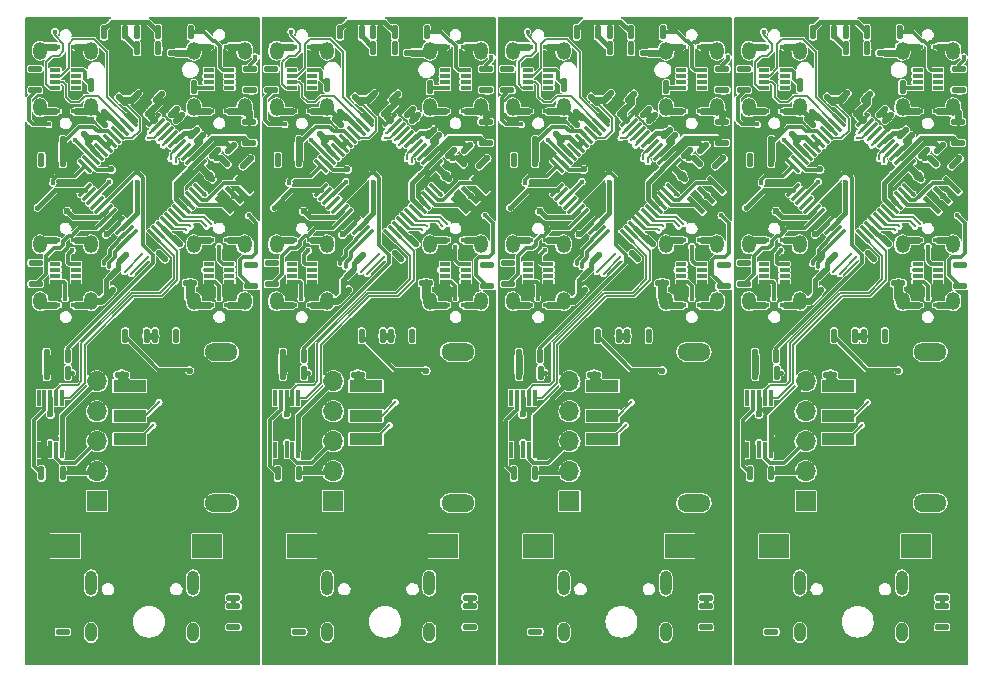
<source format=gbr>
%TF.GenerationSoftware,KiCad,Pcbnew,(6.0.7)*%
%TF.CreationDate,2023-08-28T04:04:33+08:00*%
%TF.ProjectId,USB_Hub_Panelization,5553425f-4875-4625-9f50-616e656c697a,rev?*%
%TF.SameCoordinates,Original*%
%TF.FileFunction,Copper,L1,Top*%
%TF.FilePolarity,Positive*%
%FSLAX46Y46*%
G04 Gerber Fmt 4.6, Leading zero omitted, Abs format (unit mm)*
G04 Created by KiCad (PCBNEW (6.0.7)) date 2023-08-28 04:04:33*
%MOMM*%
%LPD*%
G01*
G04 APERTURE LIST*
G04 Aperture macros list*
%AMRoundRect*
0 Rectangle with rounded corners*
0 $1 Rounding radius*
0 $2 $3 $4 $5 $6 $7 $8 $9 X,Y pos of 4 corners*
0 Add a 4 corners polygon primitive as box body*
4,1,4,$2,$3,$4,$5,$6,$7,$8,$9,$2,$3,0*
0 Add four circle primitives for the rounded corners*
1,1,$1+$1,$2,$3*
1,1,$1+$1,$4,$5*
1,1,$1+$1,$6,$7*
1,1,$1+$1,$8,$9*
0 Add four rect primitives between the rounded corners*
20,1,$1+$1,$2,$3,$4,$5,0*
20,1,$1+$1,$4,$5,$6,$7,0*
20,1,$1+$1,$6,$7,$8,$9,0*
20,1,$1+$1,$8,$9,$2,$3,0*%
%AMRotRect*
0 Rectangle, with rotation*
0 The origin of the aperture is its center*
0 $1 length*
0 $2 width*
0 $3 Rotation angle, in degrees counterclockwise*
0 Add horizontal line*
21,1,$1,$2,0,0,$3*%
G04 Aperture macros list end*
%TA.AperFunction,SMDPad,CuDef*%
%ADD10RoundRect,0.125000X-0.424264X-0.247487X-0.247487X-0.424264X0.424264X0.247487X0.247487X0.424264X0*%
%TD*%
%TA.AperFunction,ComponentPad*%
%ADD11O,1.700000X1.700000*%
%TD*%
%TA.AperFunction,ComponentPad*%
%ADD12R,1.700000X1.700000*%
%TD*%
%TA.AperFunction,SMDPad,CuDef*%
%ADD13RoundRect,0.121951X0.128049X0.478049X-0.128049X0.478049X-0.128049X-0.478049X0.128049X-0.478049X0*%
%TD*%
%TA.AperFunction,SMDPad,CuDef*%
%ADD14R,2.500000X2.000000*%
%TD*%
%TA.AperFunction,SMDPad,CuDef*%
%ADD15RoundRect,0.125000X0.247487X-0.424264X0.424264X-0.247487X-0.247487X0.424264X-0.424264X0.247487X0*%
%TD*%
%TA.AperFunction,SMDPad,CuDef*%
%ADD16RoundRect,0.125000X0.475000X-0.125000X0.475000X0.125000X-0.475000X0.125000X-0.475000X-0.125000X0*%
%TD*%
%TA.AperFunction,SMDPad,CuDef*%
%ADD17RoundRect,0.121951X-0.128049X-0.478049X0.128049X-0.478049X0.128049X0.478049X-0.128049X0.478049X0*%
%TD*%
%TA.AperFunction,SMDPad,CuDef*%
%ADD18RoundRect,0.125000X-0.475000X0.125000X-0.475000X-0.125000X0.475000X-0.125000X0.475000X0.125000X0*%
%TD*%
%TA.AperFunction,SMDPad,CuDef*%
%ADD19R,0.300000X1.400000*%
%TD*%
%TA.AperFunction,ComponentPad*%
%ADD20O,1.200000X1.500000*%
%TD*%
%TA.AperFunction,SMDPad,CuDef*%
%ADD21R,0.870000X0.300000*%
%TD*%
%TA.AperFunction,ComponentPad*%
%ADD22O,2.800000X1.500000*%
%TD*%
%TA.AperFunction,SMDPad,CuDef*%
%ADD23R,2.800000X1.000000*%
%TD*%
%TA.AperFunction,SMDPad,CuDef*%
%ADD24RoundRect,0.125000X-0.125000X-0.475000X0.125000X-0.475000X0.125000X0.475000X-0.125000X0.475000X0*%
%TD*%
%TA.AperFunction,ComponentPad*%
%ADD25O,1.000000X2.100000*%
%TD*%
%TA.AperFunction,ComponentPad*%
%ADD26O,1.000000X1.600000*%
%TD*%
%TA.AperFunction,SMDPad,CuDef*%
%ADD27RoundRect,0.121951X0.428576X0.247487X0.247487X0.428576X-0.428576X-0.247487X-0.247487X-0.428576X0*%
%TD*%
%TA.AperFunction,SMDPad,CuDef*%
%ADD28RoundRect,0.075000X0.415425X-0.521491X0.521491X-0.415425X-0.415425X0.521491X-0.521491X0.415425X0*%
%TD*%
%TA.AperFunction,SMDPad,CuDef*%
%ADD29RoundRect,0.075000X-0.415425X-0.521491X0.521491X0.415425X0.415425X0.521491X-0.521491X-0.415425X0*%
%TD*%
%TA.AperFunction,SMDPad,CuDef*%
%ADD30RotRect,0.400000X1.900000X45.000000*%
%TD*%
%TA.AperFunction,SMDPad,CuDef*%
%ADD31RoundRect,0.125000X0.125000X0.475000X-0.125000X0.475000X-0.125000X-0.475000X0.125000X-0.475000X0*%
%TD*%
%TA.AperFunction,SMDPad,CuDef*%
%ADD32RoundRect,0.121951X-0.478049X0.128049X-0.478049X-0.128049X0.478049X-0.128049X0.478049X0.128049X0*%
%TD*%
%TA.AperFunction,SMDPad,CuDef*%
%ADD33RoundRect,0.125000X-0.247487X0.424264X-0.424264X0.247487X0.247487X-0.424264X0.424264X-0.247487X0*%
%TD*%
%TA.AperFunction,SMDPad,CuDef*%
%ADD34RoundRect,0.121951X0.478049X-0.128049X0.478049X0.128049X-0.478049X0.128049X-0.478049X-0.128049X0*%
%TD*%
%TA.AperFunction,SMDPad,CuDef*%
%ADD35RoundRect,0.125000X0.424264X0.247487X0.247487X0.424264X-0.424264X-0.247487X-0.247487X-0.424264X0*%
%TD*%
%TA.AperFunction,ViaPad*%
%ADD36C,0.400000*%
%TD*%
%TA.AperFunction,ViaPad*%
%ADD37C,0.300000*%
%TD*%
%TA.AperFunction,ViaPad*%
%ADD38C,0.800000*%
%TD*%
%TA.AperFunction,ViaPad*%
%ADD39C,0.600000*%
%TD*%
%TA.AperFunction,ViaPad*%
%ADD40C,1.600000*%
%TD*%
%TA.AperFunction,Conductor*%
%ADD41C,0.300000*%
%TD*%
%TA.AperFunction,Conductor*%
%ADD42C,0.600000*%
%TD*%
%TA.AperFunction,Conductor*%
%ADD43C,0.400000*%
%TD*%
%TA.AperFunction,Conductor*%
%ADD44C,0.200000*%
%TD*%
%TA.AperFunction,Conductor*%
%ADD45C,0.800000*%
%TD*%
G04 APERTURE END LIST*
D10*
%TO.P,C22,2*%
%TO.N,GND*%
X155135184Y-74998520D03*
%TO.P,C22,1*%
%TO.N,+1V8*%
X153862392Y-73725728D03*
%TD*%
D11*
%TO.P,J3,6,Pin_6*%
%TO.N,+5V*%
X145148788Y-91762124D03*
%TO.P,J3,5,Pin_5*%
%TO.N,+3.3V*%
X145148788Y-94302124D03*
%TO.P,J3,4,Pin_4*%
%TO.N,Net-(J3-Pad4)*%
X145148788Y-96842124D03*
%TO.P,J3,3,Pin_3*%
%TO.N,Net-(J3-Pad3)*%
X145148788Y-99382124D03*
%TO.P,J3,2,Pin_2*%
%TO.N,Net-(C6-Pad2)*%
X145148788Y-101922124D03*
D12*
%TO.P,J3,1,Pin_1*%
%TO.N,GND*%
X145148788Y-104462124D03*
%TD*%
D13*
%TO.P,R9,2*%
%TO.N,Net-(D4-Pad2)*%
X140898788Y-93562124D03*
%TO.P,R9,1*%
%TO.N,/DRV*%
X142698788Y-93562124D03*
%TD*%
D14*
%TO.P,DC1,5,5*%
%TO.N,+5V*%
X142473788Y-111762124D03*
%TO.P,DC1,4,4*%
%TO.N,unconnected-(DC1-Pad4)*%
X142473788Y-108262124D03*
%TO.P,DC1,3,3*%
%TO.N,GND*%
X154473788Y-108262124D03*
%TD*%
D15*
%TO.P,C19,2*%
%TO.N,/RST*%
X147235184Y-70475728D03*
%TO.P,C19,1*%
%TO.N,GND*%
X145962392Y-71748520D03*
%TD*%
D16*
%TO.P,D7,2,A*%
%TO.N,Net-(D7-Pad2)*%
X158098788Y-67837124D03*
%TO.P,D7,1,K*%
%TO.N,/LED6*%
X158098788Y-69637124D03*
%TD*%
D17*
%TO.P,R12,2*%
%TO.N,Net-(D7-Pad2)*%
X150348788Y-66112124D03*
%TO.P,R12,1*%
%TO.N,/DRV*%
X148548788Y-66112124D03*
%TD*%
D18*
%TO.P,C3,2*%
%TO.N,GND*%
X147223788Y-93762124D03*
%TO.P,C3,1*%
%TO.N,+5V*%
X147223788Y-91962124D03*
%TD*%
D19*
%TO.P,U1,10,V3*%
%TO.N,+3.3V*%
X142198788Y-100112124D03*
%TO.P,U1,9,RXD*%
%TO.N,Net-(J3-Pad3)*%
X141698788Y-100112124D03*
%TO.P,U1,8,TXD*%
%TO.N,Net-(J3-Pad4)*%
X141198788Y-100112124D03*
%TO.P,U1,7,VCC*%
%TO.N,+5V*%
X140698788Y-100112124D03*
%TO.P,U1,6,TNOW*%
%TO.N,unconnected-(U1-Pad6)*%
X140198788Y-100112124D03*
%TO.P,U1,5,~{CTS}*%
%TO.N,unconnected-(U1-Pad5)*%
X140198788Y-95712124D03*
%TO.P,U1,4,~{RTS}*%
%TO.N,Net-(C6-Pad1)*%
X140698788Y-95712124D03*
%TO.P,U1,3,GND*%
%TO.N,GND*%
X141198788Y-95712124D03*
%TO.P,U1,2,UD-*%
%TO.N,/OUT3_D-*%
X141698788Y-95712124D03*
%TO.P,U1,1,UD+*%
%TO.N,/OUT3_D+*%
X142198788Y-95712124D03*
%TD*%
D20*
%TO.P,P1,S1,SHIELD*%
%TO.N,GND*%
X144648788Y-71112124D03*
X140348788Y-66312124D03*
X144648788Y-66312124D03*
X140348788Y-71112124D03*
D21*
%TO.P,P1,B12,GND*%
X143363788Y-71462124D03*
%TO.P,P1,B9,VBUS*%
%TO.N,+5V*%
X143363788Y-69962124D03*
%TO.P,P1,B8*%
%TO.N,N/C*%
X143363788Y-69462124D03*
%TO.P,P1,B7*%
X143363788Y-68962124D03*
%TO.P,P1,B6*%
X143363788Y-68462124D03*
%TO.P,P1,B5,VCONN*%
%TO.N,Net-(P1-PadB5)*%
X143363788Y-67962124D03*
%TO.P,P1,B4,VBUS*%
%TO.N,+5V*%
X143363788Y-67462124D03*
%TO.P,P1,B1,GND*%
%TO.N,GND*%
X143363788Y-65962124D03*
%TO.P,P1,A12,GND*%
X141633788Y-65962124D03*
%TO.P,P1,A9,VBUS*%
%TO.N,+5V*%
X141633788Y-67462124D03*
%TO.P,P1,A8*%
%TO.N,N/C*%
X141633788Y-67962124D03*
%TO.P,P1,A7,D-*%
%TO.N,/OUT7_D-*%
X141633788Y-68462124D03*
%TO.P,P1,A6,D+*%
%TO.N,/OUT7_D+*%
X141633788Y-68962124D03*
%TO.P,P1,A5,CC*%
%TO.N,Net-(P1-PadA5)*%
X141633788Y-69462124D03*
%TO.P,P1,A4,VBUS*%
%TO.N,+5V*%
X141633788Y-69962124D03*
%TO.P,P1,A1,GND*%
%TO.N,GND*%
X141633788Y-71462124D03*
%TD*%
D13*
%TO.P,R16,2*%
%TO.N,GND*%
X140448788Y-75562124D03*
%TO.P,R16,1*%
%TO.N,/VBUSM*%
X142248788Y-75562124D03*
%TD*%
D10*
%TO.P,C24,2*%
%TO.N,GND*%
X151635184Y-71498520D03*
%TO.P,C24,1*%
%TO.N,+3.3V*%
X150362392Y-70225728D03*
%TD*%
D22*
%TO.P,J2,6*%
%TO.N,N/C*%
X155689288Y-104612124D03*
%TO.P,J2,5,Shield*%
%TO.N,GND*%
X155689288Y-91812124D03*
D23*
%TO.P,J2,4,GND*%
X147923288Y-94712124D03*
%TO.P,J2,3,D+*%
%TO.N,/OUT5_D+*%
X147923288Y-97212124D03*
%TO.P,J2,2,D-*%
%TO.N,/OUT5_D-*%
X147923288Y-99212124D03*
%TO.P,J2,1,VBUS*%
%TO.N,+5V*%
X147923288Y-101712124D03*
%TD*%
D24*
%TO.P,C6,2*%
%TO.N,Net-(C6-Pad2)*%
X142248788Y-102112124D03*
%TO.P,C6,1*%
%TO.N,Net-(C6-Pad1)*%
X140448788Y-102112124D03*
%TD*%
D20*
%TO.P,P5,S1,SHIELD*%
%TO.N,GND*%
X153348788Y-66312124D03*
X157648788Y-71112124D03*
X153348788Y-71112124D03*
X157648788Y-66312124D03*
D21*
%TO.P,P5,B12,GND*%
X156363788Y-71462124D03*
%TO.P,P5,B9,VBUS*%
%TO.N,+5V*%
X156363788Y-69962124D03*
%TO.P,P5,B8*%
%TO.N,N/C*%
X156363788Y-69462124D03*
%TO.P,P5,B7*%
X156363788Y-68962124D03*
%TO.P,P5,B6*%
X156363788Y-68462124D03*
%TO.P,P5,B5,VCONN*%
%TO.N,Net-(P5-PadB5)*%
X156363788Y-67962124D03*
%TO.P,P5,B4,VBUS*%
%TO.N,+5V*%
X156363788Y-67462124D03*
%TO.P,P5,B1,GND*%
%TO.N,GND*%
X156363788Y-65962124D03*
%TO.P,P5,A12,GND*%
X154633788Y-65962124D03*
%TO.P,P5,A9,VBUS*%
%TO.N,+5V*%
X154633788Y-67462124D03*
%TO.P,P5,A8*%
%TO.N,N/C*%
X154633788Y-67962124D03*
%TO.P,P5,A7,D-*%
%TO.N,/OUT6_D-*%
X154633788Y-68462124D03*
%TO.P,P5,A6,D+*%
%TO.N,/OUT6_D+*%
X154633788Y-68962124D03*
%TO.P,P5,A5,CC*%
%TO.N,Net-(P5-PadA5)*%
X154633788Y-69462124D03*
%TO.P,P5,A4,VBUS*%
%TO.N,+5V*%
X154633788Y-69962124D03*
%TO.P,P5,A1,GND*%
%TO.N,GND*%
X154633788Y-71462124D03*
%TD*%
D16*
%TO.P,D9,2,A*%
%TO.N,Net-(D9-Pad2)*%
X156698788Y-113337124D03*
%TO.P,D9,1,K*%
%TO.N,GND*%
X156698788Y-115137124D03*
%TD*%
%TO.P,C1,2*%
%TO.N,GND*%
X151748788Y-66512124D03*
%TO.P,C1,1*%
%TO.N,+5V*%
X151748788Y-68312124D03*
%TD*%
D10*
%TO.P,C21,2*%
%TO.N,GND*%
X157760184Y-75823520D03*
%TO.P,C21,1*%
%TO.N,+3.3V*%
X156487392Y-74550728D03*
%TD*%
D18*
%TO.P,C7,2*%
%TO.N,GND*%
X152998788Y-86012124D03*
%TO.P,C7,1*%
%TO.N,+5V*%
X152998788Y-84212124D03*
%TD*%
D25*
%TO.P,P2,S1,SHIELD*%
%TO.N,GND*%
X153293788Y-111382124D03*
X144653788Y-111382124D03*
D26*
X153293788Y-115562124D03*
X144653788Y-115562124D03*
%TD*%
D27*
%TO.P,R17,2*%
%TO.N,/RST*%
X148412392Y-70175728D03*
%TO.P,R17,1*%
%TO.N,+3.3V*%
X149685184Y-71448520D03*
%TD*%
D17*
%TO.P,R20,2*%
%TO.N,Net-(P5-PadA5)*%
X153348788Y-69412124D03*
%TO.P,R20,1*%
%TO.N,+5V*%
X151548788Y-69412124D03*
%TD*%
D28*
%TO.P,U3,48,LED[5]*%
%TO.N,/LED5*%
X144110912Y-76113336D03*
%TO.P,U3,47,LED[6]*%
%TO.N,/LED6*%
X144464466Y-75759782D03*
%TO.P,U3,46,LED[7]*%
%TO.N,/LED7*%
X144818019Y-75406229D03*
%TO.P,U3,45,OVCJ1*%
%TO.N,+3.3V*%
X145171573Y-75052675D03*
%TO.P,U3,44,PWRJ*%
%TO.N,unconnected-(U3-Pad44)*%
X145525126Y-74699122D03*
%TO.P,U3,43,OVCJ5*%
%TO.N,+3.3V*%
X145878679Y-74345569D03*
%TO.P,U3,42,VD33*%
X146232233Y-73992015D03*
%TO.P,U3,41,VBUSM*%
%TO.N,/VBUSM*%
X146585786Y-73638462D03*
%TO.P,U3,40,XRSTJ*%
%TO.N,/RST*%
X146939339Y-73284909D03*
%TO.P,U3,39,VSS*%
%TO.N,GND*%
X147292893Y-72931355D03*
%TO.P,U3,38,DP7*%
%TO.N,/OUT7_D+*%
X147646446Y-72577802D03*
%TO.P,U3,37,DM7*%
%TO.N,/OUT7_D-*%
X148000000Y-72224248D03*
D29*
%TO.P,U3,36,VD33*%
%TO.N,+3.3V*%
X149997576Y-72224248D03*
%TO.P,U3,35,DP6*%
%TO.N,/OUT6_D+*%
X150351130Y-72577802D03*
%TO.P,U3,34,DM6*%
%TO.N,/OUT6_D-*%
X150704683Y-72931355D03*
%TO.P,U3,33,DP5*%
%TO.N,/OUT5_D+*%
X151058237Y-73284909D03*
%TO.P,U3,32,DM5*%
%TO.N,/OUT5_D-*%
X151411790Y-73638462D03*
%TO.P,U3,31,VD33*%
%TO.N,+3.3V*%
X151765343Y-73992015D03*
%TO.P,U3,30,DPU*%
%TO.N,/IN_D+*%
X152118897Y-74345569D03*
%TO.P,U3,29,DMU*%
%TO.N,/IN_D-*%
X152472450Y-74699122D03*
%TO.P,U3,28,VD18*%
%TO.N,+1V8*%
X152826003Y-75052675D03*
%TO.P,U3,27,REXT*%
%TO.N,Net-(R19-Pad1)*%
X153179557Y-75406229D03*
%TO.P,U3,26,VD33*%
%TO.N,+3.3V*%
X153533110Y-75759782D03*
%TO.P,U3,25,VDD18_O*%
%TO.N,+1V8*%
X153886664Y-76113336D03*
D28*
%TO.P,U3,24,VS_PLL*%
%TO.N,GND*%
X153886664Y-78110912D03*
%TO.P,U3,23,XOUT*%
%TO.N,Net-(U3-Pad23)*%
X153533110Y-78464466D03*
%TO.P,U3,22,XIN*%
%TO.N,Net-(U3-Pad22)*%
X153179557Y-78818019D03*
%TO.P,U3,21,VD_DLL*%
%TO.N,+1V8*%
X152826003Y-79171573D03*
%TO.P,U3,20,VD33*%
%TO.N,+3.3V*%
X152472450Y-79525126D03*
%TO.P,U3,19,DP1*%
%TO.N,/OUT1_D+*%
X152118897Y-79878679D03*
%TO.P,U3,18,DM1*%
%TO.N,/OUT1_D-*%
X151765343Y-80232233D03*
%TO.P,U3,17,DP2*%
%TO.N,/OUT2_D+*%
X151411790Y-80585786D03*
%TO.P,U3,16,DM2*%
%TO.N,/OUT2_D-*%
X151058237Y-80939339D03*
%TO.P,U3,15,VD33*%
%TO.N,+3.3V*%
X150704683Y-81292893D03*
%TO.P,U3,14,DP3*%
%TO.N,/OUT3_D+*%
X150351130Y-81646446D03*
%TO.P,U3,13,DM3*%
%TO.N,/OUT3_D-*%
X149997576Y-82000000D03*
D29*
%TO.P,U3,12,DP4*%
%TO.N,/OUT4_D+*%
X148000000Y-82000000D03*
%TO.P,U3,11,DM4*%
%TO.N,/OUT4_D-*%
X147646446Y-81646446D03*
%TO.P,U3,10,VSS*%
%TO.N,GND*%
X147292893Y-81292893D03*
%TO.P,U3,9,VD33_O*%
%TO.N,+3.3V*%
X146939339Y-80939339D03*
%TO.P,U3,8,VDD5*%
%TO.N,+5V*%
X146585786Y-80585786D03*
%TO.P,U3,7,LED[4]*%
%TO.N,/LED4*%
X146232233Y-80232233D03*
%TO.P,U3,6,VD18*%
%TO.N,+1V8*%
X145878679Y-79878679D03*
%TO.P,U3,5,LED[3]*%
%TO.N,/LED3*%
X145525126Y-79525126D03*
%TO.P,U3,4,LED[2]*%
%TO.N,/LED2*%
X145171573Y-79171573D03*
%TO.P,U3,3,LED[1]*%
%TO.N,/LED1*%
X144818019Y-78818019D03*
%TO.P,U3,2,TESTJ*%
%TO.N,unconnected-(U3-Pad2)*%
X144464466Y-78464466D03*
%TO.P,U3,1,DRV*%
%TO.N,/DRV*%
X144110912Y-78110912D03*
%TD*%
D16*
%TO.P,D5,2,A*%
%TO.N,Net-(D5-Pad2)*%
X139948788Y-84262124D03*
%TO.P,D5,1,K*%
%TO.N,/LED4*%
X139948788Y-86062124D03*
%TD*%
D13*
%TO.P,R2,2*%
%TO.N,Net-(P1-PadB5)*%
X144648788Y-69212124D03*
%TO.P,R2,1*%
%TO.N,+5V*%
X146448788Y-69212124D03*
%TD*%
D30*
%TO.P,Y1,3,3*%
%TO.N,Net-(U3-Pad23)*%
X157568027Y-77692885D03*
%TO.P,Y1,2,2*%
%TO.N,GND*%
X156719499Y-78541413D03*
%TO.P,Y1,1,1*%
%TO.N,Net-(U3-Pad22)*%
X155870971Y-79389941D03*
%TD*%
D10*
%TO.P,C5,2*%
%TO.N,GND*%
X146210184Y-86798520D03*
%TO.P,C5,1*%
%TO.N,+5V*%
X144937392Y-85525728D03*
%TD*%
D31*
%TO.P,D6,2,A*%
%TO.N,Net-(D6-Pad2)*%
X150048788Y-90437124D03*
%TO.P,D6,1,K*%
%TO.N,/LED5*%
X151848788Y-90437124D03*
%TD*%
D13*
%TO.P,R8,2*%
%TO.N,Net-(D3-Pad2)*%
X145748788Y-64762124D03*
%TO.P,R8,1*%
%TO.N,/DRV*%
X147548788Y-64762124D03*
%TD*%
D10*
%TO.P,C11,2*%
%TO.N,GND*%
X147385184Y-83898520D03*
%TO.P,C11,1*%
%TO.N,+5V*%
X146112392Y-82625728D03*
%TD*%
D24*
%TO.P,D3,2,A*%
%TO.N,Net-(D3-Pad2)*%
X150348788Y-64762124D03*
%TO.P,D3,1,K*%
%TO.N,/LDE2*%
X148548788Y-64762124D03*
%TD*%
D32*
%TO.P,R22,2*%
%TO.N,Net-(D9-Pad2)*%
X156698788Y-112612124D03*
%TO.P,R22,1*%
%TO.N,+5V*%
X156698788Y-110812124D03*
%TD*%
D33*
%TO.P,C15,2*%
%TO.N,GND*%
X150662392Y-83698520D03*
%TO.P,C15,1*%
%TO.N,+3.3V*%
X151935184Y-82425728D03*
%TD*%
D16*
%TO.P,D2,2,A*%
%TO.N,Net-(D2-Pad2)*%
X158198788Y-84462124D03*
%TO.P,D2,1,K*%
%TO.N,/LED1*%
X158198788Y-86262124D03*
%TD*%
D15*
%TO.P,C23,2*%
%TO.N,GND*%
X155935184Y-75675728D03*
%TO.P,C23,1*%
%TO.N,+1V8*%
X154662392Y-76948520D03*
%TD*%
D20*
%TO.P,P3,S1,SHIELD*%
%TO.N,GND*%
X144648788Y-87512124D03*
X140348788Y-87512124D03*
X140348788Y-82712124D03*
X144648788Y-82712124D03*
D21*
%TO.P,P3,B12,GND*%
X143363788Y-87862124D03*
%TO.P,P3,B9,VBUS*%
%TO.N,+5V*%
X143363788Y-86362124D03*
%TO.P,P3,B8*%
%TO.N,N/C*%
X143363788Y-85862124D03*
%TO.P,P3,B7*%
X143363788Y-85362124D03*
%TO.P,P3,B6*%
X143363788Y-84862124D03*
%TO.P,P3,B5,VCONN*%
%TO.N,Net-(P3-PadB5)*%
X143363788Y-84362124D03*
%TO.P,P3,B4,VBUS*%
%TO.N,+5V*%
X143363788Y-83862124D03*
%TO.P,P3,B1,GND*%
%TO.N,GND*%
X143363788Y-82362124D03*
%TO.P,P3,A12,GND*%
X141633788Y-82362124D03*
%TO.P,P3,A9,VBUS*%
%TO.N,+5V*%
X141633788Y-83862124D03*
%TO.P,P3,A8*%
%TO.N,N/C*%
X141633788Y-84362124D03*
%TO.P,P3,A7,D-*%
%TO.N,/OUT4_D-*%
X141633788Y-84862124D03*
%TO.P,P3,A6,D+*%
%TO.N,/OUT4_D+*%
X141633788Y-85362124D03*
%TO.P,P3,A5,CC*%
%TO.N,Net-(P3-PadA5)*%
X141633788Y-85862124D03*
%TO.P,P3,A4,VBUS*%
%TO.N,+5V*%
X141633788Y-86362124D03*
%TO.P,P3,A1,GND*%
%TO.N,GND*%
X141633788Y-87862124D03*
%TD*%
D17*
%TO.P,R11,2*%
%TO.N,Net-(D6-Pad2)*%
X149348788Y-90437124D03*
%TO.P,R11,1*%
%TO.N,/DRV*%
X147548788Y-90437124D03*
%TD*%
D34*
%TO.P,R19,2*%
%TO.N,GND*%
X158048788Y-72312124D03*
%TO.P,R19,1*%
%TO.N,Net-(R19-Pad1)*%
X158048788Y-74112124D03*
%TD*%
D20*
%TO.P,P4,S1,SHIELD*%
%TO.N,GND*%
X157648788Y-87512124D03*
X157648788Y-82712124D03*
X153348788Y-87512124D03*
X153348788Y-82712124D03*
D21*
%TO.P,P4,B12,GND*%
X156363788Y-87862124D03*
%TO.P,P4,B9,VBUS*%
%TO.N,+5V*%
X156363788Y-86362124D03*
%TO.P,P4,B8*%
%TO.N,N/C*%
X156363788Y-85862124D03*
%TO.P,P4,B7*%
X156363788Y-85362124D03*
%TO.P,P4,B6*%
X156363788Y-84862124D03*
%TO.P,P4,B5,VCONN*%
%TO.N,Net-(P4-PadB5)*%
X156363788Y-84362124D03*
%TO.P,P4,B4,VBUS*%
%TO.N,+5V*%
X156363788Y-83862124D03*
%TO.P,P4,B1,GND*%
%TO.N,GND*%
X156363788Y-82362124D03*
%TO.P,P4,A12,GND*%
X154633788Y-82362124D03*
%TO.P,P4,A9,VBUS*%
%TO.N,+5V*%
X154633788Y-83862124D03*
%TO.P,P4,A8*%
%TO.N,N/C*%
X154633788Y-84362124D03*
%TO.P,P4,A7,D-*%
%TO.N,/OUT1_D-*%
X154633788Y-84862124D03*
%TO.P,P4,A6,D+*%
%TO.N,/OUT1_D+*%
X154633788Y-85362124D03*
%TO.P,P4,A5,CC*%
%TO.N,Net-(P4-PadA5)*%
X154633788Y-85862124D03*
%TO.P,P4,A4,VBUS*%
%TO.N,+5V*%
X154633788Y-86362124D03*
%TO.P,P4,A1,GND*%
%TO.N,GND*%
X154633788Y-87862124D03*
%TD*%
D17*
%TO.P,R18,2*%
%TO.N,/VBUSM*%
X142248788Y-74162124D03*
%TO.P,R18,1*%
%TO.N,+5V*%
X140448788Y-74162124D03*
%TD*%
D16*
%TO.P,D8,2,A*%
%TO.N,Net-(D8-Pad2)*%
X139898788Y-67862124D03*
%TO.P,D8,1,K*%
%TO.N,/LED7*%
X139898788Y-69662124D03*
%TD*%
D31*
%TO.P,D4,2,A*%
%TO.N,Net-(D4-Pad2)*%
X140873788Y-92137124D03*
%TO.P,D4,1,K*%
%TO.N,/LED3*%
X142673788Y-92137124D03*
%TD*%
D35*
%TO.P,C25,2*%
%TO.N,GND*%
X152112392Y-71975728D03*
%TO.P,C25,1*%
%TO.N,+3.3V*%
X153385184Y-73248520D03*
%TD*%
D17*
%TO.P,R21,2*%
%TO.N,Net-(P5-PadB5)*%
X153098788Y-64762124D03*
%TO.P,R21,1*%
%TO.N,+5V*%
X151298788Y-64762124D03*
%TD*%
D15*
%TO.P,C18,2*%
%TO.N,GND*%
X145535184Y-72325728D03*
%TO.P,C18,1*%
%TO.N,+3.3V*%
X144262392Y-73598520D03*
%TD*%
D18*
%TO.P,C4,2*%
%TO.N,GND*%
X142248788Y-115512124D03*
%TO.P,C4,1*%
%TO.N,+5V*%
X142248788Y-113712124D03*
%TD*%
D10*
%TO.P,C9,2*%
%TO.N,GND*%
X146535184Y-85198520D03*
%TO.P,C9,1*%
%TO.N,+5V*%
X145262392Y-83925728D03*
%TD*%
D16*
%TO.P,D9,2,A*%
%TO.N,Net-(D9-Pad2)*%
X136698788Y-113337124D03*
%TO.P,D9,1,K*%
%TO.N,GND*%
X136698788Y-115137124D03*
%TD*%
%TO.P,C1,2*%
%TO.N,GND*%
X131748788Y-66512124D03*
%TO.P,C1,1*%
%TO.N,+5V*%
X131748788Y-68312124D03*
%TD*%
D10*
%TO.P,C22,2*%
%TO.N,GND*%
X135135184Y-74998520D03*
%TO.P,C22,1*%
%TO.N,+1V8*%
X133862392Y-73725728D03*
%TD*%
D11*
%TO.P,J3,6,Pin_6*%
%TO.N,+5V*%
X125148788Y-91762124D03*
%TO.P,J3,5,Pin_5*%
%TO.N,+3.3V*%
X125148788Y-94302124D03*
%TO.P,J3,4,Pin_4*%
%TO.N,Net-(J3-Pad4)*%
X125148788Y-96842124D03*
%TO.P,J3,3,Pin_3*%
%TO.N,Net-(J3-Pad3)*%
X125148788Y-99382124D03*
%TO.P,J3,2,Pin_2*%
%TO.N,Net-(C6-Pad2)*%
X125148788Y-101922124D03*
D12*
%TO.P,J3,1,Pin_1*%
%TO.N,GND*%
X125148788Y-104462124D03*
%TD*%
D15*
%TO.P,C19,2*%
%TO.N,/RST*%
X127235184Y-70475728D03*
%TO.P,C19,1*%
%TO.N,GND*%
X125962392Y-71748520D03*
%TD*%
D10*
%TO.P,C5,2*%
%TO.N,GND*%
X126210184Y-86798520D03*
%TO.P,C5,1*%
%TO.N,+5V*%
X124937392Y-85525728D03*
%TD*%
D16*
%TO.P,D7,2,A*%
%TO.N,Net-(D7-Pad2)*%
X138098788Y-67837124D03*
%TO.P,D7,1,K*%
%TO.N,/LED6*%
X138098788Y-69637124D03*
%TD*%
D17*
%TO.P,R12,2*%
%TO.N,Net-(D7-Pad2)*%
X130348788Y-66112124D03*
%TO.P,R12,1*%
%TO.N,/DRV*%
X128548788Y-66112124D03*
%TD*%
D18*
%TO.P,C3,2*%
%TO.N,GND*%
X127223788Y-93762124D03*
%TO.P,C3,1*%
%TO.N,+5V*%
X127223788Y-91962124D03*
%TD*%
D19*
%TO.P,U1,10,V3*%
%TO.N,+3.3V*%
X122198788Y-100112124D03*
%TO.P,U1,9,RXD*%
%TO.N,Net-(J3-Pad3)*%
X121698788Y-100112124D03*
%TO.P,U1,8,TXD*%
%TO.N,Net-(J3-Pad4)*%
X121198788Y-100112124D03*
%TO.P,U1,7,VCC*%
%TO.N,+5V*%
X120698788Y-100112124D03*
%TO.P,U1,6,TNOW*%
%TO.N,unconnected-(U1-Pad6)*%
X120198788Y-100112124D03*
%TO.P,U1,5,~{CTS}*%
%TO.N,unconnected-(U1-Pad5)*%
X120198788Y-95712124D03*
%TO.P,U1,4,~{RTS}*%
%TO.N,Net-(C6-Pad1)*%
X120698788Y-95712124D03*
%TO.P,U1,3,GND*%
%TO.N,GND*%
X121198788Y-95712124D03*
%TO.P,U1,2,UD-*%
%TO.N,/OUT3_D-*%
X121698788Y-95712124D03*
%TO.P,U1,1,UD+*%
%TO.N,/OUT3_D+*%
X122198788Y-95712124D03*
%TD*%
D10*
%TO.P,C9,2*%
%TO.N,GND*%
X126535184Y-85198520D03*
%TO.P,C9,1*%
%TO.N,+5V*%
X125262392Y-83925728D03*
%TD*%
D13*
%TO.P,R16,2*%
%TO.N,GND*%
X120448788Y-75562124D03*
%TO.P,R16,1*%
%TO.N,/VBUSM*%
X122248788Y-75562124D03*
%TD*%
D10*
%TO.P,C24,2*%
%TO.N,GND*%
X131635184Y-71498520D03*
%TO.P,C24,1*%
%TO.N,+3.3V*%
X130362392Y-70225728D03*
%TD*%
D35*
%TO.P,C25,2*%
%TO.N,GND*%
X132112392Y-71975728D03*
%TO.P,C25,1*%
%TO.N,+3.3V*%
X133385184Y-73248520D03*
%TD*%
D24*
%TO.P,C6,2*%
%TO.N,Net-(C6-Pad2)*%
X122248788Y-102112124D03*
%TO.P,C6,1*%
%TO.N,Net-(C6-Pad1)*%
X120448788Y-102112124D03*
%TD*%
D10*
%TO.P,C21,2*%
%TO.N,GND*%
X137760184Y-75823520D03*
%TO.P,C21,1*%
%TO.N,+3.3V*%
X136487392Y-74550728D03*
%TD*%
D20*
%TO.P,P1,S1,SHIELD*%
%TO.N,GND*%
X124648788Y-71112124D03*
X120348788Y-66312124D03*
X124648788Y-66312124D03*
X120348788Y-71112124D03*
D21*
%TO.P,P1,B12,GND*%
X123363788Y-71462124D03*
%TO.P,P1,B9,VBUS*%
%TO.N,+5V*%
X123363788Y-69962124D03*
%TO.P,P1,B8*%
%TO.N,N/C*%
X123363788Y-69462124D03*
%TO.P,P1,B7*%
X123363788Y-68962124D03*
%TO.P,P1,B6*%
X123363788Y-68462124D03*
%TO.P,P1,B5,VCONN*%
%TO.N,Net-(P1-PadB5)*%
X123363788Y-67962124D03*
%TO.P,P1,B4,VBUS*%
%TO.N,+5V*%
X123363788Y-67462124D03*
%TO.P,P1,B1,GND*%
%TO.N,GND*%
X123363788Y-65962124D03*
%TO.P,P1,A12,GND*%
X121633788Y-65962124D03*
%TO.P,P1,A9,VBUS*%
%TO.N,+5V*%
X121633788Y-67462124D03*
%TO.P,P1,A8*%
%TO.N,N/C*%
X121633788Y-67962124D03*
%TO.P,P1,A7,D-*%
%TO.N,/OUT7_D-*%
X121633788Y-68462124D03*
%TO.P,P1,A6,D+*%
%TO.N,/OUT7_D+*%
X121633788Y-68962124D03*
%TO.P,P1,A5,CC*%
%TO.N,Net-(P1-PadA5)*%
X121633788Y-69462124D03*
%TO.P,P1,A4,VBUS*%
%TO.N,+5V*%
X121633788Y-69962124D03*
%TO.P,P1,A1,GND*%
%TO.N,GND*%
X121633788Y-71462124D03*
%TD*%
D16*
%TO.P,D5,2,A*%
%TO.N,Net-(D5-Pad2)*%
X119948788Y-84262124D03*
%TO.P,D5,1,K*%
%TO.N,/LED4*%
X119948788Y-86062124D03*
%TD*%
D14*
%TO.P,DC1,5,5*%
%TO.N,+5V*%
X122473788Y-111762124D03*
%TO.P,DC1,4,4*%
%TO.N,unconnected-(DC1-Pad4)*%
X122473788Y-108262124D03*
%TO.P,DC1,3,3*%
%TO.N,GND*%
X134473788Y-108262124D03*
%TD*%
D17*
%TO.P,R20,2*%
%TO.N,Net-(P5-PadA5)*%
X133348788Y-69412124D03*
%TO.P,R20,1*%
%TO.N,+5V*%
X131548788Y-69412124D03*
%TD*%
D28*
%TO.P,U3,48,LED[5]*%
%TO.N,/LED5*%
X124110912Y-76113336D03*
%TO.P,U3,47,LED[6]*%
%TO.N,/LED6*%
X124464466Y-75759782D03*
%TO.P,U3,46,LED[7]*%
%TO.N,/LED7*%
X124818019Y-75406229D03*
%TO.P,U3,45,OVCJ1*%
%TO.N,+3.3V*%
X125171573Y-75052675D03*
%TO.P,U3,44,PWRJ*%
%TO.N,unconnected-(U3-Pad44)*%
X125525126Y-74699122D03*
%TO.P,U3,43,OVCJ5*%
%TO.N,+3.3V*%
X125878679Y-74345569D03*
%TO.P,U3,42,VD33*%
X126232233Y-73992015D03*
%TO.P,U3,41,VBUSM*%
%TO.N,/VBUSM*%
X126585786Y-73638462D03*
%TO.P,U3,40,XRSTJ*%
%TO.N,/RST*%
X126939339Y-73284909D03*
%TO.P,U3,39,VSS*%
%TO.N,GND*%
X127292893Y-72931355D03*
%TO.P,U3,38,DP7*%
%TO.N,/OUT7_D+*%
X127646446Y-72577802D03*
%TO.P,U3,37,DM7*%
%TO.N,/OUT7_D-*%
X128000000Y-72224248D03*
D29*
%TO.P,U3,36,VD33*%
%TO.N,+3.3V*%
X129997576Y-72224248D03*
%TO.P,U3,35,DP6*%
%TO.N,/OUT6_D+*%
X130351130Y-72577802D03*
%TO.P,U3,34,DM6*%
%TO.N,/OUT6_D-*%
X130704683Y-72931355D03*
%TO.P,U3,33,DP5*%
%TO.N,/OUT5_D+*%
X131058237Y-73284909D03*
%TO.P,U3,32,DM5*%
%TO.N,/OUT5_D-*%
X131411790Y-73638462D03*
%TO.P,U3,31,VD33*%
%TO.N,+3.3V*%
X131765343Y-73992015D03*
%TO.P,U3,30,DPU*%
%TO.N,/IN_D+*%
X132118897Y-74345569D03*
%TO.P,U3,29,DMU*%
%TO.N,/IN_D-*%
X132472450Y-74699122D03*
%TO.P,U3,28,VD18*%
%TO.N,+1V8*%
X132826003Y-75052675D03*
%TO.P,U3,27,REXT*%
%TO.N,Net-(R19-Pad1)*%
X133179557Y-75406229D03*
%TO.P,U3,26,VD33*%
%TO.N,+3.3V*%
X133533110Y-75759782D03*
%TO.P,U3,25,VDD18_O*%
%TO.N,+1V8*%
X133886664Y-76113336D03*
D28*
%TO.P,U3,24,VS_PLL*%
%TO.N,GND*%
X133886664Y-78110912D03*
%TO.P,U3,23,XOUT*%
%TO.N,Net-(U3-Pad23)*%
X133533110Y-78464466D03*
%TO.P,U3,22,XIN*%
%TO.N,Net-(U3-Pad22)*%
X133179557Y-78818019D03*
%TO.P,U3,21,VD_DLL*%
%TO.N,+1V8*%
X132826003Y-79171573D03*
%TO.P,U3,20,VD33*%
%TO.N,+3.3V*%
X132472450Y-79525126D03*
%TO.P,U3,19,DP1*%
%TO.N,/OUT1_D+*%
X132118897Y-79878679D03*
%TO.P,U3,18,DM1*%
%TO.N,/OUT1_D-*%
X131765343Y-80232233D03*
%TO.P,U3,17,DP2*%
%TO.N,/OUT2_D+*%
X131411790Y-80585786D03*
%TO.P,U3,16,DM2*%
%TO.N,/OUT2_D-*%
X131058237Y-80939339D03*
%TO.P,U3,15,VD33*%
%TO.N,+3.3V*%
X130704683Y-81292893D03*
%TO.P,U3,14,DP3*%
%TO.N,/OUT3_D+*%
X130351130Y-81646446D03*
%TO.P,U3,13,DM3*%
%TO.N,/OUT3_D-*%
X129997576Y-82000000D03*
D29*
%TO.P,U3,12,DP4*%
%TO.N,/OUT4_D+*%
X128000000Y-82000000D03*
%TO.P,U3,11,DM4*%
%TO.N,/OUT4_D-*%
X127646446Y-81646446D03*
%TO.P,U3,10,VSS*%
%TO.N,GND*%
X127292893Y-81292893D03*
%TO.P,U3,9,VD33_O*%
%TO.N,+3.3V*%
X126939339Y-80939339D03*
%TO.P,U3,8,VDD5*%
%TO.N,+5V*%
X126585786Y-80585786D03*
%TO.P,U3,7,LED[4]*%
%TO.N,/LED4*%
X126232233Y-80232233D03*
%TO.P,U3,6,VD18*%
%TO.N,+1V8*%
X125878679Y-79878679D03*
%TO.P,U3,5,LED[3]*%
%TO.N,/LED3*%
X125525126Y-79525126D03*
%TO.P,U3,4,LED[2]*%
%TO.N,/LED2*%
X125171573Y-79171573D03*
%TO.P,U3,3,LED[1]*%
%TO.N,/LED1*%
X124818019Y-78818019D03*
%TO.P,U3,2,TESTJ*%
%TO.N,unconnected-(U3-Pad2)*%
X124464466Y-78464466D03*
%TO.P,U3,1,DRV*%
%TO.N,/DRV*%
X124110912Y-78110912D03*
%TD*%
D18*
%TO.P,C4,2*%
%TO.N,GND*%
X122248788Y-115512124D03*
%TO.P,C4,1*%
%TO.N,+5V*%
X122248788Y-113712124D03*
%TD*%
D13*
%TO.P,R9,2*%
%TO.N,Net-(D4-Pad2)*%
X120898788Y-93562124D03*
%TO.P,R9,1*%
%TO.N,/DRV*%
X122698788Y-93562124D03*
%TD*%
D31*
%TO.P,D6,2,A*%
%TO.N,Net-(D6-Pad2)*%
X130048788Y-90437124D03*
%TO.P,D6,1,K*%
%TO.N,/LED5*%
X131848788Y-90437124D03*
%TD*%
D13*
%TO.P,R2,2*%
%TO.N,Net-(P1-PadB5)*%
X124648788Y-69212124D03*
%TO.P,R2,1*%
%TO.N,+5V*%
X126448788Y-69212124D03*
%TD*%
D30*
%TO.P,Y1,3,3*%
%TO.N,Net-(U3-Pad23)*%
X137568027Y-77692885D03*
%TO.P,Y1,2,2*%
%TO.N,GND*%
X136719499Y-78541413D03*
%TO.P,Y1,1,1*%
%TO.N,Net-(U3-Pad22)*%
X135870971Y-79389941D03*
%TD*%
D33*
%TO.P,C15,2*%
%TO.N,GND*%
X130662392Y-83698520D03*
%TO.P,C15,1*%
%TO.N,+3.3V*%
X131935184Y-82425728D03*
%TD*%
D31*
%TO.P,D4,2,A*%
%TO.N,Net-(D4-Pad2)*%
X120873788Y-92137124D03*
%TO.P,D4,1,K*%
%TO.N,/LED3*%
X122673788Y-92137124D03*
%TD*%
D24*
%TO.P,D3,2,A*%
%TO.N,Net-(D3-Pad2)*%
X130348788Y-64762124D03*
%TO.P,D3,1,K*%
%TO.N,/LDE2*%
X128548788Y-64762124D03*
%TD*%
D32*
%TO.P,R22,2*%
%TO.N,Net-(D9-Pad2)*%
X136698788Y-112612124D03*
%TO.P,R22,1*%
%TO.N,+5V*%
X136698788Y-110812124D03*
%TD*%
D20*
%TO.P,P3,S1,SHIELD*%
%TO.N,GND*%
X124648788Y-87512124D03*
X120348788Y-87512124D03*
X120348788Y-82712124D03*
X124648788Y-82712124D03*
D21*
%TO.P,P3,B12,GND*%
X123363788Y-87862124D03*
%TO.P,P3,B9,VBUS*%
%TO.N,+5V*%
X123363788Y-86362124D03*
%TO.P,P3,B8*%
%TO.N,N/C*%
X123363788Y-85862124D03*
%TO.P,P3,B7*%
X123363788Y-85362124D03*
%TO.P,P3,B6*%
X123363788Y-84862124D03*
%TO.P,P3,B5,VCONN*%
%TO.N,Net-(P3-PadB5)*%
X123363788Y-84362124D03*
%TO.P,P3,B4,VBUS*%
%TO.N,+5V*%
X123363788Y-83862124D03*
%TO.P,P3,B1,GND*%
%TO.N,GND*%
X123363788Y-82362124D03*
%TO.P,P3,A12,GND*%
X121633788Y-82362124D03*
%TO.P,P3,A9,VBUS*%
%TO.N,+5V*%
X121633788Y-83862124D03*
%TO.P,P3,A8*%
%TO.N,N/C*%
X121633788Y-84362124D03*
%TO.P,P3,A7,D-*%
%TO.N,/OUT4_D-*%
X121633788Y-84862124D03*
%TO.P,P3,A6,D+*%
%TO.N,/OUT4_D+*%
X121633788Y-85362124D03*
%TO.P,P3,A5,CC*%
%TO.N,Net-(P3-PadA5)*%
X121633788Y-85862124D03*
%TO.P,P3,A4,VBUS*%
%TO.N,+5V*%
X121633788Y-86362124D03*
%TO.P,P3,A1,GND*%
%TO.N,GND*%
X121633788Y-87862124D03*
%TD*%
D34*
%TO.P,R19,2*%
%TO.N,GND*%
X138048788Y-72312124D03*
%TO.P,R19,1*%
%TO.N,Net-(R19-Pad1)*%
X138048788Y-74112124D03*
%TD*%
D20*
%TO.P,P4,S1,SHIELD*%
%TO.N,GND*%
X137648788Y-87512124D03*
X137648788Y-82712124D03*
X133348788Y-87512124D03*
X133348788Y-82712124D03*
D21*
%TO.P,P4,B12,GND*%
X136363788Y-87862124D03*
%TO.P,P4,B9,VBUS*%
%TO.N,+5V*%
X136363788Y-86362124D03*
%TO.P,P4,B8*%
%TO.N,N/C*%
X136363788Y-85862124D03*
%TO.P,P4,B7*%
X136363788Y-85362124D03*
%TO.P,P4,B6*%
X136363788Y-84862124D03*
%TO.P,P4,B5,VCONN*%
%TO.N,Net-(P4-PadB5)*%
X136363788Y-84362124D03*
%TO.P,P4,B4,VBUS*%
%TO.N,+5V*%
X136363788Y-83862124D03*
%TO.P,P4,B1,GND*%
%TO.N,GND*%
X136363788Y-82362124D03*
%TO.P,P4,A12,GND*%
X134633788Y-82362124D03*
%TO.P,P4,A9,VBUS*%
%TO.N,+5V*%
X134633788Y-83862124D03*
%TO.P,P4,A8*%
%TO.N,N/C*%
X134633788Y-84362124D03*
%TO.P,P4,A7,D-*%
%TO.N,/OUT1_D-*%
X134633788Y-84862124D03*
%TO.P,P4,A6,D+*%
%TO.N,/OUT1_D+*%
X134633788Y-85362124D03*
%TO.P,P4,A5,CC*%
%TO.N,Net-(P4-PadA5)*%
X134633788Y-85862124D03*
%TO.P,P4,A4,VBUS*%
%TO.N,+5V*%
X134633788Y-86362124D03*
%TO.P,P4,A1,GND*%
%TO.N,GND*%
X134633788Y-87862124D03*
%TD*%
D20*
%TO.P,P5,S1,SHIELD*%
%TO.N,GND*%
X133348788Y-66312124D03*
X137648788Y-71112124D03*
X133348788Y-71112124D03*
X137648788Y-66312124D03*
D21*
%TO.P,P5,B12,GND*%
X136363788Y-71462124D03*
%TO.P,P5,B9,VBUS*%
%TO.N,+5V*%
X136363788Y-69962124D03*
%TO.P,P5,B8*%
%TO.N,N/C*%
X136363788Y-69462124D03*
%TO.P,P5,B7*%
X136363788Y-68962124D03*
%TO.P,P5,B6*%
X136363788Y-68462124D03*
%TO.P,P5,B5,VCONN*%
%TO.N,Net-(P5-PadB5)*%
X136363788Y-67962124D03*
%TO.P,P5,B4,VBUS*%
%TO.N,+5V*%
X136363788Y-67462124D03*
%TO.P,P5,B1,GND*%
%TO.N,GND*%
X136363788Y-65962124D03*
%TO.P,P5,A12,GND*%
X134633788Y-65962124D03*
%TO.P,P5,A9,VBUS*%
%TO.N,+5V*%
X134633788Y-67462124D03*
%TO.P,P5,A8*%
%TO.N,N/C*%
X134633788Y-67962124D03*
%TO.P,P5,A7,D-*%
%TO.N,/OUT6_D-*%
X134633788Y-68462124D03*
%TO.P,P5,A6,D+*%
%TO.N,/OUT6_D+*%
X134633788Y-68962124D03*
%TO.P,P5,A5,CC*%
%TO.N,Net-(P5-PadA5)*%
X134633788Y-69462124D03*
%TO.P,P5,A4,VBUS*%
%TO.N,+5V*%
X134633788Y-69962124D03*
%TO.P,P5,A1,GND*%
%TO.N,GND*%
X134633788Y-71462124D03*
%TD*%
D27*
%TO.P,R17,2*%
%TO.N,/RST*%
X128412392Y-70175728D03*
%TO.P,R17,1*%
%TO.N,+3.3V*%
X129685184Y-71448520D03*
%TD*%
D25*
%TO.P,P2,S1,SHIELD*%
%TO.N,GND*%
X133293788Y-111382124D03*
X124653788Y-111382124D03*
D26*
X133293788Y-115562124D03*
X124653788Y-115562124D03*
%TD*%
D17*
%TO.P,R18,2*%
%TO.N,/VBUSM*%
X122248788Y-74162124D03*
%TO.P,R18,1*%
%TO.N,+5V*%
X120448788Y-74162124D03*
%TD*%
D15*
%TO.P,C23,2*%
%TO.N,GND*%
X135935184Y-75675728D03*
%TO.P,C23,1*%
%TO.N,+1V8*%
X134662392Y-76948520D03*
%TD*%
D16*
%TO.P,D8,2,A*%
%TO.N,Net-(D8-Pad2)*%
X119898788Y-67862124D03*
%TO.P,D8,1,K*%
%TO.N,/LED7*%
X119898788Y-69662124D03*
%TD*%
D17*
%TO.P,R11,2*%
%TO.N,Net-(D6-Pad2)*%
X129348788Y-90437124D03*
%TO.P,R11,1*%
%TO.N,/DRV*%
X127548788Y-90437124D03*
%TD*%
%TO.P,R21,2*%
%TO.N,Net-(P5-PadB5)*%
X133098788Y-64762124D03*
%TO.P,R21,1*%
%TO.N,+5V*%
X131298788Y-64762124D03*
%TD*%
D15*
%TO.P,C18,2*%
%TO.N,GND*%
X125535184Y-72325728D03*
%TO.P,C18,1*%
%TO.N,+3.3V*%
X124262392Y-73598520D03*
%TD*%
D22*
%TO.P,J2,6*%
%TO.N,N/C*%
X135689288Y-104612124D03*
%TO.P,J2,5,Shield*%
%TO.N,GND*%
X135689288Y-91812124D03*
D23*
%TO.P,J2,4,GND*%
X127923288Y-94712124D03*
%TO.P,J2,3,D+*%
%TO.N,/OUT5_D+*%
X127923288Y-97212124D03*
%TO.P,J2,2,D-*%
%TO.N,/OUT5_D-*%
X127923288Y-99212124D03*
%TO.P,J2,1,VBUS*%
%TO.N,+5V*%
X127923288Y-101712124D03*
%TD*%
D13*
%TO.P,R8,2*%
%TO.N,Net-(D3-Pad2)*%
X125748788Y-64762124D03*
%TO.P,R8,1*%
%TO.N,/DRV*%
X127548788Y-64762124D03*
%TD*%
D16*
%TO.P,D2,2,A*%
%TO.N,Net-(D2-Pad2)*%
X138198788Y-84462124D03*
%TO.P,D2,1,K*%
%TO.N,/LED1*%
X138198788Y-86262124D03*
%TD*%
D10*
%TO.P,C11,2*%
%TO.N,GND*%
X127385184Y-83898520D03*
%TO.P,C11,1*%
%TO.N,+5V*%
X126112392Y-82625728D03*
%TD*%
D18*
%TO.P,C7,2*%
%TO.N,GND*%
X132998788Y-86012124D03*
%TO.P,C7,1*%
%TO.N,+5V*%
X132998788Y-84212124D03*
%TD*%
D16*
%TO.P,D9,2,A*%
%TO.N,Net-(D9-Pad2)*%
X116698788Y-113337124D03*
%TO.P,D9,1,K*%
%TO.N,GND*%
X116698788Y-115137124D03*
%TD*%
%TO.P,C1,2*%
%TO.N,GND*%
X111748788Y-66512124D03*
%TO.P,C1,1*%
%TO.N,+5V*%
X111748788Y-68312124D03*
%TD*%
D10*
%TO.P,C22,2*%
%TO.N,GND*%
X115135184Y-74998520D03*
%TO.P,C22,1*%
%TO.N,+1V8*%
X113862392Y-73725728D03*
%TD*%
D25*
%TO.P,P2,S1,SHIELD*%
%TO.N,GND*%
X113293788Y-111382124D03*
X104653788Y-111382124D03*
D26*
X113293788Y-115562124D03*
X104653788Y-115562124D03*
%TD*%
D13*
%TO.P,R9,2*%
%TO.N,Net-(D4-Pad2)*%
X100898788Y-93562124D03*
%TO.P,R9,1*%
%TO.N,/DRV*%
X102698788Y-93562124D03*
%TD*%
D14*
%TO.P,DC1,5,5*%
%TO.N,+5V*%
X102473788Y-111762124D03*
%TO.P,DC1,4,4*%
%TO.N,unconnected-(DC1-Pad4)*%
X102473788Y-108262124D03*
%TO.P,DC1,3,3*%
%TO.N,GND*%
X114473788Y-108262124D03*
%TD*%
D15*
%TO.P,C19,2*%
%TO.N,/RST*%
X107235184Y-70475728D03*
%TO.P,C19,1*%
%TO.N,GND*%
X105962392Y-71748520D03*
%TD*%
D17*
%TO.P,R12,2*%
%TO.N,Net-(D7-Pad2)*%
X110348788Y-66112124D03*
%TO.P,R12,1*%
%TO.N,/DRV*%
X108548788Y-66112124D03*
%TD*%
D18*
%TO.P,C3,2*%
%TO.N,GND*%
X107223788Y-93762124D03*
%TO.P,C3,1*%
%TO.N,+5V*%
X107223788Y-91962124D03*
%TD*%
D16*
%TO.P,D5,2,A*%
%TO.N,Net-(D5-Pad2)*%
X99948788Y-84262124D03*
%TO.P,D5,1,K*%
%TO.N,/LED4*%
X99948788Y-86062124D03*
%TD*%
D13*
%TO.P,R8,2*%
%TO.N,Net-(D3-Pad2)*%
X105748788Y-64762124D03*
%TO.P,R8,1*%
%TO.N,/DRV*%
X107548788Y-64762124D03*
%TD*%
D10*
%TO.P,C9,2*%
%TO.N,GND*%
X106535184Y-85198520D03*
%TO.P,C9,1*%
%TO.N,+5V*%
X105262392Y-83925728D03*
%TD*%
D20*
%TO.P,P1,S1,SHIELD*%
%TO.N,GND*%
X104648788Y-71112124D03*
X100348788Y-66312124D03*
X104648788Y-66312124D03*
X100348788Y-71112124D03*
D21*
%TO.P,P1,B12,GND*%
X103363788Y-71462124D03*
%TO.P,P1,B9,VBUS*%
%TO.N,+5V*%
X103363788Y-69962124D03*
%TO.P,P1,B8*%
%TO.N,N/C*%
X103363788Y-69462124D03*
%TO.P,P1,B7*%
X103363788Y-68962124D03*
%TO.P,P1,B6*%
X103363788Y-68462124D03*
%TO.P,P1,B5,VCONN*%
%TO.N,Net-(P1-PadB5)*%
X103363788Y-67962124D03*
%TO.P,P1,B4,VBUS*%
%TO.N,+5V*%
X103363788Y-67462124D03*
%TO.P,P1,B1,GND*%
%TO.N,GND*%
X103363788Y-65962124D03*
%TO.P,P1,A12,GND*%
X101633788Y-65962124D03*
%TO.P,P1,A9,VBUS*%
%TO.N,+5V*%
X101633788Y-67462124D03*
%TO.P,P1,A8*%
%TO.N,N/C*%
X101633788Y-67962124D03*
%TO.P,P1,A7,D-*%
%TO.N,/OUT7_D-*%
X101633788Y-68462124D03*
%TO.P,P1,A6,D+*%
%TO.N,/OUT7_D+*%
X101633788Y-68962124D03*
%TO.P,P1,A5,CC*%
%TO.N,Net-(P1-PadA5)*%
X101633788Y-69462124D03*
%TO.P,P1,A4,VBUS*%
%TO.N,+5V*%
X101633788Y-69962124D03*
%TO.P,P1,A1,GND*%
%TO.N,GND*%
X101633788Y-71462124D03*
%TD*%
D27*
%TO.P,R17,2*%
%TO.N,/RST*%
X108412392Y-70175728D03*
%TO.P,R17,1*%
%TO.N,+3.3V*%
X109685184Y-71448520D03*
%TD*%
D35*
%TO.P,C25,2*%
%TO.N,GND*%
X112112392Y-71975728D03*
%TO.P,C25,1*%
%TO.N,+3.3V*%
X113385184Y-73248520D03*
%TD*%
D22*
%TO.P,J2,6*%
%TO.N,N/C*%
X115689288Y-104612124D03*
%TO.P,J2,5,Shield*%
%TO.N,GND*%
X115689288Y-91812124D03*
D23*
%TO.P,J2,4,GND*%
X107923288Y-94712124D03*
%TO.P,J2,3,D+*%
%TO.N,/OUT5_D+*%
X107923288Y-97212124D03*
%TO.P,J2,2,D-*%
%TO.N,/OUT5_D-*%
X107923288Y-99212124D03*
%TO.P,J2,1,VBUS*%
%TO.N,+5V*%
X107923288Y-101712124D03*
%TD*%
D24*
%TO.P,C6,2*%
%TO.N,Net-(C6-Pad2)*%
X102248788Y-102112124D03*
%TO.P,C6,1*%
%TO.N,Net-(C6-Pad1)*%
X100448788Y-102112124D03*
%TD*%
D31*
%TO.P,D4,2,A*%
%TO.N,Net-(D4-Pad2)*%
X100873788Y-92137124D03*
%TO.P,D4,1,K*%
%TO.N,/LED3*%
X102673788Y-92137124D03*
%TD*%
D18*
%TO.P,C7,2*%
%TO.N,GND*%
X112998788Y-86012124D03*
%TO.P,C7,1*%
%TO.N,+5V*%
X112998788Y-84212124D03*
%TD*%
D33*
%TO.P,C15,2*%
%TO.N,GND*%
X110662392Y-83698520D03*
%TO.P,C15,1*%
%TO.N,+3.3V*%
X111935184Y-82425728D03*
%TD*%
D17*
%TO.P,R20,2*%
%TO.N,Net-(P5-PadA5)*%
X113348788Y-69412124D03*
%TO.P,R20,1*%
%TO.N,+5V*%
X111548788Y-69412124D03*
%TD*%
D10*
%TO.P,C24,2*%
%TO.N,GND*%
X111635184Y-71498520D03*
%TO.P,C24,1*%
%TO.N,+3.3V*%
X110362392Y-70225728D03*
%TD*%
D18*
%TO.P,C4,2*%
%TO.N,GND*%
X102248788Y-115512124D03*
%TO.P,C4,1*%
%TO.N,+5V*%
X102248788Y-113712124D03*
%TD*%
D10*
%TO.P,C5,2*%
%TO.N,GND*%
X106210184Y-86798520D03*
%TO.P,C5,1*%
%TO.N,+5V*%
X104937392Y-85525728D03*
%TD*%
D30*
%TO.P,Y1,3,3*%
%TO.N,Net-(U3-Pad23)*%
X117568027Y-77692885D03*
%TO.P,Y1,2,2*%
%TO.N,GND*%
X116719499Y-78541413D03*
%TO.P,Y1,1,1*%
%TO.N,Net-(U3-Pad22)*%
X115870971Y-79389941D03*
%TD*%
D28*
%TO.P,U3,48,LED[5]*%
%TO.N,/LED5*%
X104110912Y-76113336D03*
%TO.P,U3,47,LED[6]*%
%TO.N,/LED6*%
X104464466Y-75759782D03*
%TO.P,U3,46,LED[7]*%
%TO.N,/LED7*%
X104818019Y-75406229D03*
%TO.P,U3,45,OVCJ1*%
%TO.N,+3.3V*%
X105171573Y-75052675D03*
%TO.P,U3,44,PWRJ*%
%TO.N,unconnected-(U3-Pad44)*%
X105525126Y-74699122D03*
%TO.P,U3,43,OVCJ5*%
%TO.N,+3.3V*%
X105878679Y-74345569D03*
%TO.P,U3,42,VD33*%
X106232233Y-73992015D03*
%TO.P,U3,41,VBUSM*%
%TO.N,/VBUSM*%
X106585786Y-73638462D03*
%TO.P,U3,40,XRSTJ*%
%TO.N,/RST*%
X106939339Y-73284909D03*
%TO.P,U3,39,VSS*%
%TO.N,GND*%
X107292893Y-72931355D03*
%TO.P,U3,38,DP7*%
%TO.N,/OUT7_D+*%
X107646446Y-72577802D03*
%TO.P,U3,37,DM7*%
%TO.N,/OUT7_D-*%
X108000000Y-72224248D03*
D29*
%TO.P,U3,36,VD33*%
%TO.N,+3.3V*%
X109997576Y-72224248D03*
%TO.P,U3,35,DP6*%
%TO.N,/OUT6_D+*%
X110351130Y-72577802D03*
%TO.P,U3,34,DM6*%
%TO.N,/OUT6_D-*%
X110704683Y-72931355D03*
%TO.P,U3,33,DP5*%
%TO.N,/OUT5_D+*%
X111058237Y-73284909D03*
%TO.P,U3,32,DM5*%
%TO.N,/OUT5_D-*%
X111411790Y-73638462D03*
%TO.P,U3,31,VD33*%
%TO.N,+3.3V*%
X111765343Y-73992015D03*
%TO.P,U3,30,DPU*%
%TO.N,/IN_D+*%
X112118897Y-74345569D03*
%TO.P,U3,29,DMU*%
%TO.N,/IN_D-*%
X112472450Y-74699122D03*
%TO.P,U3,28,VD18*%
%TO.N,+1V8*%
X112826003Y-75052675D03*
%TO.P,U3,27,REXT*%
%TO.N,Net-(R19-Pad1)*%
X113179557Y-75406229D03*
%TO.P,U3,26,VD33*%
%TO.N,+3.3V*%
X113533110Y-75759782D03*
%TO.P,U3,25,VDD18_O*%
%TO.N,+1V8*%
X113886664Y-76113336D03*
D28*
%TO.P,U3,24,VS_PLL*%
%TO.N,GND*%
X113886664Y-78110912D03*
%TO.P,U3,23,XOUT*%
%TO.N,Net-(U3-Pad23)*%
X113533110Y-78464466D03*
%TO.P,U3,22,XIN*%
%TO.N,Net-(U3-Pad22)*%
X113179557Y-78818019D03*
%TO.P,U3,21,VD_DLL*%
%TO.N,+1V8*%
X112826003Y-79171573D03*
%TO.P,U3,20,VD33*%
%TO.N,+3.3V*%
X112472450Y-79525126D03*
%TO.P,U3,19,DP1*%
%TO.N,/OUT1_D+*%
X112118897Y-79878679D03*
%TO.P,U3,18,DM1*%
%TO.N,/OUT1_D-*%
X111765343Y-80232233D03*
%TO.P,U3,17,DP2*%
%TO.N,/OUT2_D+*%
X111411790Y-80585786D03*
%TO.P,U3,16,DM2*%
%TO.N,/OUT2_D-*%
X111058237Y-80939339D03*
%TO.P,U3,15,VD33*%
%TO.N,+3.3V*%
X110704683Y-81292893D03*
%TO.P,U3,14,DP3*%
%TO.N,/OUT3_D+*%
X110351130Y-81646446D03*
%TO.P,U3,13,DM3*%
%TO.N,/OUT3_D-*%
X109997576Y-82000000D03*
D29*
%TO.P,U3,12,DP4*%
%TO.N,/OUT4_D+*%
X108000000Y-82000000D03*
%TO.P,U3,11,DM4*%
%TO.N,/OUT4_D-*%
X107646446Y-81646446D03*
%TO.P,U3,10,VSS*%
%TO.N,GND*%
X107292893Y-81292893D03*
%TO.P,U3,9,VD33_O*%
%TO.N,+3.3V*%
X106939339Y-80939339D03*
%TO.P,U3,8,VDD5*%
%TO.N,+5V*%
X106585786Y-80585786D03*
%TO.P,U3,7,LED[4]*%
%TO.N,/LED4*%
X106232233Y-80232233D03*
%TO.P,U3,6,VD18*%
%TO.N,+1V8*%
X105878679Y-79878679D03*
%TO.P,U3,5,LED[3]*%
%TO.N,/LED3*%
X105525126Y-79525126D03*
%TO.P,U3,4,LED[2]*%
%TO.N,/LED2*%
X105171573Y-79171573D03*
%TO.P,U3,3,LED[1]*%
%TO.N,/LED1*%
X104818019Y-78818019D03*
%TO.P,U3,2,TESTJ*%
%TO.N,unconnected-(U3-Pad2)*%
X104464466Y-78464466D03*
%TO.P,U3,1,DRV*%
%TO.N,/DRV*%
X104110912Y-78110912D03*
%TD*%
D20*
%TO.P,P5,S1,SHIELD*%
%TO.N,GND*%
X113348788Y-66312124D03*
X117648788Y-71112124D03*
X113348788Y-71112124D03*
X117648788Y-66312124D03*
D21*
%TO.P,P5,B12,GND*%
X116363788Y-71462124D03*
%TO.P,P5,B9,VBUS*%
%TO.N,+5V*%
X116363788Y-69962124D03*
%TO.P,P5,B8*%
%TO.N,N/C*%
X116363788Y-69462124D03*
%TO.P,P5,B7*%
X116363788Y-68962124D03*
%TO.P,P5,B6*%
X116363788Y-68462124D03*
%TO.P,P5,B5,VCONN*%
%TO.N,Net-(P5-PadB5)*%
X116363788Y-67962124D03*
%TO.P,P5,B4,VBUS*%
%TO.N,+5V*%
X116363788Y-67462124D03*
%TO.P,P5,B1,GND*%
%TO.N,GND*%
X116363788Y-65962124D03*
%TO.P,P5,A12,GND*%
X114633788Y-65962124D03*
%TO.P,P5,A9,VBUS*%
%TO.N,+5V*%
X114633788Y-67462124D03*
%TO.P,P5,A8*%
%TO.N,N/C*%
X114633788Y-67962124D03*
%TO.P,P5,A7,D-*%
%TO.N,/OUT6_D-*%
X114633788Y-68462124D03*
%TO.P,P5,A6,D+*%
%TO.N,/OUT6_D+*%
X114633788Y-68962124D03*
%TO.P,P5,A5,CC*%
%TO.N,Net-(P5-PadA5)*%
X114633788Y-69462124D03*
%TO.P,P5,A4,VBUS*%
%TO.N,+5V*%
X114633788Y-69962124D03*
%TO.P,P5,A1,GND*%
%TO.N,GND*%
X114633788Y-71462124D03*
%TD*%
D10*
%TO.P,C21,2*%
%TO.N,GND*%
X117760184Y-75823520D03*
%TO.P,C21,1*%
%TO.N,+3.3V*%
X116487392Y-74550728D03*
%TD*%
D31*
%TO.P,D6,2,A*%
%TO.N,Net-(D6-Pad2)*%
X110048788Y-90437124D03*
%TO.P,D6,1,K*%
%TO.N,/LED5*%
X111848788Y-90437124D03*
%TD*%
D13*
%TO.P,R2,2*%
%TO.N,Net-(P1-PadB5)*%
X104648788Y-69212124D03*
%TO.P,R2,1*%
%TO.N,+5V*%
X106448788Y-69212124D03*
%TD*%
D10*
%TO.P,C11,2*%
%TO.N,GND*%
X107385184Y-83898520D03*
%TO.P,C11,1*%
%TO.N,+5V*%
X106112392Y-82625728D03*
%TD*%
D24*
%TO.P,D3,2,A*%
%TO.N,Net-(D3-Pad2)*%
X110348788Y-64762124D03*
%TO.P,D3,1,K*%
%TO.N,/LDE2*%
X108548788Y-64762124D03*
%TD*%
D32*
%TO.P,R22,2*%
%TO.N,Net-(D9-Pad2)*%
X116698788Y-112612124D03*
%TO.P,R22,1*%
%TO.N,+5V*%
X116698788Y-110812124D03*
%TD*%
D16*
%TO.P,D2,2,A*%
%TO.N,Net-(D2-Pad2)*%
X118198788Y-84462124D03*
%TO.P,D2,1,K*%
%TO.N,/LED1*%
X118198788Y-86262124D03*
%TD*%
D20*
%TO.P,P3,S1,SHIELD*%
%TO.N,GND*%
X104648788Y-87512124D03*
X100348788Y-87512124D03*
X100348788Y-82712124D03*
X104648788Y-82712124D03*
D21*
%TO.P,P3,B12,GND*%
X103363788Y-87862124D03*
%TO.P,P3,B9,VBUS*%
%TO.N,+5V*%
X103363788Y-86362124D03*
%TO.P,P3,B8*%
%TO.N,N/C*%
X103363788Y-85862124D03*
%TO.P,P3,B7*%
X103363788Y-85362124D03*
%TO.P,P3,B6*%
X103363788Y-84862124D03*
%TO.P,P3,B5,VCONN*%
%TO.N,Net-(P3-PadB5)*%
X103363788Y-84362124D03*
%TO.P,P3,B4,VBUS*%
%TO.N,+5V*%
X103363788Y-83862124D03*
%TO.P,P3,B1,GND*%
%TO.N,GND*%
X103363788Y-82362124D03*
%TO.P,P3,A12,GND*%
X101633788Y-82362124D03*
%TO.P,P3,A9,VBUS*%
%TO.N,+5V*%
X101633788Y-83862124D03*
%TO.P,P3,A8*%
%TO.N,N/C*%
X101633788Y-84362124D03*
%TO.P,P3,A7,D-*%
%TO.N,/OUT4_D-*%
X101633788Y-84862124D03*
%TO.P,P3,A6,D+*%
%TO.N,/OUT4_D+*%
X101633788Y-85362124D03*
%TO.P,P3,A5,CC*%
%TO.N,Net-(P3-PadA5)*%
X101633788Y-85862124D03*
%TO.P,P3,A4,VBUS*%
%TO.N,+5V*%
X101633788Y-86362124D03*
%TO.P,P3,A1,GND*%
%TO.N,GND*%
X101633788Y-87862124D03*
%TD*%
D17*
%TO.P,R11,2*%
%TO.N,Net-(D6-Pad2)*%
X109348788Y-90437124D03*
%TO.P,R11,1*%
%TO.N,/DRV*%
X107548788Y-90437124D03*
%TD*%
D34*
%TO.P,R19,2*%
%TO.N,GND*%
X118048788Y-72312124D03*
%TO.P,R19,1*%
%TO.N,Net-(R19-Pad1)*%
X118048788Y-74112124D03*
%TD*%
D17*
%TO.P,R18,2*%
%TO.N,/VBUSM*%
X102248788Y-74162124D03*
%TO.P,R18,1*%
%TO.N,+5V*%
X100448788Y-74162124D03*
%TD*%
D16*
%TO.P,D8,2,A*%
%TO.N,Net-(D8-Pad2)*%
X99898788Y-67862124D03*
%TO.P,D8,1,K*%
%TO.N,/LED7*%
X99898788Y-69662124D03*
%TD*%
D11*
%TO.P,J3,6,Pin_6*%
%TO.N,+5V*%
X105148788Y-91762124D03*
%TO.P,J3,5,Pin_5*%
%TO.N,+3.3V*%
X105148788Y-94302124D03*
%TO.P,J3,4,Pin_4*%
%TO.N,Net-(J3-Pad4)*%
X105148788Y-96842124D03*
%TO.P,J3,3,Pin_3*%
%TO.N,Net-(J3-Pad3)*%
X105148788Y-99382124D03*
%TO.P,J3,2,Pin_2*%
%TO.N,Net-(C6-Pad2)*%
X105148788Y-101922124D03*
D12*
%TO.P,J3,1,Pin_1*%
%TO.N,GND*%
X105148788Y-104462124D03*
%TD*%
D19*
%TO.P,U1,10,V3*%
%TO.N,+3.3V*%
X102198788Y-100112124D03*
%TO.P,U1,9,RXD*%
%TO.N,Net-(J3-Pad3)*%
X101698788Y-100112124D03*
%TO.P,U1,8,TXD*%
%TO.N,Net-(J3-Pad4)*%
X101198788Y-100112124D03*
%TO.P,U1,7,VCC*%
%TO.N,+5V*%
X100698788Y-100112124D03*
%TO.P,U1,6,TNOW*%
%TO.N,unconnected-(U1-Pad6)*%
X100198788Y-100112124D03*
%TO.P,U1,5,~{CTS}*%
%TO.N,unconnected-(U1-Pad5)*%
X100198788Y-95712124D03*
%TO.P,U1,4,~{RTS}*%
%TO.N,Net-(C6-Pad1)*%
X100698788Y-95712124D03*
%TO.P,U1,3,GND*%
%TO.N,GND*%
X101198788Y-95712124D03*
%TO.P,U1,2,UD-*%
%TO.N,/OUT3_D-*%
X101698788Y-95712124D03*
%TO.P,U1,1,UD+*%
%TO.N,/OUT3_D+*%
X102198788Y-95712124D03*
%TD*%
D13*
%TO.P,R16,2*%
%TO.N,GND*%
X100448788Y-75562124D03*
%TO.P,R16,1*%
%TO.N,/VBUSM*%
X102248788Y-75562124D03*
%TD*%
D16*
%TO.P,D7,2,A*%
%TO.N,Net-(D7-Pad2)*%
X118098788Y-67837124D03*
%TO.P,D7,1,K*%
%TO.N,/LED6*%
X118098788Y-69637124D03*
%TD*%
D17*
%TO.P,R21,2*%
%TO.N,Net-(P5-PadB5)*%
X113098788Y-64762124D03*
%TO.P,R21,1*%
%TO.N,+5V*%
X111298788Y-64762124D03*
%TD*%
D15*
%TO.P,C18,2*%
%TO.N,GND*%
X105535184Y-72325728D03*
%TO.P,C18,1*%
%TO.N,+3.3V*%
X104262392Y-73598520D03*
%TD*%
D20*
%TO.P,P4,S1,SHIELD*%
%TO.N,GND*%
X117648788Y-87512124D03*
X117648788Y-82712124D03*
X113348788Y-87512124D03*
X113348788Y-82712124D03*
D21*
%TO.P,P4,B12,GND*%
X116363788Y-87862124D03*
%TO.P,P4,B9,VBUS*%
%TO.N,+5V*%
X116363788Y-86362124D03*
%TO.P,P4,B8*%
%TO.N,N/C*%
X116363788Y-85862124D03*
%TO.P,P4,B7*%
X116363788Y-85362124D03*
%TO.P,P4,B6*%
X116363788Y-84862124D03*
%TO.P,P4,B5,VCONN*%
%TO.N,Net-(P4-PadB5)*%
X116363788Y-84362124D03*
%TO.P,P4,B4,VBUS*%
%TO.N,+5V*%
X116363788Y-83862124D03*
%TO.P,P4,B1,GND*%
%TO.N,GND*%
X116363788Y-82362124D03*
%TO.P,P4,A12,GND*%
X114633788Y-82362124D03*
%TO.P,P4,A9,VBUS*%
%TO.N,+5V*%
X114633788Y-83862124D03*
%TO.P,P4,A8*%
%TO.N,N/C*%
X114633788Y-84362124D03*
%TO.P,P4,A7,D-*%
%TO.N,/OUT1_D-*%
X114633788Y-84862124D03*
%TO.P,P4,A6,D+*%
%TO.N,/OUT1_D+*%
X114633788Y-85362124D03*
%TO.P,P4,A5,CC*%
%TO.N,Net-(P4-PadA5)*%
X114633788Y-85862124D03*
%TO.P,P4,A4,VBUS*%
%TO.N,+5V*%
X114633788Y-86362124D03*
%TO.P,P4,A1,GND*%
%TO.N,GND*%
X114633788Y-87862124D03*
%TD*%
D15*
%TO.P,C23,2*%
%TO.N,GND*%
X115935184Y-75675728D03*
%TO.P,C23,1*%
%TO.N,+1V8*%
X114662392Y-76948520D03*
%TD*%
D16*
%TO.P,C1,2*%
%TO.N,GND*%
X91748788Y-66512124D03*
%TO.P,C1,1*%
%TO.N,+5V*%
X91748788Y-68312124D03*
%TD*%
D10*
%TO.P,C24,2*%
%TO.N,GND*%
X91635184Y-71498520D03*
%TO.P,C24,1*%
%TO.N,+3.3V*%
X90362392Y-70225728D03*
%TD*%
D16*
%TO.P,D9,2,A*%
%TO.N,Net-(D9-Pad2)*%
X96698788Y-113337124D03*
%TO.P,D9,1,K*%
%TO.N,GND*%
X96698788Y-115137124D03*
%TD*%
D33*
%TO.P,C15,2*%
%TO.N,GND*%
X90662392Y-83698520D03*
%TO.P,C15,1*%
%TO.N,+3.3V*%
X91935184Y-82425728D03*
%TD*%
D24*
%TO.P,C6,2*%
%TO.N,Net-(C6-Pad2)*%
X82248788Y-102112124D03*
%TO.P,C6,1*%
%TO.N,Net-(C6-Pad1)*%
X80448788Y-102112124D03*
%TD*%
D18*
%TO.P,C7,2*%
%TO.N,GND*%
X92998788Y-86012124D03*
%TO.P,C7,1*%
%TO.N,+5V*%
X92998788Y-84212124D03*
%TD*%
D35*
%TO.P,C25,2*%
%TO.N,GND*%
X92112392Y-71975728D03*
%TO.P,C25,1*%
%TO.N,+3.3V*%
X93385184Y-73248520D03*
%TD*%
D17*
%TO.P,R20,2*%
%TO.N,Net-(P5-PadA5)*%
X93348788Y-69412124D03*
%TO.P,R20,1*%
%TO.N,+5V*%
X91548788Y-69412124D03*
%TD*%
D10*
%TO.P,C22,2*%
%TO.N,GND*%
X95135184Y-74998520D03*
%TO.P,C22,1*%
%TO.N,+1V8*%
X93862392Y-73725728D03*
%TD*%
D24*
%TO.P,D3,2,A*%
%TO.N,Net-(D3-Pad2)*%
X90348788Y-64762124D03*
%TO.P,D3,1,K*%
%TO.N,/LDE2*%
X88548788Y-64762124D03*
%TD*%
D20*
%TO.P,P5,S1,SHIELD*%
%TO.N,GND*%
X93348788Y-66312124D03*
X97648788Y-71112124D03*
X93348788Y-71112124D03*
X97648788Y-66312124D03*
D21*
%TO.P,P5,B12,GND*%
X96363788Y-71462124D03*
%TO.P,P5,B9,VBUS*%
%TO.N,+5V*%
X96363788Y-69962124D03*
%TO.P,P5,B8*%
%TO.N,N/C*%
X96363788Y-69462124D03*
%TO.P,P5,B7*%
X96363788Y-68962124D03*
%TO.P,P5,B6*%
X96363788Y-68462124D03*
%TO.P,P5,B5,VCONN*%
%TO.N,Net-(P5-PadB5)*%
X96363788Y-67962124D03*
%TO.P,P5,B4,VBUS*%
%TO.N,+5V*%
X96363788Y-67462124D03*
%TO.P,P5,B1,GND*%
%TO.N,GND*%
X96363788Y-65962124D03*
%TO.P,P5,A12,GND*%
X94633788Y-65962124D03*
%TO.P,P5,A9,VBUS*%
%TO.N,+5V*%
X94633788Y-67462124D03*
%TO.P,P5,A8*%
%TO.N,N/C*%
X94633788Y-67962124D03*
%TO.P,P5,A7,D-*%
%TO.N,/OUT6_D-*%
X94633788Y-68462124D03*
%TO.P,P5,A6,D+*%
%TO.N,/OUT6_D+*%
X94633788Y-68962124D03*
%TO.P,P5,A5,CC*%
%TO.N,Net-(P5-PadA5)*%
X94633788Y-69462124D03*
%TO.P,P5,A4,VBUS*%
%TO.N,+5V*%
X94633788Y-69962124D03*
%TO.P,P5,A1,GND*%
%TO.N,GND*%
X94633788Y-71462124D03*
%TD*%
D18*
%TO.P,C4,2*%
%TO.N,GND*%
X82248788Y-115512124D03*
%TO.P,C4,1*%
%TO.N,+5V*%
X82248788Y-113712124D03*
%TD*%
D22*
%TO.P,J2,6*%
%TO.N,N/C*%
X95689288Y-104612124D03*
%TO.P,J2,5,Shield*%
%TO.N,GND*%
X95689288Y-91812124D03*
D23*
%TO.P,J2,4,GND*%
X87923288Y-94712124D03*
%TO.P,J2,3,D+*%
%TO.N,/OUT5_D+*%
X87923288Y-97212124D03*
%TO.P,J2,2,D-*%
%TO.N,/OUT5_D-*%
X87923288Y-99212124D03*
%TO.P,J2,1,VBUS*%
%TO.N,+5V*%
X87923288Y-101712124D03*
%TD*%
D20*
%TO.P,P4,S1,SHIELD*%
%TO.N,GND*%
X97648788Y-87512124D03*
X97648788Y-82712124D03*
X93348788Y-87512124D03*
X93348788Y-82712124D03*
D21*
%TO.P,P4,B12,GND*%
X96363788Y-87862124D03*
%TO.P,P4,B9,VBUS*%
%TO.N,+5V*%
X96363788Y-86362124D03*
%TO.P,P4,B8*%
%TO.N,N/C*%
X96363788Y-85862124D03*
%TO.P,P4,B7*%
X96363788Y-85362124D03*
%TO.P,P4,B6*%
X96363788Y-84862124D03*
%TO.P,P4,B5,VCONN*%
%TO.N,Net-(P4-PadB5)*%
X96363788Y-84362124D03*
%TO.P,P4,B4,VBUS*%
%TO.N,+5V*%
X96363788Y-83862124D03*
%TO.P,P4,B1,GND*%
%TO.N,GND*%
X96363788Y-82362124D03*
%TO.P,P4,A12,GND*%
X94633788Y-82362124D03*
%TO.P,P4,A9,VBUS*%
%TO.N,+5V*%
X94633788Y-83862124D03*
%TO.P,P4,A8*%
%TO.N,N/C*%
X94633788Y-84362124D03*
%TO.P,P4,A7,D-*%
%TO.N,/OUT1_D-*%
X94633788Y-84862124D03*
%TO.P,P4,A6,D+*%
%TO.N,/OUT1_D+*%
X94633788Y-85362124D03*
%TO.P,P4,A5,CC*%
%TO.N,Net-(P4-PadA5)*%
X94633788Y-85862124D03*
%TO.P,P4,A4,VBUS*%
%TO.N,+5V*%
X94633788Y-86362124D03*
%TO.P,P4,A1,GND*%
%TO.N,GND*%
X94633788Y-87862124D03*
%TD*%
D17*
%TO.P,R11,2*%
%TO.N,Net-(D6-Pad2)*%
X89348788Y-90437124D03*
%TO.P,R11,1*%
%TO.N,/DRV*%
X87548788Y-90437124D03*
%TD*%
D15*
%TO.P,C23,2*%
%TO.N,GND*%
X95935184Y-75675728D03*
%TO.P,C23,1*%
%TO.N,+1V8*%
X94662392Y-76948520D03*
%TD*%
D32*
%TO.P,R22,2*%
%TO.N,Net-(D9-Pad2)*%
X96698788Y-112612124D03*
%TO.P,R22,1*%
%TO.N,+5V*%
X96698788Y-110812124D03*
%TD*%
D34*
%TO.P,R19,2*%
%TO.N,GND*%
X98048788Y-72312124D03*
%TO.P,R19,1*%
%TO.N,Net-(R19-Pad1)*%
X98048788Y-74112124D03*
%TD*%
D20*
%TO.P,P3,S1,SHIELD*%
%TO.N,GND*%
X84648788Y-87512124D03*
X80348788Y-87512124D03*
X80348788Y-82712124D03*
X84648788Y-82712124D03*
D21*
%TO.P,P3,B12,GND*%
X83363788Y-87862124D03*
%TO.P,P3,B9,VBUS*%
%TO.N,+5V*%
X83363788Y-86362124D03*
%TO.P,P3,B8*%
%TO.N,N/C*%
X83363788Y-85862124D03*
%TO.P,P3,B7*%
X83363788Y-85362124D03*
%TO.P,P3,B6*%
X83363788Y-84862124D03*
%TO.P,P3,B5,VCONN*%
%TO.N,Net-(P3-PadB5)*%
X83363788Y-84362124D03*
%TO.P,P3,B4,VBUS*%
%TO.N,+5V*%
X83363788Y-83862124D03*
%TO.P,P3,B1,GND*%
%TO.N,GND*%
X83363788Y-82362124D03*
%TO.P,P3,A12,GND*%
X81633788Y-82362124D03*
%TO.P,P3,A9,VBUS*%
%TO.N,+5V*%
X81633788Y-83862124D03*
%TO.P,P3,A8*%
%TO.N,N/C*%
X81633788Y-84362124D03*
%TO.P,P3,A7,D-*%
%TO.N,/OUT4_D-*%
X81633788Y-84862124D03*
%TO.P,P3,A6,D+*%
%TO.N,/OUT4_D+*%
X81633788Y-85362124D03*
%TO.P,P3,A5,CC*%
%TO.N,Net-(P3-PadA5)*%
X81633788Y-85862124D03*
%TO.P,P3,A4,VBUS*%
%TO.N,+5V*%
X81633788Y-86362124D03*
%TO.P,P3,A1,GND*%
%TO.N,GND*%
X81633788Y-87862124D03*
%TD*%
D15*
%TO.P,C18,2*%
%TO.N,GND*%
X85535184Y-72325728D03*
%TO.P,C18,1*%
%TO.N,+3.3V*%
X84262392Y-73598520D03*
%TD*%
D17*
%TO.P,R21,2*%
%TO.N,Net-(P5-PadB5)*%
X93098788Y-64762124D03*
%TO.P,R21,1*%
%TO.N,+5V*%
X91298788Y-64762124D03*
%TD*%
D16*
%TO.P,D2,2,A*%
%TO.N,Net-(D2-Pad2)*%
X98198788Y-84462124D03*
%TO.P,D2,1,K*%
%TO.N,/LED1*%
X98198788Y-86262124D03*
%TD*%
D13*
%TO.P,R8,2*%
%TO.N,Net-(D3-Pad2)*%
X85748788Y-64762124D03*
%TO.P,R8,1*%
%TO.N,/DRV*%
X87548788Y-64762124D03*
%TD*%
D18*
%TO.P,C3,2*%
%TO.N,GND*%
X87223788Y-93762124D03*
%TO.P,C3,1*%
%TO.N,+5V*%
X87223788Y-91962124D03*
%TD*%
D10*
%TO.P,C21,2*%
%TO.N,GND*%
X97760184Y-75823520D03*
%TO.P,C21,1*%
%TO.N,+3.3V*%
X96487392Y-74550728D03*
%TD*%
D17*
%TO.P,R12,2*%
%TO.N,Net-(D7-Pad2)*%
X90348788Y-66112124D03*
%TO.P,R12,1*%
%TO.N,/DRV*%
X88548788Y-66112124D03*
%TD*%
D31*
%TO.P,D4,2,A*%
%TO.N,Net-(D4-Pad2)*%
X80873788Y-92137124D03*
%TO.P,D4,1,K*%
%TO.N,/LED3*%
X82673788Y-92137124D03*
%TD*%
D13*
%TO.P,R2,2*%
%TO.N,Net-(P1-PadB5)*%
X84648788Y-69212124D03*
%TO.P,R2,1*%
%TO.N,+5V*%
X86448788Y-69212124D03*
%TD*%
D10*
%TO.P,C9,2*%
%TO.N,GND*%
X86535184Y-85198520D03*
%TO.P,C9,1*%
%TO.N,+5V*%
X85262392Y-83925728D03*
%TD*%
D16*
%TO.P,D5,2,A*%
%TO.N,Net-(D5-Pad2)*%
X79948788Y-84262124D03*
%TO.P,D5,1,K*%
%TO.N,/LED4*%
X79948788Y-86062124D03*
%TD*%
D10*
%TO.P,C11,2*%
%TO.N,GND*%
X87385184Y-83898520D03*
%TO.P,C11,1*%
%TO.N,+5V*%
X86112392Y-82625728D03*
%TD*%
D16*
%TO.P,D8,2,A*%
%TO.N,Net-(D8-Pad2)*%
X79898788Y-67862124D03*
%TO.P,D8,1,K*%
%TO.N,/LED7*%
X79898788Y-69662124D03*
%TD*%
%TO.P,D7,2,A*%
%TO.N,Net-(D7-Pad2)*%
X98098788Y-67837124D03*
%TO.P,D7,1,K*%
%TO.N,/LED6*%
X98098788Y-69637124D03*
%TD*%
D27*
%TO.P,R17,2*%
%TO.N,/RST*%
X88412392Y-70175728D03*
%TO.P,R17,1*%
%TO.N,+3.3V*%
X89685184Y-71448520D03*
%TD*%
D30*
%TO.P,Y1,3,3*%
%TO.N,Net-(U3-Pad23)*%
X97568027Y-77692885D03*
%TO.P,Y1,2,2*%
%TO.N,GND*%
X96719499Y-78541413D03*
%TO.P,Y1,1,1*%
%TO.N,Net-(U3-Pad22)*%
X95870971Y-79389941D03*
%TD*%
D19*
%TO.P,U1,10,V3*%
%TO.N,+3.3V*%
X82198788Y-100112124D03*
%TO.P,U1,9,RXD*%
%TO.N,Net-(J3-Pad3)*%
X81698788Y-100112124D03*
%TO.P,U1,8,TXD*%
%TO.N,Net-(J3-Pad4)*%
X81198788Y-100112124D03*
%TO.P,U1,7,VCC*%
%TO.N,+5V*%
X80698788Y-100112124D03*
%TO.P,U1,6,TNOW*%
%TO.N,unconnected-(U1-Pad6)*%
X80198788Y-100112124D03*
%TO.P,U1,5,~{CTS}*%
%TO.N,unconnected-(U1-Pad5)*%
X80198788Y-95712124D03*
%TO.P,U1,4,~{RTS}*%
%TO.N,Net-(C6-Pad1)*%
X80698788Y-95712124D03*
%TO.P,U1,3,GND*%
%TO.N,GND*%
X81198788Y-95712124D03*
%TO.P,U1,2,UD-*%
%TO.N,/OUT3_D-*%
X81698788Y-95712124D03*
%TO.P,U1,1,UD+*%
%TO.N,/OUT3_D+*%
X82198788Y-95712124D03*
%TD*%
D10*
%TO.P,C5,2*%
%TO.N,GND*%
X86210184Y-86798520D03*
%TO.P,C5,1*%
%TO.N,+5V*%
X84937392Y-85525728D03*
%TD*%
D15*
%TO.P,C19,2*%
%TO.N,/RST*%
X87235184Y-70475728D03*
%TO.P,C19,1*%
%TO.N,GND*%
X85962392Y-71748520D03*
%TD*%
D14*
%TO.P,DC1,5,5*%
%TO.N,+5V*%
X82473788Y-111762124D03*
%TO.P,DC1,4,4*%
%TO.N,unconnected-(DC1-Pad4)*%
X82473788Y-108262124D03*
%TO.P,DC1,3,3*%
%TO.N,GND*%
X94473788Y-108262124D03*
%TD*%
D13*
%TO.P,R16,2*%
%TO.N,GND*%
X80448788Y-75562124D03*
%TO.P,R16,1*%
%TO.N,/VBUSM*%
X82248788Y-75562124D03*
%TD*%
D28*
%TO.P,U3,48,LED[5]*%
%TO.N,/LED5*%
X84110912Y-76113336D03*
%TO.P,U3,47,LED[6]*%
%TO.N,/LED6*%
X84464466Y-75759782D03*
%TO.P,U3,46,LED[7]*%
%TO.N,/LED7*%
X84818019Y-75406229D03*
%TO.P,U3,45,OVCJ1*%
%TO.N,+3.3V*%
X85171573Y-75052675D03*
%TO.P,U3,44,PWRJ*%
%TO.N,unconnected-(U3-Pad44)*%
X85525126Y-74699122D03*
%TO.P,U3,43,OVCJ5*%
%TO.N,+3.3V*%
X85878679Y-74345569D03*
%TO.P,U3,42,VD33*%
X86232233Y-73992015D03*
%TO.P,U3,41,VBUSM*%
%TO.N,/VBUSM*%
X86585786Y-73638462D03*
%TO.P,U3,40,XRSTJ*%
%TO.N,/RST*%
X86939339Y-73284909D03*
%TO.P,U3,39,VSS*%
%TO.N,GND*%
X87292893Y-72931355D03*
%TO.P,U3,38,DP7*%
%TO.N,/OUT7_D+*%
X87646446Y-72577802D03*
%TO.P,U3,37,DM7*%
%TO.N,/OUT7_D-*%
X88000000Y-72224248D03*
D29*
%TO.P,U3,36,VD33*%
%TO.N,+3.3V*%
X89997576Y-72224248D03*
%TO.P,U3,35,DP6*%
%TO.N,/OUT6_D+*%
X90351130Y-72577802D03*
%TO.P,U3,34,DM6*%
%TO.N,/OUT6_D-*%
X90704683Y-72931355D03*
%TO.P,U3,33,DP5*%
%TO.N,/OUT5_D+*%
X91058237Y-73284909D03*
%TO.P,U3,32,DM5*%
%TO.N,/OUT5_D-*%
X91411790Y-73638462D03*
%TO.P,U3,31,VD33*%
%TO.N,+3.3V*%
X91765343Y-73992015D03*
%TO.P,U3,30,DPU*%
%TO.N,/IN_D+*%
X92118897Y-74345569D03*
%TO.P,U3,29,DMU*%
%TO.N,/IN_D-*%
X92472450Y-74699122D03*
%TO.P,U3,28,VD18*%
%TO.N,+1V8*%
X92826003Y-75052675D03*
%TO.P,U3,27,REXT*%
%TO.N,Net-(R19-Pad1)*%
X93179557Y-75406229D03*
%TO.P,U3,26,VD33*%
%TO.N,+3.3V*%
X93533110Y-75759782D03*
%TO.P,U3,25,VDD18_O*%
%TO.N,+1V8*%
X93886664Y-76113336D03*
D28*
%TO.P,U3,24,VS_PLL*%
%TO.N,GND*%
X93886664Y-78110912D03*
%TO.P,U3,23,XOUT*%
%TO.N,Net-(U3-Pad23)*%
X93533110Y-78464466D03*
%TO.P,U3,22,XIN*%
%TO.N,Net-(U3-Pad22)*%
X93179557Y-78818019D03*
%TO.P,U3,21,VD_DLL*%
%TO.N,+1V8*%
X92826003Y-79171573D03*
%TO.P,U3,20,VD33*%
%TO.N,+3.3V*%
X92472450Y-79525126D03*
%TO.P,U3,19,DP1*%
%TO.N,/OUT1_D+*%
X92118897Y-79878679D03*
%TO.P,U3,18,DM1*%
%TO.N,/OUT1_D-*%
X91765343Y-80232233D03*
%TO.P,U3,17,DP2*%
%TO.N,/OUT2_D+*%
X91411790Y-80585786D03*
%TO.P,U3,16,DM2*%
%TO.N,/OUT2_D-*%
X91058237Y-80939339D03*
%TO.P,U3,15,VD33*%
%TO.N,+3.3V*%
X90704683Y-81292893D03*
%TO.P,U3,14,DP3*%
%TO.N,/OUT3_D+*%
X90351130Y-81646446D03*
%TO.P,U3,13,DM3*%
%TO.N,/OUT3_D-*%
X89997576Y-82000000D03*
D29*
%TO.P,U3,12,DP4*%
%TO.N,/OUT4_D+*%
X88000000Y-82000000D03*
%TO.P,U3,11,DM4*%
%TO.N,/OUT4_D-*%
X87646446Y-81646446D03*
%TO.P,U3,10,VSS*%
%TO.N,GND*%
X87292893Y-81292893D03*
%TO.P,U3,9,VD33_O*%
%TO.N,+3.3V*%
X86939339Y-80939339D03*
%TO.P,U3,8,VDD5*%
%TO.N,+5V*%
X86585786Y-80585786D03*
%TO.P,U3,7,LED[4]*%
%TO.N,/LED4*%
X86232233Y-80232233D03*
%TO.P,U3,6,VD18*%
%TO.N,+1V8*%
X85878679Y-79878679D03*
%TO.P,U3,5,LED[3]*%
%TO.N,/LED3*%
X85525126Y-79525126D03*
%TO.P,U3,4,LED[2]*%
%TO.N,/LED2*%
X85171573Y-79171573D03*
%TO.P,U3,3,LED[1]*%
%TO.N,/LED1*%
X84818019Y-78818019D03*
%TO.P,U3,2,TESTJ*%
%TO.N,unconnected-(U3-Pad2)*%
X84464466Y-78464466D03*
%TO.P,U3,1,DRV*%
%TO.N,/DRV*%
X84110912Y-78110912D03*
%TD*%
D17*
%TO.P,R18,2*%
%TO.N,/VBUSM*%
X82248788Y-74162124D03*
%TO.P,R18,1*%
%TO.N,+5V*%
X80448788Y-74162124D03*
%TD*%
D31*
%TO.P,D6,2,A*%
%TO.N,Net-(D6-Pad2)*%
X90048788Y-90437124D03*
%TO.P,D6,1,K*%
%TO.N,/LED5*%
X91848788Y-90437124D03*
%TD*%
D20*
%TO.P,P1,S1,SHIELD*%
%TO.N,GND*%
X84648788Y-71112124D03*
X80348788Y-66312124D03*
X84648788Y-66312124D03*
X80348788Y-71112124D03*
D21*
%TO.P,P1,B12,GND*%
X83363788Y-71462124D03*
%TO.P,P1,B9,VBUS*%
%TO.N,+5V*%
X83363788Y-69962124D03*
%TO.P,P1,B8*%
%TO.N,N/C*%
X83363788Y-69462124D03*
%TO.P,P1,B7*%
X83363788Y-68962124D03*
%TO.P,P1,B6*%
X83363788Y-68462124D03*
%TO.P,P1,B5,VCONN*%
%TO.N,Net-(P1-PadB5)*%
X83363788Y-67962124D03*
%TO.P,P1,B4,VBUS*%
%TO.N,+5V*%
X83363788Y-67462124D03*
%TO.P,P1,B1,GND*%
%TO.N,GND*%
X83363788Y-65962124D03*
%TO.P,P1,A12,GND*%
X81633788Y-65962124D03*
%TO.P,P1,A9,VBUS*%
%TO.N,+5V*%
X81633788Y-67462124D03*
%TO.P,P1,A8*%
%TO.N,N/C*%
X81633788Y-67962124D03*
%TO.P,P1,A7,D-*%
%TO.N,/OUT7_D-*%
X81633788Y-68462124D03*
%TO.P,P1,A6,D+*%
%TO.N,/OUT7_D+*%
X81633788Y-68962124D03*
%TO.P,P1,A5,CC*%
%TO.N,Net-(P1-PadA5)*%
X81633788Y-69462124D03*
%TO.P,P1,A4,VBUS*%
%TO.N,+5V*%
X81633788Y-69962124D03*
%TO.P,P1,A1,GND*%
%TO.N,GND*%
X81633788Y-71462124D03*
%TD*%
D13*
%TO.P,R9,2*%
%TO.N,Net-(D4-Pad2)*%
X80898788Y-93562124D03*
%TO.P,R9,1*%
%TO.N,/DRV*%
X82698788Y-93562124D03*
%TD*%
D11*
%TO.P,J3,6,Pin_6*%
%TO.N,+5V*%
X85148788Y-91762124D03*
%TO.P,J3,5,Pin_5*%
%TO.N,+3.3V*%
X85148788Y-94302124D03*
%TO.P,J3,4,Pin_4*%
%TO.N,Net-(J3-Pad4)*%
X85148788Y-96842124D03*
%TO.P,J3,3,Pin_3*%
%TO.N,Net-(J3-Pad3)*%
X85148788Y-99382124D03*
%TO.P,J3,2,Pin_2*%
%TO.N,Net-(C6-Pad2)*%
X85148788Y-101922124D03*
D12*
%TO.P,J3,1,Pin_1*%
%TO.N,GND*%
X85148788Y-104462124D03*
%TD*%
D25*
%TO.P,P2,S1,SHIELD*%
%TO.N,GND*%
X93293788Y-111382124D03*
X84653788Y-111382124D03*
D26*
X93293788Y-115562124D03*
X84653788Y-115562124D03*
%TD*%
D36*
%TO.N,Net-(D2-Pad2)*%
X158198788Y-84462124D03*
D37*
%TO.N,/OUT6_D-*%
X149504559Y-73703332D03*
D36*
%TO.N,Net-(P3-PadA5)*%
X142448788Y-87312124D03*
D37*
%TO.N,/OUT1_D+*%
X154801988Y-80962158D03*
%TO.N,/IN_D+*%
X151398788Y-75462124D03*
D36*
%TO.N,/DRV*%
X147548788Y-90512124D03*
D38*
%TO.N,+1V8*%
X154662392Y-76889064D03*
D37*
%TO.N,/OUT2_D-*%
X148998788Y-83512124D03*
D36*
%TO.N,Net-(P1-PadA5)*%
X141598788Y-64712124D03*
%TO.N,/LED1*%
X157998788Y-80262124D03*
D37*
%TO.N,/OUT2_D+*%
X149448788Y-83812124D03*
X153048788Y-81162124D03*
D36*
%TO.N,/DRV*%
X140098788Y-79612124D03*
D37*
%TO.N,/OUT5_D-*%
X150748788Y-74312124D03*
%TO.N,/OUT2_D-*%
X147498788Y-85012124D03*
X152698788Y-81512124D03*
%TO.N,/OUT5_D+*%
X150398788Y-96062124D03*
%TO.N,/OUT1_D+*%
X154548788Y-85362124D03*
%TO.N,/OUT6_D+*%
X149648788Y-73262124D03*
D36*
%TO.N,Net-(D7-Pad2)*%
X150398788Y-66162124D03*
%TO.N,Net-(D8-Pad2)*%
X139898788Y-67862124D03*
%TO.N,Net-(D5-Pad2)*%
X139948788Y-84262124D03*
%TO.N,/LED1*%
X146198788Y-77412124D03*
%TO.N,/LED5*%
X151848788Y-90412124D03*
D39*
%TO.N,/LED6*%
X146348788Y-76362124D03*
D36*
%TO.N,Net-(P4-PadA5)*%
X155498788Y-87312124D03*
%TO.N,Net-(D7-Pad2)*%
X158548788Y-66862124D03*
D37*
%TO.N,/OUT4_D+*%
X146198788Y-84612124D03*
%TO.N,/OUT6_D+*%
X154348788Y-68962124D03*
%TO.N,/OUT2_D+*%
X148048788Y-85212124D03*
%TO.N,/OUT4_D-*%
X145748788Y-84362124D03*
D39*
%TO.N,/DRV*%
X152998788Y-93412124D03*
D37*
%TO.N,/OUT1_D-*%
X154398788Y-81162124D03*
D36*
%TO.N,/LED7*%
X141048788Y-72562124D03*
%TO.N,/DRV*%
X147548788Y-64812124D03*
D39*
%TO.N,/VBUSM*%
X142248788Y-74962124D03*
D36*
%TO.N,/LED5*%
X141398788Y-77512124D03*
D37*
%TO.N,/IN_D-*%
X151798788Y-75712124D03*
D36*
%TO.N,Net-(J3-Pad4)*%
X141198788Y-99512124D03*
%TO.N,+1V8*%
X153862392Y-73748520D03*
D39*
%TO.N,+5V*%
X150448788Y-87912124D03*
D36*
X142498788Y-85112124D03*
D39*
%TO.N,GND*%
X141198788Y-97112124D03*
D36*
X156698788Y-115162124D03*
X145948788Y-87062124D03*
X148498788Y-77412124D03*
D39*
%TO.N,+1V8*%
X142648788Y-79912124D03*
D36*
%TO.N,GND*%
X140448788Y-75512124D03*
D37*
%TO.N,/OUT4_D+*%
X141548788Y-85362124D03*
D36*
%TO.N,GND*%
X147348788Y-83912124D03*
%TO.N,+5V*%
X143348788Y-70062124D03*
D37*
%TO.N,/OUT5_D+*%
X150398788Y-73912124D03*
D36*
%TO.N,+5V*%
X141298788Y-67462124D03*
%TO.N,GND*%
X142648788Y-115512124D03*
D39*
X158169917Y-75440995D03*
D36*
%TO.N,+5V*%
X142048788Y-70012124D03*
D39*
X139798788Y-64662124D03*
D36*
%TO.N,/LED7*%
X143298788Y-73862124D03*
D40*
%TO.N,GND*%
X154448788Y-108262124D03*
D36*
X154198788Y-78437124D03*
D38*
%TO.N,+5V*%
X141648788Y-111362124D03*
D36*
%TO.N,GND*%
X150648788Y-83712124D03*
%TO.N,Net-(P3-PadB5)*%
X143048788Y-83212124D03*
D37*
%TO.N,/OUT1_D-*%
X154248788Y-84862124D03*
D39*
%TO.N,GND*%
X151873788Y-71737124D03*
D36*
X152998788Y-86012124D03*
%TO.N,/DRV*%
X143048788Y-93562124D03*
%TO.N,GND*%
X146798788Y-84912124D03*
D39*
%TO.N,+5V*%
X140448788Y-98912124D03*
%TO.N,+3.3V*%
X144262392Y-73598520D03*
D37*
%TO.N,/OUT4_D-*%
X141598788Y-84862124D03*
D39*
%TO.N,+3.3V*%
X149698788Y-71512124D03*
%TO.N,GND*%
X156773788Y-78587124D03*
D38*
%TO.N,+5V*%
X141648788Y-112312124D03*
D36*
%TO.N,+3.3V*%
X142198788Y-98912124D03*
%TO.N,+5V*%
X143348788Y-67362124D03*
%TO.N,+3.3V*%
X151648788Y-82112124D03*
D39*
X153312392Y-73248520D03*
D38*
%TO.N,GND*%
X147923288Y-94712124D03*
D36*
%TO.N,+5V*%
X141348788Y-70012124D03*
D37*
%TO.N,/OUT5_D-*%
X149898788Y-98012124D03*
D36*
%TO.N,GND*%
X151848788Y-66512124D03*
D37*
%TO.N,/OUT6_D-*%
X154348788Y-68462124D03*
D36*
%TO.N,+5V*%
X155498788Y-85112124D03*
%TO.N,Net-(P4-PadB5)*%
X155498788Y-82912124D03*
D39*
%TO.N,GND*%
X155274978Y-75435934D03*
D36*
%TO.N,+3.3V*%
X152489778Y-76803114D03*
D39*
X145963631Y-81870099D03*
%TO.N,/LED6*%
X158198788Y-69662124D03*
D36*
%TO.N,Net-(D2-Pad2)*%
X138198788Y-84462124D03*
%TO.N,/LED7*%
X123298788Y-73862124D03*
D37*
%TO.N,/OUT4_D+*%
X121548788Y-85362124D03*
D36*
%TO.N,Net-(P3-PadA5)*%
X122448788Y-87312124D03*
%TO.N,/LED1*%
X137998788Y-80262124D03*
%TO.N,Net-(J3-Pad4)*%
X121198788Y-99512124D03*
D37*
%TO.N,/OUT2_D-*%
X127498788Y-85012124D03*
%TO.N,/OUT6_D-*%
X129504559Y-73703332D03*
D36*
%TO.N,/DRV*%
X123048788Y-93562124D03*
D37*
%TO.N,/IN_D+*%
X131398788Y-75462124D03*
D39*
%TO.N,/VBUSM*%
X122248788Y-74962124D03*
D37*
%TO.N,/OUT2_D-*%
X132698788Y-81512124D03*
D36*
%TO.N,/DRV*%
X127548788Y-90512124D03*
D38*
%TO.N,+1V8*%
X134662392Y-76889064D03*
D37*
%TO.N,/OUT2_D+*%
X129448788Y-83812124D03*
D36*
%TO.N,Net-(D7-Pad2)*%
X130398788Y-66162124D03*
D37*
%TO.N,/OUT5_D-*%
X129898788Y-98012124D03*
%TO.N,/OUT5_D+*%
X130398788Y-96062124D03*
%TO.N,/OUT1_D+*%
X134548788Y-85362124D03*
X134801988Y-80962158D03*
%TO.N,/OUT6_D+*%
X129648788Y-73262124D03*
D36*
%TO.N,Net-(D5-Pad2)*%
X119948788Y-84262124D03*
%TO.N,/LED1*%
X126198788Y-77412124D03*
D37*
%TO.N,/OUT2_D+*%
X133048788Y-81162124D03*
D36*
%TO.N,/DRV*%
X120098788Y-79612124D03*
%TO.N,Net-(P4-PadA5)*%
X135498788Y-87312124D03*
D37*
%TO.N,/IN_D-*%
X131798788Y-75712124D03*
%TO.N,/OUT6_D+*%
X134348788Y-68962124D03*
D39*
%TO.N,/LED6*%
X138198788Y-69662124D03*
D37*
%TO.N,/OUT2_D+*%
X128048788Y-85212124D03*
%TO.N,/OUT4_D-*%
X121598788Y-84862124D03*
D39*
%TO.N,/LED6*%
X126348788Y-76362124D03*
%TO.N,/DRV*%
X132998788Y-93412124D03*
D37*
%TO.N,/OUT5_D-*%
X130748788Y-74312124D03*
%TO.N,/OUT1_D-*%
X134398788Y-81162124D03*
D36*
%TO.N,/LED7*%
X121048788Y-72562124D03*
%TO.N,/DRV*%
X127548788Y-64812124D03*
%TO.N,/LED5*%
X121398788Y-77512124D03*
%TO.N,Net-(D7-Pad2)*%
X138548788Y-66862124D03*
%TO.N,+1V8*%
X133862392Y-73748520D03*
D39*
%TO.N,+5V*%
X130448788Y-87912124D03*
D36*
X122498788Y-85112124D03*
%TO.N,Net-(P1-PadA5)*%
X121598788Y-64712124D03*
%TO.N,Net-(D8-Pad2)*%
X119898788Y-67862124D03*
D39*
%TO.N,GND*%
X121198788Y-97112124D03*
D36*
X136698788Y-115162124D03*
X125948788Y-87062124D03*
X128498788Y-77412124D03*
D39*
%TO.N,+1V8*%
X122648788Y-79912124D03*
D36*
%TO.N,/LED5*%
X131848788Y-90412124D03*
%TO.N,GND*%
X120448788Y-75512124D03*
X127348788Y-83912124D03*
%TO.N,+5V*%
X123348788Y-70062124D03*
D37*
%TO.N,/OUT5_D+*%
X130398788Y-73912124D03*
D36*
%TO.N,GND*%
X122648788Y-115512124D03*
D39*
X135274978Y-75435934D03*
D37*
%TO.N,/OUT4_D-*%
X125748788Y-84362124D03*
%TO.N,/OUT4_D+*%
X126198788Y-84612124D03*
%TO.N,/OUT2_D-*%
X128998788Y-83512124D03*
D38*
%TO.N,+5V*%
X121648788Y-111362124D03*
D39*
%TO.N,GND*%
X138169917Y-75440995D03*
D36*
%TO.N,+5V*%
X122048788Y-70012124D03*
D39*
X119798788Y-64662124D03*
D40*
%TO.N,GND*%
X134448788Y-108262124D03*
D36*
X132998788Y-86012124D03*
%TO.N,+5V*%
X121298788Y-67462124D03*
%TO.N,GND*%
X134198788Y-78437124D03*
X130648788Y-83712124D03*
D37*
%TO.N,/OUT1_D-*%
X134248788Y-84862124D03*
D39*
%TO.N,GND*%
X131873788Y-71737124D03*
D36*
X126798788Y-84912124D03*
D38*
X127923288Y-94712124D03*
D39*
%TO.N,+5V*%
X120448788Y-98912124D03*
%TO.N,+3.3V*%
X124262392Y-73598520D03*
X129698788Y-71512124D03*
%TO.N,GND*%
X136773788Y-78587124D03*
D38*
%TO.N,+5V*%
X121648788Y-112312124D03*
D36*
%TO.N,Net-(P3-PadB5)*%
X123048788Y-83212124D03*
%TO.N,+3.3V*%
X122198788Y-98912124D03*
%TO.N,+5V*%
X123348788Y-67362124D03*
%TO.N,+3.3V*%
X131648788Y-82112124D03*
D39*
X133312392Y-73248520D03*
D36*
%TO.N,+5V*%
X121348788Y-70012124D03*
%TO.N,+3.3V*%
X132489778Y-76803114D03*
%TO.N,GND*%
X131848788Y-66512124D03*
D37*
%TO.N,/OUT6_D-*%
X134348788Y-68462124D03*
D36*
%TO.N,+5V*%
X135498788Y-85112124D03*
%TO.N,Net-(P4-PadB5)*%
X135498788Y-82912124D03*
D39*
%TO.N,+3.3V*%
X125963631Y-81870099D03*
D36*
%TO.N,Net-(D2-Pad2)*%
X118198788Y-84462124D03*
%TO.N,/LED7*%
X103298788Y-73862124D03*
%TO.N,Net-(D7-Pad2)*%
X118548788Y-66862124D03*
D37*
%TO.N,/OUT4_D+*%
X101548788Y-85362124D03*
D39*
%TO.N,/LED6*%
X106348788Y-76362124D03*
D37*
%TO.N,/OUT5_D-*%
X110748788Y-74312124D03*
%TO.N,/OUT2_D+*%
X113048788Y-81162124D03*
D36*
%TO.N,Net-(J3-Pad4)*%
X101198788Y-99512124D03*
D37*
%TO.N,/OUT1_D+*%
X114801988Y-80962158D03*
%TO.N,/OUT4_D-*%
X101598788Y-84862124D03*
%TO.N,/OUT2_D-*%
X108998788Y-83512124D03*
X107498788Y-85012124D03*
D36*
%TO.N,/DRV*%
X103048788Y-93562124D03*
%TO.N,Net-(D7-Pad2)*%
X110398788Y-66162124D03*
D39*
%TO.N,/VBUSM*%
X102248788Y-74962124D03*
D36*
%TO.N,Net-(P1-PadA5)*%
X101598788Y-64712124D03*
D37*
%TO.N,/OUT2_D+*%
X109448788Y-83812124D03*
D36*
%TO.N,/DRV*%
X100098788Y-79612124D03*
D37*
%TO.N,/OUT2_D-*%
X112698788Y-81512124D03*
%TO.N,/OUT5_D-*%
X109898788Y-98012124D03*
%TO.N,/OUT6_D-*%
X109504559Y-73703332D03*
D36*
%TO.N,Net-(D5-Pad2)*%
X99948788Y-84262124D03*
%TO.N,/LED5*%
X111848788Y-90412124D03*
D39*
%TO.N,/LED6*%
X118198788Y-69662124D03*
D37*
%TO.N,/OUT6_D+*%
X109648788Y-73262124D03*
D36*
%TO.N,Net-(P4-PadA5)*%
X115498788Y-87312124D03*
D38*
%TO.N,+1V8*%
X114662392Y-76889064D03*
D36*
%TO.N,/LED1*%
X106198788Y-77412124D03*
D37*
%TO.N,/OUT4_D+*%
X106198788Y-84612124D03*
%TO.N,/OUT2_D+*%
X108048788Y-85212124D03*
D36*
%TO.N,Net-(D8-Pad2)*%
X99898788Y-67862124D03*
D37*
%TO.N,/OUT1_D-*%
X114398788Y-81162124D03*
D36*
%TO.N,/LED7*%
X101048788Y-72562124D03*
%TO.N,/DRV*%
X107548788Y-64812124D03*
D37*
%TO.N,/OUT5_D+*%
X110398788Y-96062124D03*
D36*
%TO.N,/LED5*%
X101398788Y-77512124D03*
D37*
%TO.N,/OUT4_D-*%
X105748788Y-84362124D03*
%TO.N,/OUT6_D+*%
X114348788Y-68962124D03*
D36*
%TO.N,/LED1*%
X117998788Y-80262124D03*
D37*
%TO.N,/OUT1_D+*%
X114548788Y-85362124D03*
D36*
%TO.N,/DRV*%
X107548788Y-90512124D03*
%TO.N,+1V8*%
X113862392Y-73748520D03*
D37*
%TO.N,/IN_D+*%
X111398788Y-75462124D03*
D39*
%TO.N,+5V*%
X110448788Y-87912124D03*
D36*
X102498788Y-85112124D03*
D39*
%TO.N,GND*%
X101198788Y-97112124D03*
D36*
X116698788Y-115162124D03*
X105948788Y-87062124D03*
X108498788Y-77412124D03*
D39*
%TO.N,+1V8*%
X102648788Y-79912124D03*
D36*
%TO.N,GND*%
X107348788Y-83912124D03*
%TO.N,+5V*%
X103348788Y-70062124D03*
D37*
%TO.N,/OUT5_D+*%
X110398788Y-73912124D03*
D36*
%TO.N,GND*%
X102648788Y-115512124D03*
%TO.N,+5V*%
X101298788Y-67462124D03*
D39*
%TO.N,GND*%
X115274978Y-75435934D03*
D38*
%TO.N,+5V*%
X101648788Y-111362124D03*
D39*
%TO.N,GND*%
X118169917Y-75440995D03*
D36*
%TO.N,+5V*%
X102048788Y-70012124D03*
D40*
%TO.N,GND*%
X114448788Y-108262124D03*
D36*
X112998788Y-86012124D03*
D39*
%TO.N,+5V*%
X99798788Y-64662124D03*
D36*
%TO.N,GND*%
X114198788Y-78437124D03*
D37*
%TO.N,/IN_D-*%
X111798788Y-75712124D03*
D36*
%TO.N,Net-(P3-PadB5)*%
X103048788Y-83212124D03*
D37*
%TO.N,/OUT1_D-*%
X114248788Y-84862124D03*
D39*
%TO.N,GND*%
X111873788Y-71737124D03*
D36*
X106798788Y-84912124D03*
D38*
X107923288Y-94712124D03*
D39*
%TO.N,+5V*%
X100448788Y-98912124D03*
%TO.N,+3.3V*%
X104262392Y-73598520D03*
X109698788Y-71512124D03*
%TO.N,GND*%
X116773788Y-78587124D03*
D38*
%TO.N,+5V*%
X101648788Y-112312124D03*
D36*
%TO.N,+3.3V*%
X102198788Y-98912124D03*
%TO.N,+5V*%
X103348788Y-67362124D03*
%TO.N,+3.3V*%
X111648788Y-82112124D03*
D39*
X113312392Y-73248520D03*
D36*
%TO.N,+5V*%
X101348788Y-70012124D03*
%TO.N,Net-(P3-PadA5)*%
X102448788Y-87312124D03*
%TO.N,+3.3V*%
X112489778Y-76803114D03*
%TO.N,GND*%
X110648788Y-83712124D03*
D39*
%TO.N,/DRV*%
X112998788Y-93412124D03*
D36*
%TO.N,GND*%
X111848788Y-66512124D03*
D37*
%TO.N,/OUT6_D-*%
X114348788Y-68462124D03*
D36*
%TO.N,+5V*%
X115498788Y-85112124D03*
%TO.N,Net-(P4-PadB5)*%
X115498788Y-82912124D03*
%TO.N,GND*%
X100448788Y-75512124D03*
D39*
%TO.N,+3.3V*%
X105963631Y-81870099D03*
D36*
%TO.N,+5V*%
X83348788Y-67362124D03*
D39*
X90448788Y-87912124D03*
D36*
X95498788Y-85112124D03*
D39*
X80448788Y-98912124D03*
X79798788Y-64662124D03*
D36*
X82498788Y-85112124D03*
D38*
X81648788Y-111362124D03*
X81648788Y-112312124D03*
D36*
X81298788Y-67462124D03*
X81348788Y-70012124D03*
X83348788Y-70062124D03*
X82048788Y-70012124D03*
%TO.N,GND*%
X87348788Y-83912124D03*
X92998788Y-86012124D03*
X94198788Y-78437124D03*
D40*
X94448788Y-108262124D03*
D38*
X87923288Y-94712124D03*
D39*
X95274978Y-75435934D03*
D36*
X82648788Y-115512124D03*
X85948788Y-87062124D03*
D39*
X96773788Y-78587124D03*
D36*
X86798788Y-84912124D03*
X80448788Y-75512124D03*
X88498788Y-77412124D03*
D39*
X91873788Y-71737124D03*
D36*
X91848788Y-66512124D03*
X96698788Y-115162124D03*
D39*
X98169917Y-75440995D03*
X81198788Y-97112124D03*
D36*
X90648788Y-83712124D03*
%TO.N,Net-(P3-PadB5)*%
X83048788Y-83212124D03*
%TO.N,Net-(P4-PadB5)*%
X95498788Y-82912124D03*
%TO.N,+3.3V*%
X92489778Y-76803114D03*
D39*
X93312392Y-73248520D03*
D36*
X82198788Y-98912124D03*
D39*
X84262392Y-73598520D03*
D36*
X91648788Y-82112124D03*
D39*
X89698788Y-71512124D03*
X85963631Y-81870099D03*
D36*
%TO.N,+1V8*%
X93862392Y-73748520D03*
D39*
X82648788Y-79912124D03*
D38*
X94662392Y-76889064D03*
D39*
%TO.N,/VBUSM*%
X82248788Y-74962124D03*
D36*
%TO.N,/LED1*%
X97998788Y-80262124D03*
X86198788Y-77412124D03*
%TO.N,Net-(D2-Pad2)*%
X98198788Y-84462124D03*
%TO.N,Net-(D5-Pad2)*%
X79948788Y-84262124D03*
%TO.N,/LED5*%
X91848788Y-90412124D03*
X81398788Y-77512124D03*
D39*
%TO.N,/LED6*%
X98198788Y-69662124D03*
X86348788Y-76362124D03*
D36*
%TO.N,Net-(D7-Pad2)*%
X90398788Y-66162124D03*
X98548788Y-66862124D03*
%TO.N,/LED7*%
X83298788Y-73862124D03*
X81048788Y-72562124D03*
%TO.N,Net-(D8-Pad2)*%
X79898788Y-67862124D03*
D37*
%TO.N,/OUT4_D-*%
X85748788Y-84362124D03*
X81598788Y-84862124D03*
%TO.N,/OUT4_D+*%
X86198788Y-84612124D03*
X81548788Y-85362124D03*
%TO.N,/OUT5_D-*%
X89898788Y-98012124D03*
X90748788Y-74312124D03*
%TO.N,/OUT5_D+*%
X90398788Y-73912124D03*
X90398788Y-96062124D03*
D36*
%TO.N,Net-(P1-PadA5)*%
X81598788Y-64712124D03*
D37*
%TO.N,/OUT1_D+*%
X94548788Y-85362124D03*
X94801988Y-80962158D03*
%TO.N,/OUT1_D-*%
X94248788Y-84862124D03*
X94398788Y-81162124D03*
%TO.N,/IN_D+*%
X91398788Y-75462124D03*
%TO.N,/IN_D-*%
X91798788Y-75712124D03*
D36*
%TO.N,Net-(P3-PadA5)*%
X82448788Y-87312124D03*
D37*
%TO.N,/OUT2_D+*%
X89448788Y-83812124D03*
X88048788Y-85212124D03*
X93048788Y-81162124D03*
%TO.N,/OUT2_D-*%
X87498788Y-85012124D03*
X92698788Y-81512124D03*
X88998788Y-83512124D03*
D36*
%TO.N,Net-(P4-PadA5)*%
X95498788Y-87312124D03*
%TO.N,/DRV*%
X80098788Y-79612124D03*
D39*
X92998788Y-93412124D03*
D36*
X83048788Y-93562124D03*
X87548788Y-64812124D03*
X87548788Y-90512124D03*
D37*
%TO.N,/OUT6_D+*%
X89648788Y-73262124D03*
X94348788Y-68962124D03*
%TO.N,/OUT6_D-*%
X94348788Y-68462124D03*
X89504559Y-73703332D03*
D36*
%TO.N,Net-(J3-Pad4)*%
X81198788Y-99512124D03*
%TD*%
D41*
%TO.N,/LED4*%
X142738788Y-81972124D02*
X142308788Y-82402124D01*
%TO.N,/LED3*%
X149048788Y-77062124D02*
X148698788Y-76712124D01*
D42*
%TO.N,Net-(D4-Pad2)*%
X140873788Y-92137124D02*
X140873788Y-93537124D01*
D41*
%TO.N,/LED6*%
X144464466Y-75759782D02*
X144496446Y-75759782D01*
%TO.N,/LED3*%
X149898788Y-83632798D02*
X149048788Y-82782798D01*
%TO.N,/LED5*%
X141398788Y-77512124D02*
X141398788Y-77262124D01*
D43*
%TO.N,Net-(D3-Pad2)*%
X149458788Y-63872124D02*
X150348788Y-64762124D01*
D41*
%TO.N,/LED6*%
X144496446Y-75759782D02*
X145148788Y-76412124D01*
%TO.N,Net-(D7-Pad2)*%
X158548788Y-66862124D02*
X158548788Y-67112124D01*
%TO.N,/LED6*%
X146298788Y-76412124D02*
X146348788Y-76362124D01*
D42*
%TO.N,Net-(D6-Pad2)*%
X149348788Y-90437124D02*
X150048788Y-90437124D01*
D41*
%TO.N,/LED4*%
X145102342Y-81362124D02*
X143600113Y-81362124D01*
X142990113Y-81972124D02*
X142738788Y-81972124D01*
%TO.N,/LED3*%
X142673788Y-91487124D02*
X149898788Y-84262124D01*
%TO.N,/LED4*%
X142308788Y-82752124D02*
X141998788Y-83062124D01*
%TO.N,/LED3*%
X148338128Y-76712124D02*
X145525126Y-79525126D01*
%TO.N,/LED6*%
X145148788Y-76412124D02*
X146298788Y-76412124D01*
%TO.N,/LED4*%
X141468788Y-83062124D02*
X140798788Y-83732124D01*
%TO.N,/LED5*%
X141398788Y-77262124D02*
X141698788Y-76962124D01*
D42*
%TO.N,/VBUSM*%
X142248788Y-74162124D02*
X142248788Y-74962124D01*
%TO.N,/RST*%
X147235184Y-70475728D02*
X148112392Y-70475728D01*
D44*
X148786491Y-73074421D02*
X148786491Y-72027035D01*
D41*
%TO.N,/LED1*%
X158648788Y-83462124D02*
X158298788Y-83812124D01*
D42*
%TO.N,/RST*%
X148112392Y-70475728D02*
X148412392Y-70175728D01*
D41*
%TO.N,/LED1*%
X157248788Y-85312124D02*
X158198788Y-86262124D01*
X157498788Y-83812124D02*
X157248788Y-84062124D01*
X144818019Y-78792893D02*
X146198788Y-77412124D01*
X158648788Y-80912124D02*
X158648788Y-83462124D01*
%TO.N,/VBUSM*%
X143648788Y-72762124D02*
X142248788Y-74162124D01*
D43*
%TO.N,/RST*%
X147235184Y-70575728D02*
X147235184Y-70475728D01*
D44*
X146939339Y-73284909D02*
X147372276Y-73717846D01*
D43*
%TO.N,+3.3V*%
X150704683Y-81292893D02*
X151837518Y-82425728D01*
X145131630Y-73598520D02*
X144262392Y-73598520D01*
X145878679Y-74345569D02*
X145131630Y-73598520D01*
%TO.N,+1V8*%
X153862392Y-73725728D02*
X153862392Y-73748520D01*
X145878679Y-79878679D02*
X145345741Y-80411617D01*
D42*
%TO.N,+3.3V*%
X150362392Y-70771312D02*
X149685184Y-71448520D01*
%TO.N,GND*%
X156363788Y-71462124D02*
X157298788Y-71462124D01*
D43*
%TO.N,+3.3V*%
X144262392Y-74143494D02*
X144262392Y-73598520D01*
X153533110Y-75759782D02*
X155133636Y-74159256D01*
D41*
%TO.N,Net-(C6-Pad1)*%
X139808788Y-97602124D02*
X140698788Y-96712124D01*
%TO.N,Net-(P1-PadB5)*%
X144148788Y-68712124D02*
X144648788Y-69212124D01*
%TO.N,Net-(C6-Pad2)*%
X142248788Y-102112124D02*
X144958788Y-102112124D01*
D42*
%TO.N,GND*%
X154633788Y-71462124D02*
X153698788Y-71462124D01*
D41*
%TO.N,Net-(C6-Pad2)*%
X144958788Y-102112124D02*
X145148788Y-101922124D01*
D42*
%TO.N,GND*%
X143363788Y-82362124D02*
X144298788Y-82362124D01*
D41*
%TO.N,Net-(P3-PadB5)*%
X142688788Y-84252124D02*
X142798788Y-84362124D01*
D43*
%TO.N,+3.3V*%
X146232233Y-73992015D02*
X145878679Y-74345569D01*
D42*
%TO.N,GND*%
X153698788Y-71462124D02*
X153348788Y-71112124D01*
%TO.N,+3.3V*%
X150362392Y-70225728D02*
X150362392Y-70771312D01*
D43*
X153533110Y-75759782D02*
X152489778Y-76803114D01*
X151798788Y-77494104D02*
X151798788Y-78851464D01*
D41*
%TO.N,Net-(P3-PadB5)*%
X143048788Y-83212124D02*
X142688788Y-83572124D01*
D43*
%TO.N,GND*%
X147362392Y-83898520D02*
X146948788Y-84312124D01*
D42*
X143363788Y-71462124D02*
X144298788Y-71462124D01*
X141633788Y-82362124D02*
X140698788Y-82362124D01*
X151635184Y-71498520D02*
X151873788Y-71737124D01*
D43*
X145962392Y-71748520D02*
X145285184Y-71748520D01*
D42*
X156363788Y-65962124D02*
X157298788Y-65962124D01*
X156363788Y-87862124D02*
X157298788Y-87862124D01*
X157298788Y-71462124D02*
X157648788Y-71112124D01*
X153698788Y-87862124D02*
X153348788Y-87512124D01*
D43*
X146110058Y-71748520D02*
X145962392Y-71748520D01*
D41*
%TO.N,Net-(P5-PadB5)*%
X155798788Y-67962124D02*
X155548788Y-67712124D01*
%TO.N,Net-(U3-Pad23)*%
X154016047Y-78947403D02*
X154438509Y-78947403D01*
D43*
%TO.N,+1V8*%
X153862392Y-73748520D02*
X153862392Y-74016286D01*
D44*
%TO.N,/OUT7_D-*%
X146008788Y-66404895D02*
X144916017Y-65312124D01*
D41*
%TO.N,/LED3*%
X148698788Y-76712124D02*
X148338128Y-76712124D01*
D44*
%TO.N,/OUT6_D-*%
X149932706Y-73703332D02*
X150704683Y-72931355D01*
%TO.N,/OUT7_D+*%
X142268788Y-68962124D02*
X141633788Y-68962124D01*
D43*
%TO.N,GND*%
X146535184Y-85198520D02*
X146512392Y-85198520D01*
D44*
%TO.N,/OUT7_D+*%
X145240768Y-70172124D02*
X144118788Y-70172124D01*
D42*
%TO.N,GND*%
X156363788Y-82362124D02*
X157298788Y-82362124D01*
D44*
%TO.N,/OUT7_D+*%
X142974107Y-70662124D02*
X142518788Y-70206805D01*
D41*
%TO.N,Net-(U3-Pad23)*%
X153533110Y-78464466D02*
X154016047Y-78947403D01*
D43*
%TO.N,Net-(R19-Pad1)*%
X154916530Y-73669256D02*
X153179557Y-75406229D01*
D41*
%TO.N,Net-(P5-PadA5)*%
X153398788Y-69462124D02*
X153348788Y-69412124D01*
D44*
%TO.N,/OUT7_D-*%
X144916017Y-65312124D02*
X143148788Y-65312124D01*
D41*
%TO.N,Net-(P1-PadB5)*%
X144148788Y-68112124D02*
X144148788Y-68712124D01*
D44*
%TO.N,/OUT7_D-*%
X142738788Y-65722124D02*
X142738788Y-67822124D01*
D43*
%TO.N,Net-(D9-Pad2)*%
X156698788Y-112612124D02*
X156698788Y-113337124D01*
D44*
%TO.N,/OUT7_D-*%
X142098788Y-68462124D02*
X141633788Y-68462124D01*
D43*
%TO.N,+3.3V*%
X142198788Y-98912124D02*
X142198788Y-97252124D01*
D44*
%TO.N,/OUT7_D+*%
X142518788Y-70206805D02*
X142518788Y-69212124D01*
D42*
%TO.N,GND*%
X140698788Y-82362124D02*
X140348788Y-82712124D01*
D41*
%TO.N,Net-(U3-Pad22)*%
X153751479Y-79389941D02*
X155870971Y-79389941D01*
D42*
%TO.N,GND*%
X144648788Y-87512124D02*
X145496580Y-87512124D01*
D41*
%TO.N,Net-(U3-Pad22)*%
X153179557Y-78818019D02*
X153751479Y-79389941D01*
%TO.N,/VBUSM*%
X146585786Y-73638462D02*
X146102848Y-73155524D01*
%TO.N,Net-(J3-Pad3)*%
X142098788Y-101212124D02*
X143318788Y-101212124D01*
X141698788Y-100812124D02*
X142098788Y-101212124D01*
D44*
%TO.N,/OUT7_D+*%
X144118788Y-70172124D02*
X143628788Y-70662124D01*
D41*
%TO.N,Net-(P5-PadA5)*%
X154633788Y-69462124D02*
X153398788Y-69462124D01*
D42*
%TO.N,GND*%
X151848788Y-66512124D02*
X153148788Y-66512124D01*
D41*
%TO.N,Net-(U3-Pad23)*%
X154438509Y-78947403D02*
X155897672Y-77488240D01*
%TO.N,/LED4*%
X140798788Y-85212124D02*
X139948788Y-86062124D01*
D43*
%TO.N,Net-(R19-Pad1)*%
X157605920Y-73669256D02*
X154916530Y-73669256D01*
D41*
%TO.N,Net-(U3-Pad23)*%
X157363382Y-77488240D02*
X157568027Y-77692885D01*
D44*
%TO.N,/OUT6_D+*%
X149666808Y-73262124D02*
X150351130Y-72577802D01*
%TO.N,/OUT7_D-*%
X146008788Y-70233036D02*
X146008788Y-66404895D01*
%TO.N,/OUT7_D+*%
X143628788Y-70662124D02*
X142974107Y-70662124D01*
D45*
%TO.N,GND*%
X147223788Y-94012624D02*
X147923288Y-94712124D01*
D43*
%TO.N,Net-(R19-Pad1)*%
X158048788Y-74112124D02*
X157605920Y-73669256D01*
D41*
%TO.N,Net-(P4-PadA5)*%
X154633788Y-85862124D02*
X155148788Y-85862124D01*
D44*
%TO.N,/OUT3_D-*%
X143498788Y-94612124D02*
X143798788Y-94312124D01*
D41*
%TO.N,Net-(C6-Pad1)*%
X140448788Y-102112124D02*
X139808788Y-101472124D01*
D44*
%TO.N,/OUT3_D-*%
X148088666Y-86812124D02*
X150490209Y-86812124D01*
%TO.N,/OUT3_D+*%
X148208788Y-87102124D02*
X150610331Y-87102124D01*
%TO.N,/OUT3_D-*%
X143798788Y-91102002D02*
X148088666Y-86812124D01*
%TO.N,/RST*%
X148786491Y-72027035D02*
X147235184Y-70475728D01*
D43*
%TO.N,Net-(D3-Pad2)*%
X145748788Y-64762124D02*
X145748788Y-64512124D01*
%TO.N,/DRV*%
X142698788Y-93562124D02*
X143048788Y-93562124D01*
D44*
%TO.N,/OUT3_D-*%
X149997576Y-82010912D02*
X149997576Y-82000000D01*
D41*
%TO.N,/LED5*%
X141698788Y-76962124D02*
X143248788Y-76962124D01*
D44*
%TO.N,/OUT3_D-*%
X142098788Y-94612124D02*
X143498788Y-94612124D01*
X151648788Y-85653546D02*
X151648788Y-83662124D01*
X151648788Y-83662124D02*
X149997576Y-82010912D01*
%TO.N,/OUT3_D+*%
X151948788Y-85763668D02*
X151948788Y-83244104D01*
X142824560Y-95712124D02*
X144098788Y-94437896D01*
%TO.N,/OUT3_D-*%
X141698788Y-95012124D02*
X142098788Y-94612124D01*
D41*
%TO.N,Net-(P4-PadA5)*%
X155498788Y-86212124D02*
X155498788Y-87312124D01*
D43*
%TO.N,Net-(D3-Pad2)*%
X146388788Y-63872124D02*
X149458788Y-63872124D01*
D44*
%TO.N,/RST*%
X148143066Y-73717846D02*
X148786491Y-73074421D01*
D41*
%TO.N,/DRV*%
X152898788Y-93312124D02*
X150348788Y-93312124D01*
X150348788Y-93312124D02*
X147548788Y-90512124D01*
%TO.N,/LED1*%
X144818019Y-78818019D02*
X144818019Y-78792893D01*
D42*
%TO.N,GND*%
X157298788Y-82362124D02*
X157648788Y-82712124D01*
D44*
%TO.N,/OUT3_D+*%
X144098788Y-91212124D02*
X148208788Y-87102124D01*
D41*
%TO.N,Net-(J3-Pad3)*%
X141698788Y-100112124D02*
X141698788Y-100812124D01*
D44*
%TO.N,/OUT3_D+*%
X151948788Y-83244104D02*
X150351130Y-81646446D01*
D41*
%TO.N,Net-(P3-PadB5)*%
X142798788Y-84362124D02*
X143363788Y-84362124D01*
D43*
%TO.N,+3.3V*%
X145963631Y-81870099D02*
X146008579Y-81870099D01*
D44*
%TO.N,/OUT3_D+*%
X142198788Y-95712124D02*
X142824560Y-95712124D01*
D43*
%TO.N,GND*%
X147385184Y-83898520D02*
X147362392Y-83898520D01*
D44*
%TO.N,/OUT1_D-*%
X153988788Y-80752124D02*
X152308788Y-80752124D01*
D41*
%TO.N,Net-(P3-PadA5)*%
X142448788Y-85942124D02*
X142448788Y-87312124D01*
D44*
%TO.N,/OUT2_D-*%
X148998788Y-83512124D02*
X147498788Y-85012124D01*
D41*
%TO.N,/VBUSM*%
X145192188Y-73155524D02*
X144798788Y-72762124D01*
D42*
X142248788Y-74962124D02*
X142248788Y-75562124D01*
D44*
%TO.N,/IN_D+*%
X151398788Y-75065678D02*
X152118897Y-74345569D01*
D43*
%TO.N,+1V8*%
X145345741Y-80411617D02*
X143148281Y-80411617D01*
D45*
%TO.N,GND*%
X147223788Y-93762124D02*
X147223788Y-94012624D01*
D44*
%TO.N,/OUT2_D+*%
X151411790Y-80585786D02*
X151888128Y-81062124D01*
D41*
%TO.N,Net-(P3-PadA5)*%
X141633788Y-85862124D02*
X142368788Y-85862124D01*
%TO.N,/VBUSM*%
X146102848Y-73155524D02*
X145192188Y-73155524D01*
D44*
%TO.N,/OUT1_D-*%
X152298788Y-80762124D02*
X151768897Y-80232233D01*
D42*
%TO.N,GND*%
X145535184Y-72175728D02*
X145962392Y-71748520D01*
X153698788Y-65962124D02*
X153348788Y-66312124D01*
D44*
%TO.N,/IN_D-*%
X151798788Y-75372784D02*
X152472450Y-74699122D01*
D42*
%TO.N,GND*%
X141633788Y-65962124D02*
X140698788Y-65962124D01*
D43*
X146948788Y-84312124D02*
X146948788Y-84762124D01*
D44*
%TO.N,/OUT7_D+*%
X147646446Y-72577802D02*
X145240768Y-70172124D01*
D41*
%TO.N,/LED4*%
X146232233Y-80232233D02*
X145102342Y-81362124D01*
D44*
%TO.N,/IN_D-*%
X151798788Y-75712124D02*
X151798788Y-75372784D01*
%TO.N,/OUT3_D-*%
X150490209Y-86812124D02*
X151648788Y-85653546D01*
D43*
%TO.N,+1V8*%
X152826003Y-79171573D02*
X152293066Y-78638636D01*
D41*
%TO.N,Net-(P4-PadB5)*%
X155498788Y-84062124D02*
X155498788Y-82912124D01*
D44*
%TO.N,/IN_D+*%
X151398788Y-75462124D02*
X151398788Y-75065678D01*
%TO.N,/OUT2_D+*%
X151888128Y-81062124D02*
X152948788Y-81062124D01*
D43*
%TO.N,+3.3V*%
X142198788Y-97252124D02*
X145148788Y-94302124D01*
D44*
%TO.N,/OUT2_D-*%
X151076003Y-80939339D02*
X151058237Y-80939339D01*
D43*
%TO.N,GND*%
X147292893Y-72931355D02*
X146110058Y-71748520D01*
D44*
%TO.N,/OUT2_D-*%
X151548788Y-81412124D02*
X151076003Y-80939339D01*
%TO.N,Net-(P1-PadA5)*%
X141368788Y-66762124D02*
X141898788Y-66762124D01*
D41*
%TO.N,/LED3*%
X142673788Y-92187124D02*
X142673788Y-91487124D01*
D42*
%TO.N,GND*%
X144298788Y-65962124D02*
X144648788Y-66312124D01*
D43*
%TO.N,+1V8*%
X143148281Y-80411617D02*
X142648788Y-79912124D01*
D44*
%TO.N,/OUT1_D+*%
X152118897Y-79878679D02*
X152118897Y-79882233D01*
D42*
%TO.N,+1V8*%
X154662392Y-76948520D02*
X154662392Y-76889064D01*
D44*
%TO.N,Net-(P1-PadA5)*%
X142298788Y-65712124D02*
X141598788Y-65012124D01*
X141633788Y-69462124D02*
X141168788Y-69462124D01*
X142298788Y-66362124D02*
X142298788Y-65712124D01*
D42*
%TO.N,GND*%
X143363788Y-87862124D02*
X144298788Y-87862124D01*
D43*
X148498788Y-80086998D02*
X148498788Y-77412124D01*
D42*
%TO.N,Net-(D4-Pad2)*%
X140873788Y-93537124D02*
X140898788Y-93562124D01*
D44*
%TO.N,Net-(P1-PadA5)*%
X140848788Y-69142124D02*
X140848788Y-67282124D01*
X140848788Y-67282124D02*
X141368788Y-66762124D01*
D41*
%TO.N,/LED4*%
X142308788Y-82402124D02*
X142308788Y-82752124D01*
D42*
%TO.N,GND*%
X140698788Y-65962124D02*
X140348788Y-66312124D01*
D44*
%TO.N,/OUT1_D+*%
X152118897Y-79882233D02*
X152598788Y-80362124D01*
D42*
%TO.N,GND*%
X140698788Y-87862124D02*
X140348788Y-87512124D01*
D43*
%TO.N,+3.3V*%
X152489778Y-76803114D02*
X151798788Y-77494104D01*
D44*
%TO.N,/OUT3_D-*%
X141698788Y-95712124D02*
X141698788Y-95012124D01*
D42*
%TO.N,GND*%
X153698788Y-82362124D02*
X153348788Y-82712124D01*
D44*
%TO.N,/OUT5_D-*%
X148698788Y-99212124D02*
X147923288Y-99212124D01*
D41*
%TO.N,Net-(D7-Pad2)*%
X158548788Y-67112124D02*
X158098788Y-67562124D01*
D43*
%TO.N,+3.3V*%
X151765343Y-73992015D02*
X152508838Y-73248520D01*
%TO.N,+1V8*%
X152293066Y-78638636D02*
X152293066Y-77706934D01*
D41*
%TO.N,/LED3*%
X149898788Y-84262124D02*
X149898788Y-83632798D01*
%TO.N,/LED7*%
X139398788Y-72212124D02*
X139398788Y-70312124D01*
%TO.N,/OUT4_D-*%
X146248788Y-83182297D02*
X146248788Y-83662124D01*
%TO.N,/LED7*%
X141048788Y-72562124D02*
X139748788Y-72562124D01*
%TO.N,/OUT5_D+*%
X147923288Y-97212124D02*
X147898788Y-97212124D01*
%TO.N,/OUT4_D-*%
X146248788Y-83662124D02*
X145748788Y-84162124D01*
D44*
%TO.N,/OUT7_D-*%
X142738788Y-67822124D02*
X142098788Y-68462124D01*
D42*
%TO.N,+1V8*%
X154662392Y-76889064D02*
X153950303Y-76176975D01*
D41*
%TO.N,/VBUSM*%
X144798788Y-72762124D02*
X143648788Y-72762124D01*
%TO.N,/LED1*%
X157998788Y-80262124D02*
X158648788Y-80912124D01*
X157248788Y-84062124D02*
X157248788Y-85312124D01*
%TO.N,/DRV*%
X152998788Y-93412124D02*
X152898788Y-93312124D01*
D43*
%TO.N,Net-(D3-Pad2)*%
X145748788Y-64512124D02*
X146388788Y-63872124D01*
D41*
%TO.N,/LED7*%
X143298788Y-73886998D02*
X144818019Y-75406229D01*
D44*
%TO.N,/OUT1_D-*%
X152308788Y-80752124D02*
X152298788Y-80762124D01*
D43*
%TO.N,+3.3V*%
X142198788Y-100112124D02*
X142198788Y-98912124D01*
D41*
%TO.N,Net-(J3-Pad3)*%
X143318788Y-101212124D02*
X145148788Y-99382124D01*
D44*
%TO.N,/OUT5_D+*%
X149248788Y-97212124D02*
X147923288Y-97212124D01*
D41*
%TO.N,Net-(P3-PadA5)*%
X142368788Y-85862124D02*
X142448788Y-85942124D01*
D43*
%TO.N,GND*%
X146948788Y-84762124D02*
X146798788Y-84912124D01*
D45*
X152998788Y-86012124D02*
X152998788Y-87162124D01*
D43*
X146512392Y-85198520D02*
X145948788Y-85762124D01*
D41*
%TO.N,/OUT4_D+*%
X146638788Y-83823668D02*
X146198788Y-84263668D01*
%TO.N,/LED3*%
X149048788Y-82782798D02*
X149048788Y-77062124D01*
D44*
%TO.N,/OUT6_D-*%
X149504559Y-73703332D02*
X149932706Y-73703332D01*
D41*
%TO.N,Net-(C6-Pad1)*%
X140698788Y-96712124D02*
X140698788Y-95712124D01*
D42*
%TO.N,GND*%
X144298788Y-82362124D02*
X144648788Y-82712124D01*
X145496580Y-87512124D02*
X146210184Y-86798520D01*
D41*
%TO.N,Net-(P4-PadB5)*%
X156363788Y-84362124D02*
X155798788Y-84362124D01*
%TO.N,/OUT4_D+*%
X146198788Y-84263668D02*
X146198788Y-84612124D01*
D42*
%TO.N,GND*%
X145535184Y-72325728D02*
X145535184Y-72175728D01*
D44*
%TO.N,/OUT3_D+*%
X144098788Y-94437896D02*
X144098788Y-91212124D01*
%TO.N,/OUT5_D+*%
X150398788Y-96062124D02*
X149248788Y-97212124D01*
D41*
%TO.N,/LED7*%
X139748788Y-72562124D02*
X139398788Y-72212124D01*
%TO.N,Net-(P4-PadB5)*%
X155798788Y-84362124D02*
X155498788Y-84062124D01*
%TO.N,/OUT4_D-*%
X145748788Y-84162124D02*
X145748788Y-84362124D01*
D43*
%TO.N,/DRV*%
X141600000Y-78110912D02*
X144110912Y-78110912D01*
D41*
%TO.N,/OUT4_D-*%
X147646446Y-81646446D02*
X147048788Y-82244104D01*
X147048788Y-82382297D02*
X146248788Y-83182297D01*
%TO.N,Net-(P5-PadB5)*%
X156363788Y-67962124D02*
X155798788Y-67962124D01*
D43*
%TO.N,+1V8*%
X152293066Y-77706934D02*
X153886664Y-76113336D01*
D45*
%TO.N,GND*%
X152998788Y-87162124D02*
X153348788Y-87512124D01*
D43*
%TO.N,+3.3V*%
X153312392Y-73248520D02*
X153385184Y-73248520D01*
D41*
%TO.N,/LED7*%
X139898788Y-69812124D02*
X139898788Y-69662124D01*
%TO.N,/OUT5_D+*%
X147898788Y-97212124D02*
X147698788Y-97012124D01*
D44*
X151058237Y-73284909D02*
X151026003Y-73284909D01*
D42*
%TO.N,GND*%
X154633788Y-87862124D02*
X153698788Y-87862124D01*
X141633788Y-87862124D02*
X140698788Y-87862124D01*
D43*
X141198788Y-97112124D02*
X141198788Y-95712124D01*
D44*
%TO.N,/OUT2_D-*%
X152698788Y-81512124D02*
X152598788Y-81412124D01*
%TO.N,/OUT5_D-*%
X151411790Y-73638462D02*
X151411790Y-73649122D01*
D41*
%TO.N,Net-(C6-Pad1)*%
X139808788Y-101472124D02*
X139808788Y-97602124D01*
D42*
%TO.N,GND*%
X154633788Y-82362124D02*
X153698788Y-82362124D01*
D44*
%TO.N,/OUT5_D-*%
X149898788Y-98012124D02*
X148698788Y-99212124D01*
%TO.N,/OUT3_D+*%
X150610331Y-87102124D02*
X151948788Y-85763668D01*
D43*
%TO.N,GND*%
X145948788Y-85762124D02*
X145948788Y-87062124D01*
%TO.N,/DRV*%
X147548788Y-64762124D02*
X147548788Y-65112124D01*
D42*
%TO.N,GND*%
X158048788Y-71512124D02*
X157648788Y-71112124D01*
D44*
%TO.N,/OUT1_D+*%
X152598788Y-80362124D02*
X154201954Y-80362124D01*
D41*
%TO.N,/LED7*%
X139398788Y-70312124D02*
X139898788Y-69812124D01*
D42*
%TO.N,+3.3V*%
X149685184Y-71448520D02*
X149685184Y-71911856D01*
D41*
%TO.N,/OUT4_D+*%
X148000000Y-82000000D02*
X147982629Y-82000000D01*
D43*
%TO.N,+3.3V*%
X156095920Y-74159256D02*
X156487392Y-74550728D01*
D41*
%TO.N,/OUT4_D-*%
X147048788Y-82244104D02*
X147048788Y-82382297D01*
D42*
%TO.N,GND*%
X144298788Y-71462124D02*
X144648788Y-71112124D01*
D41*
%TO.N,/LED5*%
X143248788Y-76962124D02*
X144097576Y-76113336D01*
%TO.N,/OUT4_D+*%
X147982629Y-82000000D02*
X146638788Y-83343841D01*
D42*
%TO.N,GND*%
X141633788Y-71462124D02*
X140698788Y-71462124D01*
D41*
%TO.N,/LED4*%
X146232233Y-80232233D02*
X146232233Y-80228679D01*
D44*
%TO.N,Net-(P1-PadA5)*%
X141598788Y-65012124D02*
X141598788Y-64712124D01*
D41*
%TO.N,/OUT4_D+*%
X146638788Y-83343841D02*
X146638788Y-83823668D01*
D42*
%TO.N,GND*%
X153148788Y-66512124D02*
X153348788Y-66312124D01*
D41*
%TO.N,/LED4*%
X143600113Y-81362124D02*
X142990113Y-81972124D01*
D44*
%TO.N,/OUT5_D-*%
X151411790Y-73649122D02*
X150748788Y-74312124D01*
%TO.N,Net-(P1-PadA5)*%
X141898788Y-66762124D02*
X142298788Y-66362124D01*
D43*
%TO.N,/DRV*%
X147548788Y-65112124D02*
X148548788Y-66112124D01*
D41*
%TO.N,/LED4*%
X141998788Y-83062124D02*
X141468788Y-83062124D01*
%TO.N,Net-(P1-PadB5)*%
X143998788Y-67962124D02*
X144148788Y-68112124D01*
%TO.N,Net-(P5-PadB5)*%
X154248788Y-64762124D02*
X153098788Y-64762124D01*
D43*
%TO.N,+1V8*%
X153862392Y-74016286D02*
X152826003Y-75052675D01*
D41*
%TO.N,/LED4*%
X140798788Y-83732124D02*
X140798788Y-85212124D01*
D44*
%TO.N,/OUT1_D-*%
X154398788Y-81162124D02*
X153988788Y-80752124D01*
D42*
%TO.N,GND*%
X144298788Y-87862124D02*
X144648788Y-87512124D01*
D43*
%TO.N,/DRV*%
X140098788Y-79612124D02*
X141600000Y-78110912D01*
D41*
%TO.N,/LED1*%
X158298788Y-83812124D02*
X157498788Y-83812124D01*
D42*
%TO.N,GND*%
X157298788Y-87862124D02*
X157648788Y-87512124D01*
D43*
%TO.N,+3.3V*%
X145171573Y-75052675D02*
X144262392Y-74143494D01*
X152508838Y-73248520D02*
X153312392Y-73248520D01*
%TO.N,GND*%
X145285184Y-71748520D02*
X144648788Y-71112124D01*
%TO.N,+3.3V*%
X155133636Y-74159256D02*
X156095920Y-74159256D01*
D41*
%TO.N,Net-(P5-PadB5)*%
X155548788Y-67712124D02*
X155548788Y-65912124D01*
D42*
%TO.N,GND*%
X157298788Y-65962124D02*
X157648788Y-66312124D01*
D41*
%TO.N,Net-(P5-PadB5)*%
X155548788Y-65912124D02*
X155148788Y-65512124D01*
D44*
%TO.N,/OUT3_D-*%
X143798788Y-94312124D02*
X143798788Y-91102002D01*
D43*
%TO.N,+3.3V*%
X151798788Y-78851464D02*
X152472450Y-79525126D01*
D44*
%TO.N,/RST*%
X147372276Y-73717846D02*
X148143066Y-73717846D01*
%TO.N,/OUT1_D-*%
X151768897Y-80232233D02*
X151765343Y-80232233D01*
D41*
%TO.N,/LED7*%
X143298788Y-73862124D02*
X143298788Y-73886998D01*
%TO.N,Net-(U3-Pad23)*%
X155897672Y-77488240D02*
X157363382Y-77488240D01*
D42*
%TO.N,GND*%
X154633788Y-65962124D02*
X153698788Y-65962124D01*
D44*
%TO.N,/OUT2_D+*%
X152948788Y-81062124D02*
X153048788Y-81162124D01*
D43*
%TO.N,+3.3V*%
X146008579Y-81870099D02*
X146939339Y-80939339D01*
D41*
%TO.N,Net-(P4-PadA5)*%
X155148788Y-85862124D02*
X155498788Y-86212124D01*
%TO.N,Net-(P1-PadB5)*%
X143363788Y-67962124D02*
X143998788Y-67962124D01*
D44*
%TO.N,/OUT7_D-*%
X143148788Y-65312124D02*
X142738788Y-65722124D01*
D42*
%TO.N,GND*%
X140698788Y-71462124D02*
X140348788Y-71112124D01*
D44*
%TO.N,/OUT2_D+*%
X149448788Y-83812124D02*
X148048788Y-85212124D01*
D42*
%TO.N,GND*%
X158048788Y-72312124D02*
X158048788Y-71512124D01*
X151873788Y-71737124D02*
X152112392Y-71975728D01*
D44*
%TO.N,Net-(P1-PadA5)*%
X141168788Y-69462124D02*
X140848788Y-69142124D01*
D43*
%TO.N,+3.3V*%
X151837518Y-82425728D02*
X151935184Y-82425728D01*
D41*
%TO.N,Net-(P5-PadB5)*%
X155148788Y-65512124D02*
X154998788Y-65512124D01*
D44*
%TO.N,/OUT6_D+*%
X149648788Y-73262124D02*
X149666808Y-73262124D01*
D43*
%TO.N,GND*%
X147292893Y-81292893D02*
X148498788Y-80086998D01*
D41*
%TO.N,/LED5*%
X144097576Y-76113336D02*
X144110912Y-76113336D01*
D42*
%TO.N,GND*%
X143363788Y-65962124D02*
X144298788Y-65962124D01*
D41*
%TO.N,Net-(D7-Pad2)*%
X158098788Y-67562124D02*
X158098788Y-67837124D01*
D44*
%TO.N,/OUT7_D+*%
X142518788Y-69212124D02*
X142268788Y-68962124D01*
%TO.N,/OUT1_D+*%
X154201954Y-80362124D02*
X154801988Y-80962158D01*
%TO.N,/OUT2_D-*%
X152598788Y-81412124D02*
X151548788Y-81412124D01*
D41*
%TO.N,Net-(P5-PadB5)*%
X154998788Y-65512124D02*
X154248788Y-64762124D01*
D44*
%TO.N,/OUT5_D+*%
X151026003Y-73284909D02*
X150398788Y-73912124D01*
D42*
%TO.N,+3.3V*%
X149685184Y-71911856D02*
X149969292Y-72195964D01*
D41*
%TO.N,Net-(P3-PadB5)*%
X142688788Y-83572124D02*
X142688788Y-84252124D01*
D44*
%TO.N,/OUT7_D-*%
X148000000Y-72224248D02*
X146008788Y-70233036D01*
D41*
%TO.N,/LED4*%
X122738788Y-81972124D02*
X122308788Y-82402124D01*
%TO.N,/LED5*%
X124097576Y-76113336D02*
X124110912Y-76113336D01*
%TO.N,/LED4*%
X126232233Y-80232233D02*
X125102342Y-81362124D01*
%TO.N,/LED6*%
X124464466Y-75759782D02*
X124496446Y-75759782D01*
%TO.N,/LED4*%
X126232233Y-80232233D02*
X126232233Y-80228679D01*
%TO.N,/LED3*%
X129048788Y-77062124D02*
X128698788Y-76712124D01*
%TO.N,/LED4*%
X121998788Y-83062124D02*
X121468788Y-83062124D01*
X123600113Y-81362124D02*
X122990113Y-81972124D01*
D43*
%TO.N,Net-(D3-Pad2)*%
X125748788Y-64512124D02*
X126388788Y-63872124D01*
D41*
%TO.N,Net-(D7-Pad2)*%
X138548788Y-67112124D02*
X138098788Y-67562124D01*
%TO.N,/LED5*%
X121398788Y-77512124D02*
X121398788Y-77262124D01*
D43*
%TO.N,Net-(D3-Pad2)*%
X129458788Y-63872124D02*
X130348788Y-64762124D01*
D41*
%TO.N,/LED6*%
X124496446Y-75759782D02*
X125148788Y-76412124D01*
X126298788Y-76412124D02*
X126348788Y-76362124D01*
%TO.N,/LED4*%
X125102342Y-81362124D02*
X123600113Y-81362124D01*
%TO.N,/LED3*%
X122673788Y-91487124D02*
X129898788Y-84262124D01*
%TO.N,/LED4*%
X122308788Y-82752124D02*
X121998788Y-83062124D01*
%TO.N,/LED6*%
X125148788Y-76412124D02*
X126298788Y-76412124D01*
%TO.N,/LED3*%
X129048788Y-82782798D02*
X129048788Y-77062124D01*
%TO.N,/LED4*%
X121468788Y-83062124D02*
X120798788Y-83732124D01*
%TO.N,/LED5*%
X121398788Y-77262124D02*
X121698788Y-76962124D01*
D42*
%TO.N,/VBUSM*%
X122248788Y-74162124D02*
X122248788Y-74962124D01*
D41*
%TO.N,/LED1*%
X137498788Y-83812124D02*
X137248788Y-84062124D01*
D44*
%TO.N,/RST*%
X127372276Y-73717846D02*
X128143066Y-73717846D01*
D42*
%TO.N,/VBUSM*%
X122248788Y-74962124D02*
X122248788Y-75562124D01*
D41*
%TO.N,/LED1*%
X137248788Y-84062124D02*
X137248788Y-85312124D01*
X138648788Y-80912124D02*
X138648788Y-83462124D01*
X137998788Y-80262124D02*
X138648788Y-80912124D01*
%TO.N,/VBUSM*%
X123648788Y-72762124D02*
X122248788Y-74162124D01*
D43*
%TO.N,/RST*%
X127235184Y-70575728D02*
X127235184Y-70475728D01*
%TO.N,+3.3V*%
X125131630Y-73598520D02*
X124262392Y-73598520D01*
X131765343Y-73992015D02*
X132508838Y-73248520D01*
X125878679Y-74345569D02*
X125131630Y-73598520D01*
%TO.N,+1V8*%
X125878679Y-79878679D02*
X125345741Y-80411617D01*
X123148281Y-80411617D02*
X122648788Y-79912124D01*
D42*
%TO.N,GND*%
X136363788Y-71462124D02*
X137298788Y-71462124D01*
D43*
%TO.N,+3.3V*%
X133533110Y-75759782D02*
X135133636Y-74159256D01*
D41*
%TO.N,Net-(P1-PadB5)*%
X124148788Y-68712124D02*
X124648788Y-69212124D01*
D42*
%TO.N,GND*%
X137298788Y-82362124D02*
X137648788Y-82712124D01*
X123363788Y-82362124D02*
X124298788Y-82362124D01*
D41*
%TO.N,Net-(P3-PadB5)*%
X122688788Y-84252124D02*
X122798788Y-84362124D01*
D43*
%TO.N,+3.3V*%
X126232233Y-73992015D02*
X125878679Y-74345569D01*
D42*
X130362392Y-70225728D02*
X130362392Y-70771312D01*
%TO.N,GND*%
X125535184Y-72175728D02*
X125962392Y-71748520D01*
D43*
%TO.N,+3.3V*%
X133533110Y-75759782D02*
X132489778Y-76803114D01*
D42*
%TO.N,GND*%
X120698788Y-87862124D02*
X120348788Y-87512124D01*
X121633788Y-82362124D02*
X120698788Y-82362124D01*
X131635184Y-71498520D02*
X131873788Y-71737124D01*
D43*
X125962392Y-71748520D02*
X125285184Y-71748520D01*
D42*
X136363788Y-87862124D02*
X137298788Y-87862124D01*
X138048788Y-72312124D02*
X138048788Y-71512124D01*
X137298788Y-71462124D02*
X137648788Y-71112124D01*
X137298788Y-87862124D02*
X137648788Y-87512124D01*
X133698788Y-87862124D02*
X133348788Y-87512124D01*
D45*
X127223788Y-93762124D02*
X127223788Y-94012624D01*
D41*
%TO.N,Net-(U3-Pad23)*%
X134016047Y-78947403D02*
X134438509Y-78947403D01*
D43*
%TO.N,+1V8*%
X133862392Y-73748520D02*
X133862392Y-74016286D01*
D44*
%TO.N,/OUT7_D-*%
X126008788Y-66404895D02*
X124916017Y-65312124D01*
D41*
%TO.N,/LED3*%
X128698788Y-76712124D02*
X128338128Y-76712124D01*
D44*
%TO.N,/OUT6_D-*%
X129932706Y-73703332D02*
X130704683Y-72931355D01*
%TO.N,/OUT7_D+*%
X122268788Y-68962124D02*
X121633788Y-68962124D01*
%TO.N,/OUT7_D-*%
X128000000Y-72224248D02*
X126008788Y-70233036D01*
D41*
%TO.N,/LED4*%
X120798788Y-83732124D02*
X120798788Y-85212124D01*
D42*
%TO.N,GND*%
X136363788Y-82362124D02*
X137298788Y-82362124D01*
D41*
%TO.N,Net-(U3-Pad23)*%
X133533110Y-78464466D02*
X134016047Y-78947403D01*
D42*
%TO.N,GND*%
X124298788Y-87862124D02*
X124648788Y-87512124D01*
D43*
%TO.N,Net-(R19-Pad1)*%
X134916530Y-73669256D02*
X133179557Y-75406229D01*
D44*
%TO.N,/OUT7_D-*%
X124916017Y-65312124D02*
X123148788Y-65312124D01*
D41*
%TO.N,Net-(P1-PadB5)*%
X124148788Y-68112124D02*
X124148788Y-68712124D01*
D44*
%TO.N,/OUT7_D-*%
X122738788Y-65722124D02*
X122738788Y-67822124D01*
D43*
%TO.N,Net-(D9-Pad2)*%
X136698788Y-112612124D02*
X136698788Y-113337124D01*
%TO.N,GND*%
X125285184Y-71748520D02*
X124648788Y-71112124D01*
D41*
%TO.N,/LED1*%
X124818019Y-78818019D02*
X124818019Y-78792893D01*
D44*
%TO.N,/OUT7_D-*%
X122098788Y-68462124D02*
X121633788Y-68462124D01*
%TO.N,/OUT7_D+*%
X122518788Y-70206805D02*
X122518788Y-69212124D01*
D42*
%TO.N,GND*%
X120698788Y-82362124D02*
X120348788Y-82712124D01*
D44*
%TO.N,/OUT7_D-*%
X122738788Y-67822124D02*
X122098788Y-68462124D01*
D41*
%TO.N,Net-(P5-PadB5)*%
X135548788Y-67712124D02*
X135548788Y-65912124D01*
%TO.N,/LED7*%
X119898788Y-69812124D02*
X119898788Y-69662124D01*
%TO.N,Net-(J3-Pad3)*%
X123318788Y-101212124D02*
X125148788Y-99382124D01*
D42*
%TO.N,GND*%
X124648788Y-87512124D02*
X125496580Y-87512124D01*
D41*
%TO.N,Net-(J3-Pad3)*%
X121698788Y-100112124D02*
X121698788Y-100812124D01*
D42*
%TO.N,GND*%
X125496580Y-87512124D02*
X126210184Y-86798520D01*
D43*
%TO.N,+3.3V*%
X131798788Y-77494104D02*
X131798788Y-78851464D01*
D41*
%TO.N,Net-(J3-Pad3)*%
X121698788Y-100812124D02*
X122098788Y-101212124D01*
D44*
%TO.N,/OUT6_D-*%
X129504559Y-73703332D02*
X129932706Y-73703332D01*
%TO.N,/OUT7_D+*%
X124118788Y-70172124D02*
X123628788Y-70662124D01*
D41*
%TO.N,Net-(P5-PadB5)*%
X135148788Y-65512124D02*
X134998788Y-65512124D01*
D43*
%TO.N,GND*%
X126948788Y-84312124D02*
X126948788Y-84762124D01*
D41*
%TO.N,Net-(P5-PadA5)*%
X134633788Y-69462124D02*
X133398788Y-69462124D01*
%TO.N,Net-(P5-PadB5)*%
X136363788Y-67962124D02*
X135798788Y-67962124D01*
D42*
%TO.N,GND*%
X131848788Y-66512124D02*
X133148788Y-66512124D01*
D41*
%TO.N,Net-(U3-Pad23)*%
X134438509Y-78947403D02*
X135897672Y-77488240D01*
X137363382Y-77488240D02*
X137568027Y-77692885D01*
D44*
%TO.N,/OUT7_D-*%
X126008788Y-70233036D02*
X126008788Y-66404895D01*
D42*
%TO.N,/RST*%
X127235184Y-70475728D02*
X128112392Y-70475728D01*
D44*
%TO.N,/OUT7_D+*%
X123628788Y-70662124D02*
X122974107Y-70662124D01*
D45*
%TO.N,GND*%
X127223788Y-94012624D02*
X127923288Y-94712124D01*
D43*
%TO.N,Net-(R19-Pad1)*%
X138048788Y-74112124D02*
X137605920Y-73669256D01*
D41*
%TO.N,Net-(P4-PadA5)*%
X134633788Y-85862124D02*
X135148788Y-85862124D01*
D44*
%TO.N,/OUT3_D-*%
X123498788Y-94612124D02*
X123798788Y-94312124D01*
D41*
%TO.N,Net-(C6-Pad1)*%
X120448788Y-102112124D02*
X119808788Y-101472124D01*
D44*
%TO.N,/OUT3_D-*%
X128088666Y-86812124D02*
X130490209Y-86812124D01*
%TO.N,/OUT3_D+*%
X128208788Y-87102124D02*
X130610331Y-87102124D01*
D43*
%TO.N,/DRV*%
X127548788Y-64762124D02*
X127548788Y-65112124D01*
D44*
%TO.N,/OUT3_D-*%
X123798788Y-91102002D02*
X128088666Y-86812124D01*
%TO.N,/RST*%
X128786491Y-72027035D02*
X127235184Y-70475728D01*
D43*
%TO.N,Net-(D3-Pad2)*%
X125748788Y-64762124D02*
X125748788Y-64512124D01*
D44*
%TO.N,/OUT3_D-*%
X121698788Y-95712124D02*
X121698788Y-95012124D01*
D43*
%TO.N,/DRV*%
X122698788Y-93562124D02*
X123048788Y-93562124D01*
D44*
%TO.N,/OUT2_D-*%
X132698788Y-81512124D02*
X132598788Y-81412124D01*
%TO.N,/OUT3_D-*%
X129997576Y-82010912D02*
X129997576Y-82000000D01*
D41*
%TO.N,/LED5*%
X121698788Y-76962124D02*
X123248788Y-76962124D01*
D44*
%TO.N,/OUT3_D-*%
X122098788Y-94612124D02*
X123498788Y-94612124D01*
X131648788Y-85653546D02*
X131648788Y-83662124D01*
D41*
%TO.N,/VBUSM*%
X126102848Y-73155524D02*
X125192188Y-73155524D01*
D44*
%TO.N,/OUT3_D+*%
X130610331Y-87102124D02*
X131948788Y-85763668D01*
%TO.N,/OUT2_D-*%
X128998788Y-83512124D02*
X127498788Y-85012124D01*
D42*
%TO.N,GND*%
X120698788Y-65962124D02*
X120348788Y-66312124D01*
D44*
%TO.N,/OUT3_D-*%
X131648788Y-83662124D02*
X129997576Y-82010912D01*
%TO.N,/OUT3_D+*%
X124098788Y-94437896D02*
X124098788Y-91212124D01*
%TO.N,/OUT3_D-*%
X130490209Y-86812124D02*
X131648788Y-85653546D01*
%TO.N,/OUT3_D+*%
X131948788Y-85763668D02*
X131948788Y-83244104D01*
D41*
%TO.N,Net-(P4-PadA5)*%
X135148788Y-85862124D02*
X135498788Y-86212124D01*
D44*
%TO.N,/OUT3_D-*%
X123798788Y-94312124D02*
X123798788Y-91102002D01*
%TO.N,/OUT3_D+*%
X122198788Y-95712124D02*
X122824560Y-95712124D01*
%TO.N,/OUT3_D-*%
X121698788Y-95012124D02*
X122098788Y-94612124D01*
D41*
%TO.N,/LED3*%
X129898788Y-84262124D02*
X129898788Y-83632798D01*
%TO.N,Net-(P4-PadA5)*%
X135498788Y-86212124D02*
X135498788Y-87312124D01*
D44*
%TO.N,/RST*%
X128786491Y-73074421D02*
X128786491Y-72027035D01*
D43*
%TO.N,Net-(D3-Pad2)*%
X126388788Y-63872124D02*
X129458788Y-63872124D01*
D42*
%TO.N,GND*%
X121633788Y-87862124D02*
X120698788Y-87862124D01*
D44*
%TO.N,/RST*%
X128143066Y-73717846D02*
X128786491Y-73074421D01*
D41*
%TO.N,Net-(C6-Pad1)*%
X119808788Y-97602124D02*
X120698788Y-96712124D01*
%TO.N,/DRV*%
X130348788Y-93312124D02*
X127548788Y-90512124D01*
D43*
X127548788Y-65112124D02*
X128548788Y-66112124D01*
D42*
%TO.N,Net-(D6-Pad2)*%
X129348788Y-90437124D02*
X130048788Y-90437124D01*
D43*
%TO.N,/DRV*%
X121600000Y-78110912D02*
X124110912Y-78110912D01*
D44*
%TO.N,/OUT3_D+*%
X131948788Y-83244104D02*
X130351130Y-81646446D01*
D43*
%TO.N,+3.3V*%
X125963631Y-81870099D02*
X126008579Y-81870099D01*
D42*
%TO.N,GND*%
X124298788Y-82362124D02*
X124648788Y-82712124D01*
%TO.N,/RST*%
X128112392Y-70475728D02*
X128412392Y-70175728D01*
D44*
%TO.N,/OUT1_D-*%
X132308788Y-80752124D02*
X132298788Y-80762124D01*
D43*
%TO.N,+1V8*%
X132293066Y-78638636D02*
X132293066Y-77706934D01*
D41*
%TO.N,/LED4*%
X122990113Y-81972124D02*
X122738788Y-81972124D01*
D43*
%TO.N,GND*%
X127385184Y-83898520D02*
X127362392Y-83898520D01*
D44*
%TO.N,/RST*%
X126939339Y-73284909D02*
X127372276Y-73717846D01*
D41*
%TO.N,Net-(P3-PadA5)*%
X122448788Y-85942124D02*
X122448788Y-87312124D01*
%TO.N,/VBUSM*%
X125192188Y-73155524D02*
X124798788Y-72762124D01*
D43*
%TO.N,+1V8*%
X125345741Y-80411617D02*
X123148281Y-80411617D01*
D41*
%TO.N,/VBUSM*%
X124798788Y-72762124D02*
X123648788Y-72762124D01*
D42*
%TO.N,GND*%
X136363788Y-65962124D02*
X137298788Y-65962124D01*
D44*
%TO.N,/OUT2_D+*%
X131411790Y-80585786D02*
X131888128Y-81062124D01*
D43*
%TO.N,+1V8*%
X133862392Y-74016286D02*
X132826003Y-75052675D01*
D41*
%TO.N,Net-(P3-PadA5)*%
X122368788Y-85862124D02*
X122448788Y-85942124D01*
D44*
%TO.N,/OUT1_D-*%
X132298788Y-80762124D02*
X131768897Y-80232233D01*
D42*
%TO.N,GND*%
X133698788Y-71462124D02*
X133348788Y-71112124D01*
D41*
%TO.N,/LED3*%
X122673788Y-92187124D02*
X122673788Y-91487124D01*
D42*
%TO.N,GND*%
X133698788Y-65962124D02*
X133348788Y-66312124D01*
D44*
%TO.N,/IN_D-*%
X131798788Y-75372784D02*
X132472450Y-74699122D01*
X131798788Y-75712124D02*
X131798788Y-75372784D01*
D42*
%TO.N,GND*%
X134633788Y-82362124D02*
X133698788Y-82362124D01*
D44*
%TO.N,/IN_D+*%
X131398788Y-75462124D02*
X131398788Y-75065678D01*
D43*
%TO.N,+3.3V*%
X122198788Y-97252124D02*
X125148788Y-94302124D01*
D44*
%TO.N,/OUT2_D-*%
X131076003Y-80939339D02*
X131058237Y-80939339D01*
D43*
%TO.N,GND*%
X127292893Y-72931355D02*
X126110058Y-71748520D01*
%TO.N,+1V8*%
X133862392Y-73725728D02*
X133862392Y-73748520D01*
D44*
%TO.N,Net-(P1-PadA5)*%
X121368788Y-66762124D02*
X121898788Y-66762124D01*
D42*
%TO.N,GND*%
X124298788Y-65962124D02*
X124648788Y-66312124D01*
D44*
%TO.N,/OUT1_D+*%
X132118897Y-79878679D02*
X132118897Y-79882233D01*
D42*
%TO.N,+1V8*%
X134662392Y-76948520D02*
X134662392Y-76889064D01*
D44*
%TO.N,Net-(P1-PadA5)*%
X121633788Y-69462124D02*
X121168788Y-69462124D01*
X122298788Y-66362124D02*
X122298788Y-65712124D01*
D41*
%TO.N,/LED1*%
X137248788Y-85312124D02*
X138198788Y-86262124D01*
D42*
%TO.N,GND*%
X123363788Y-87862124D02*
X124298788Y-87862124D01*
D43*
X128498788Y-80086998D02*
X128498788Y-77412124D01*
D42*
%TO.N,Net-(D4-Pad2)*%
X120873788Y-93537124D02*
X120898788Y-93562124D01*
D44*
%TO.N,Net-(P1-PadA5)*%
X120848788Y-69142124D02*
X120848788Y-67282124D01*
D41*
%TO.N,/LED4*%
X122308788Y-82402124D02*
X122308788Y-82752124D01*
D44*
%TO.N,/OUT7_D+*%
X125240768Y-70172124D02*
X124118788Y-70172124D01*
%TO.N,/OUT1_D+*%
X132118897Y-79882233D02*
X132598788Y-80362124D01*
D43*
%TO.N,+3.3V*%
X124262392Y-74143494D02*
X124262392Y-73598520D01*
X132489778Y-76803114D02*
X131798788Y-77494104D01*
%TO.N,+1V8*%
X132826003Y-79171573D02*
X132293066Y-78638636D01*
D42*
%TO.N,GND*%
X133698788Y-82362124D02*
X133348788Y-82712124D01*
D43*
X126110058Y-71748520D02*
X125962392Y-71748520D01*
D44*
%TO.N,/OUT5_D-*%
X128698788Y-99212124D02*
X127923288Y-99212124D01*
D41*
%TO.N,/LED4*%
X120798788Y-85212124D02*
X119948788Y-86062124D01*
%TO.N,/LED7*%
X119398788Y-72212124D02*
X119398788Y-70312124D01*
%TO.N,Net-(P5-PadA5)*%
X133398788Y-69462124D02*
X133348788Y-69412124D01*
%TO.N,/OUT4_D-*%
X126248788Y-83182297D02*
X126248788Y-83662124D01*
%TO.N,/LED7*%
X121048788Y-72562124D02*
X119748788Y-72562124D01*
%TO.N,/OUT5_D+*%
X127923288Y-97212124D02*
X127898788Y-97212124D01*
%TO.N,/OUT4_D-*%
X126248788Y-83662124D02*
X125748788Y-84162124D01*
D42*
%TO.N,+1V8*%
X134662392Y-76889064D02*
X133950303Y-76176975D01*
D43*
%TO.N,GND*%
X127362392Y-83898520D02*
X126948788Y-84312124D01*
D41*
%TO.N,/LED7*%
X123298788Y-73886998D02*
X124818019Y-75406229D01*
%TO.N,/VBUSM*%
X126585786Y-73638462D02*
X126102848Y-73155524D01*
D43*
%TO.N,+3.3V*%
X132508838Y-73248520D02*
X133312392Y-73248520D01*
D41*
%TO.N,Net-(P3-PadB5)*%
X122798788Y-84362124D02*
X123363788Y-84362124D01*
D43*
%TO.N,+3.3V*%
X122198788Y-100112124D02*
X122198788Y-98912124D01*
D44*
%TO.N,/OUT2_D+*%
X129448788Y-83812124D02*
X128048788Y-85212124D01*
%TO.N,/OUT5_D+*%
X129248788Y-97212124D02*
X127923288Y-97212124D01*
D41*
%TO.N,/LED3*%
X128338128Y-76712124D02*
X125525126Y-79525126D01*
D43*
%TO.N,GND*%
X126948788Y-84762124D02*
X126798788Y-84912124D01*
D42*
X123363788Y-71462124D02*
X124298788Y-71462124D01*
%TO.N,+3.3V*%
X130362392Y-70771312D02*
X129685184Y-71448520D01*
D41*
%TO.N,/LED1*%
X124818019Y-78792893D02*
X126198788Y-77412124D01*
D45*
%TO.N,GND*%
X132998788Y-86012124D02*
X132998788Y-87162124D01*
D41*
%TO.N,Net-(C6-Pad2)*%
X124958788Y-102112124D02*
X125148788Y-101922124D01*
%TO.N,/OUT4_D+*%
X126638788Y-83823668D02*
X126198788Y-84263668D01*
D44*
%TO.N,/OUT2_D-*%
X131548788Y-81412124D02*
X131076003Y-80939339D01*
%TO.N,/OUT7_D+*%
X122974107Y-70662124D02*
X122518788Y-70206805D01*
D43*
%TO.N,GND*%
X127292893Y-81292893D02*
X128498788Y-80086998D01*
D41*
%TO.N,Net-(C6-Pad1)*%
X120698788Y-96712124D02*
X120698788Y-95712124D01*
%TO.N,Net-(D7-Pad2)*%
X138548788Y-66862124D02*
X138548788Y-67112124D01*
%TO.N,Net-(P4-PadB5)*%
X136363788Y-84362124D02*
X135798788Y-84362124D01*
%TO.N,/OUT4_D+*%
X126198788Y-84263668D02*
X126198788Y-84612124D01*
D44*
%TO.N,/OUT5_D+*%
X130398788Y-96062124D02*
X129248788Y-97212124D01*
D41*
%TO.N,Net-(U3-Pad22)*%
X133751479Y-79389941D02*
X135870971Y-79389941D01*
%TO.N,/LED7*%
X119748788Y-72562124D02*
X119398788Y-72212124D01*
D44*
%TO.N,/OUT2_D+*%
X131888128Y-81062124D02*
X132948788Y-81062124D01*
D41*
%TO.N,Net-(P4-PadB5)*%
X135798788Y-84362124D02*
X135498788Y-84062124D01*
%TO.N,/OUT4_D-*%
X125748788Y-84162124D02*
X125748788Y-84362124D01*
X127646446Y-81646446D02*
X127048788Y-82244104D01*
%TO.N,Net-(D7-Pad2)*%
X138098788Y-67562124D02*
X138098788Y-67837124D01*
%TO.N,/OUT4_D-*%
X127048788Y-82382297D02*
X126248788Y-83182297D01*
D43*
%TO.N,+1V8*%
X132293066Y-77706934D02*
X133886664Y-76113336D01*
D44*
%TO.N,/OUT7_D+*%
X127646446Y-72577802D02*
X125240768Y-70172124D01*
D45*
%TO.N,GND*%
X132998788Y-87162124D02*
X133348788Y-87512124D01*
D43*
%TO.N,+3.3V*%
X133312392Y-73248520D02*
X133385184Y-73248520D01*
D41*
%TO.N,/OUT5_D+*%
X127898788Y-97212124D02*
X127698788Y-97012124D01*
D44*
X131058237Y-73284909D02*
X131026003Y-73284909D01*
D42*
%TO.N,GND*%
X134633788Y-87862124D02*
X133698788Y-87862124D01*
D43*
X121198788Y-97112124D02*
X121198788Y-95712124D01*
D44*
%TO.N,/OUT5_D-*%
X131411790Y-73638462D02*
X131411790Y-73649122D01*
D41*
%TO.N,Net-(C6-Pad1)*%
X119808788Y-101472124D02*
X119808788Y-97602124D01*
%TO.N,/LED3*%
X129898788Y-83632798D02*
X129048788Y-82782798D01*
D44*
%TO.N,/OUT5_D-*%
X129898788Y-98012124D02*
X128698788Y-99212124D01*
D43*
%TO.N,GND*%
X125948788Y-85762124D02*
X125948788Y-87062124D01*
D42*
X138048788Y-71512124D02*
X137648788Y-71112124D01*
D41*
%TO.N,/LED7*%
X123298788Y-73862124D02*
X123298788Y-73886998D01*
D44*
%TO.N,/OUT1_D+*%
X132598788Y-80362124D02*
X134201954Y-80362124D01*
D41*
%TO.N,/LED7*%
X119398788Y-70312124D02*
X119898788Y-69812124D01*
D42*
%TO.N,Net-(D4-Pad2)*%
X120873788Y-92137124D02*
X120873788Y-93537124D01*
D41*
%TO.N,/OUT4_D+*%
X128000000Y-82000000D02*
X127982629Y-82000000D01*
D43*
%TO.N,+3.3V*%
X130704683Y-81292893D02*
X131837518Y-82425728D01*
X136095920Y-74159256D02*
X136487392Y-74550728D01*
D41*
%TO.N,/OUT4_D-*%
X127048788Y-82244104D02*
X127048788Y-82382297D01*
D42*
%TO.N,GND*%
X124298788Y-71462124D02*
X124648788Y-71112124D01*
D41*
%TO.N,/OUT4_D+*%
X127982629Y-82000000D02*
X126638788Y-83343841D01*
D42*
%TO.N,GND*%
X121633788Y-71462124D02*
X120698788Y-71462124D01*
D44*
%TO.N,Net-(P1-PadA5)*%
X121598788Y-65012124D02*
X121598788Y-64712124D01*
D41*
%TO.N,/OUT4_D+*%
X126638788Y-83343841D02*
X126638788Y-83823668D01*
D44*
%TO.N,/OUT3_D+*%
X124098788Y-91212124D02*
X128208788Y-87102124D01*
D42*
%TO.N,GND*%
X133148788Y-66512124D02*
X133348788Y-66312124D01*
D44*
%TO.N,/OUT5_D-*%
X131411790Y-73649122D02*
X130748788Y-74312124D01*
%TO.N,Net-(P1-PadA5)*%
X121898788Y-66762124D02*
X122298788Y-66362124D01*
D41*
%TO.N,Net-(P1-PadB5)*%
X123998788Y-67962124D02*
X124148788Y-68112124D01*
D44*
%TO.N,/OUT3_D+*%
X122824560Y-95712124D02*
X124098788Y-94437896D01*
D41*
%TO.N,Net-(P5-PadB5)*%
X134248788Y-64762124D02*
X133098788Y-64762124D01*
%TO.N,/LED1*%
X138648788Y-83462124D02*
X138298788Y-83812124D01*
D44*
%TO.N,Net-(P1-PadA5)*%
X120848788Y-67282124D02*
X121368788Y-66762124D01*
D43*
%TO.N,/DRV*%
X120098788Y-79612124D02*
X121600000Y-78110912D01*
%TO.N,+3.3V*%
X131837518Y-82425728D02*
X131935184Y-82425728D01*
X125171573Y-75052675D02*
X124262392Y-74143494D01*
D41*
%TO.N,Net-(U3-Pad22)*%
X133179557Y-78818019D02*
X133751479Y-79389941D01*
D42*
%TO.N,GND*%
X121633788Y-65962124D02*
X120698788Y-65962124D01*
D43*
%TO.N,+3.3V*%
X135133636Y-74159256D02*
X136095920Y-74159256D01*
D41*
%TO.N,/DRV*%
X132898788Y-93312124D02*
X130348788Y-93312124D01*
%TO.N,Net-(P4-PadB5)*%
X135498788Y-84062124D02*
X135498788Y-82912124D01*
%TO.N,Net-(P5-PadB5)*%
X135548788Y-65912124D02*
X135148788Y-65512124D01*
D43*
%TO.N,+3.3V*%
X131798788Y-78851464D02*
X132472450Y-79525126D01*
D44*
%TO.N,/IN_D+*%
X131398788Y-75065678D02*
X132118897Y-74345569D01*
%TO.N,/OUT1_D-*%
X131768897Y-80232233D02*
X131765343Y-80232233D01*
%TO.N,/OUT6_D+*%
X129666808Y-73262124D02*
X130351130Y-72577802D01*
D42*
%TO.N,GND*%
X125535184Y-72325728D02*
X125535184Y-72175728D01*
D41*
%TO.N,Net-(U3-Pad23)*%
X135897672Y-77488240D02*
X137363382Y-77488240D01*
%TO.N,/LED5*%
X123248788Y-76962124D02*
X124097576Y-76113336D01*
D42*
%TO.N,GND*%
X134633788Y-65962124D02*
X133698788Y-65962124D01*
X123363788Y-65962124D02*
X124298788Y-65962124D01*
D43*
X126535184Y-85198520D02*
X126512392Y-85198520D01*
D41*
%TO.N,Net-(P3-PadB5)*%
X123048788Y-83212124D02*
X122688788Y-83572124D01*
D44*
%TO.N,/OUT2_D+*%
X132948788Y-81062124D02*
X133048788Y-81162124D01*
D41*
%TO.N,Net-(P5-PadB5)*%
X135798788Y-67962124D02*
X135548788Y-67712124D01*
D42*
%TO.N,GND*%
X137298788Y-65962124D02*
X137648788Y-66312124D01*
D44*
%TO.N,Net-(P1-PadA5)*%
X122298788Y-65712124D02*
X121598788Y-65012124D01*
D43*
%TO.N,+3.3V*%
X126008579Y-81870099D02*
X126939339Y-80939339D01*
D44*
%TO.N,/OUT1_D-*%
X134398788Y-81162124D02*
X133988788Y-80752124D01*
D41*
%TO.N,Net-(P1-PadB5)*%
X123363788Y-67962124D02*
X123998788Y-67962124D01*
D43*
%TO.N,Net-(R19-Pad1)*%
X137605920Y-73669256D02*
X134916530Y-73669256D01*
D44*
%TO.N,/OUT7_D-*%
X123148788Y-65312124D02*
X122738788Y-65722124D01*
D41*
%TO.N,Net-(P3-PadA5)*%
X121633788Y-85862124D02*
X122368788Y-85862124D01*
D42*
%TO.N,GND*%
X120698788Y-71462124D02*
X120348788Y-71112124D01*
X131873788Y-71737124D02*
X132112392Y-71975728D01*
D44*
%TO.N,Net-(P1-PadA5)*%
X121168788Y-69462124D02*
X120848788Y-69142124D01*
D41*
%TO.N,Net-(C6-Pad2)*%
X122248788Y-102112124D02*
X124958788Y-102112124D01*
%TO.N,/LED1*%
X138298788Y-83812124D02*
X137498788Y-83812124D01*
%TO.N,Net-(P5-PadB5)*%
X134998788Y-65512124D02*
X134248788Y-64762124D01*
D43*
%TO.N,GND*%
X126512392Y-85198520D02*
X125948788Y-85762124D01*
D41*
%TO.N,/DRV*%
X132998788Y-93412124D02*
X132898788Y-93312124D01*
D44*
%TO.N,/OUT6_D+*%
X129648788Y-73262124D02*
X129666808Y-73262124D01*
%TO.N,/OUT7_D+*%
X122518788Y-69212124D02*
X122268788Y-68962124D01*
%TO.N,/OUT1_D-*%
X133988788Y-80752124D02*
X132308788Y-80752124D01*
%TO.N,/OUT1_D+*%
X134201954Y-80362124D02*
X134801988Y-80962158D01*
D41*
%TO.N,Net-(J3-Pad3)*%
X122098788Y-101212124D02*
X123318788Y-101212124D01*
D44*
%TO.N,/OUT2_D-*%
X132598788Y-81412124D02*
X131548788Y-81412124D01*
D42*
%TO.N,GND*%
X134633788Y-71462124D02*
X133698788Y-71462124D01*
D43*
%TO.N,+3.3V*%
X122198788Y-98912124D02*
X122198788Y-97252124D01*
D44*
%TO.N,/OUT5_D+*%
X131026003Y-73284909D02*
X130398788Y-73912124D01*
D42*
%TO.N,+3.3V*%
X129685184Y-71448520D02*
X129685184Y-71911856D01*
X129685184Y-71911856D02*
X129969292Y-72195964D01*
D41*
%TO.N,Net-(P3-PadB5)*%
X122688788Y-83572124D02*
X122688788Y-84252124D01*
%TO.N,/LED4*%
X102738788Y-81972124D02*
X102308788Y-82402124D01*
%TO.N,/LED5*%
X104097576Y-76113336D02*
X104110912Y-76113336D01*
D42*
%TO.N,Net-(D4-Pad2)*%
X100873788Y-92137124D02*
X100873788Y-93537124D01*
D41*
%TO.N,/LED3*%
X109898788Y-84262124D02*
X109898788Y-83632798D01*
%TO.N,/LED6*%
X104464466Y-75759782D02*
X104496446Y-75759782D01*
%TO.N,/LED4*%
X106232233Y-80232233D02*
X106232233Y-80228679D01*
X101998788Y-83062124D02*
X101468788Y-83062124D01*
%TO.N,/LED7*%
X99898788Y-69812124D02*
X99898788Y-69662124D01*
%TO.N,/LED4*%
X103600113Y-81362124D02*
X102990113Y-81972124D01*
%TO.N,/LED3*%
X109898788Y-83632798D02*
X109048788Y-82782798D01*
%TO.N,/LED6*%
X104496446Y-75759782D02*
X105148788Y-76412124D01*
%TO.N,Net-(D7-Pad2)*%
X118548788Y-66862124D02*
X118548788Y-67112124D01*
X118098788Y-67562124D02*
X118098788Y-67837124D01*
%TO.N,/LED4*%
X102990113Y-81972124D02*
X102738788Y-81972124D01*
X102308788Y-82752124D02*
X101998788Y-83062124D01*
%TO.N,/LED3*%
X108338128Y-76712124D02*
X105525126Y-79525126D01*
%TO.N,/LED6*%
X105148788Y-76412124D02*
X106298788Y-76412124D01*
%TO.N,/LED3*%
X109048788Y-82782798D02*
X109048788Y-77062124D01*
D42*
%TO.N,/VBUSM*%
X102248788Y-74162124D02*
X102248788Y-74962124D01*
%TO.N,/RST*%
X107235184Y-70475728D02*
X108112392Y-70475728D01*
X108112392Y-70475728D02*
X108412392Y-70175728D01*
D41*
%TO.N,/LED1*%
X117498788Y-83812124D02*
X117248788Y-84062124D01*
D44*
%TO.N,/RST*%
X107372276Y-73717846D02*
X108143066Y-73717846D01*
D41*
%TO.N,/LED1*%
X117248788Y-84062124D02*
X117248788Y-85312124D01*
X118648788Y-80912124D02*
X118648788Y-83462124D01*
D44*
%TO.N,/RST*%
X106939339Y-73284909D02*
X107372276Y-73717846D01*
D43*
%TO.N,+3.3V*%
X105131630Y-73598520D02*
X104262392Y-73598520D01*
X111765343Y-73992015D02*
X112508838Y-73248520D01*
%TO.N,+1V8*%
X113862392Y-74016286D02*
X112826003Y-75052675D01*
X113862392Y-73725728D02*
X113862392Y-73748520D01*
X105878679Y-79878679D02*
X105345741Y-80411617D01*
X103148281Y-80411617D02*
X102648788Y-79912124D01*
D42*
%TO.N,+3.3V*%
X110362392Y-70771312D02*
X109685184Y-71448520D01*
%TO.N,GND*%
X116363788Y-71462124D02*
X117298788Y-71462124D01*
D43*
%TO.N,+3.3V*%
X113533110Y-75759782D02*
X115133636Y-74159256D01*
D41*
%TO.N,Net-(C6-Pad1)*%
X99808788Y-97602124D02*
X100698788Y-96712124D01*
%TO.N,Net-(P1-PadB5)*%
X104148788Y-68712124D02*
X104648788Y-69212124D01*
%TO.N,Net-(C6-Pad2)*%
X102248788Y-102112124D02*
X104958788Y-102112124D01*
D42*
%TO.N,GND*%
X117298788Y-82362124D02*
X117648788Y-82712124D01*
D41*
%TO.N,Net-(P3-PadB5)*%
X102798788Y-84362124D02*
X103363788Y-84362124D01*
%TO.N,/LED1*%
X118648788Y-83462124D02*
X118298788Y-83812124D01*
D42*
%TO.N,GND*%
X114633788Y-71462124D02*
X113698788Y-71462124D01*
X103363788Y-82362124D02*
X104298788Y-82362124D01*
D41*
%TO.N,Net-(P3-PadB5)*%
X102688788Y-84252124D02*
X102798788Y-84362124D01*
D42*
%TO.N,GND*%
X114633788Y-82362124D02*
X113698788Y-82362124D01*
D43*
%TO.N,+3.3V*%
X106232233Y-73992015D02*
X105878679Y-74345569D01*
D42*
%TO.N,GND*%
X113698788Y-71462124D02*
X113348788Y-71112124D01*
%TO.N,+3.3V*%
X110362392Y-70225728D02*
X110362392Y-70771312D01*
%TO.N,GND*%
X105535184Y-72175728D02*
X105962392Y-71748520D01*
D43*
%TO.N,+3.3V*%
X113533110Y-75759782D02*
X112489778Y-76803114D01*
X111798788Y-77494104D02*
X111798788Y-78851464D01*
D41*
%TO.N,Net-(P1-PadB5)*%
X103363788Y-67962124D02*
X103998788Y-67962124D01*
%TO.N,Net-(P3-PadB5)*%
X103048788Y-83212124D02*
X102688788Y-83572124D01*
D42*
%TO.N,GND*%
X100698788Y-87862124D02*
X100348788Y-87512124D01*
D43*
X107362392Y-83898520D02*
X106948788Y-84312124D01*
D42*
X103363788Y-71462124D02*
X104298788Y-71462124D01*
D43*
X105962392Y-71748520D02*
X105285184Y-71748520D01*
D42*
X116363788Y-65962124D02*
X117298788Y-65962124D01*
X116363788Y-87862124D02*
X117298788Y-87862124D01*
X118048788Y-72312124D02*
X118048788Y-71512124D01*
X117298788Y-71462124D02*
X117648788Y-71112124D01*
X117298788Y-87862124D02*
X117648788Y-87512124D01*
X113698788Y-87862124D02*
X113348788Y-87512124D01*
D45*
X107223788Y-93762124D02*
X107223788Y-94012624D01*
D43*
X106110058Y-71748520D02*
X105962392Y-71748520D01*
D41*
%TO.N,Net-(P5-PadB5)*%
X115798788Y-67962124D02*
X115548788Y-67712124D01*
%TO.N,Net-(U3-Pad23)*%
X114016047Y-78947403D02*
X114438509Y-78947403D01*
D43*
%TO.N,+1V8*%
X113862392Y-73748520D02*
X113862392Y-74016286D01*
D44*
%TO.N,/OUT7_D-*%
X106008788Y-66404895D02*
X104916017Y-65312124D01*
D41*
%TO.N,/LED3*%
X108698788Y-76712124D02*
X108338128Y-76712124D01*
D44*
%TO.N,/OUT6_D-*%
X109932706Y-73703332D02*
X110704683Y-72931355D01*
%TO.N,/OUT7_D+*%
X102268788Y-68962124D02*
X101633788Y-68962124D01*
%TO.N,/OUT7_D-*%
X108000000Y-72224248D02*
X106008788Y-70233036D01*
D43*
%TO.N,GND*%
X106535184Y-85198520D02*
X106512392Y-85198520D01*
D44*
%TO.N,/OUT7_D+*%
X105240768Y-70172124D02*
X104118788Y-70172124D01*
D42*
%TO.N,GND*%
X116363788Y-82362124D02*
X117298788Y-82362124D01*
D41*
%TO.N,Net-(U3-Pad23)*%
X113533110Y-78464466D02*
X114016047Y-78947403D01*
D42*
%TO.N,GND*%
X104298788Y-87862124D02*
X104648788Y-87512124D01*
D41*
%TO.N,Net-(P5-PadA5)*%
X113398788Y-69462124D02*
X113348788Y-69412124D01*
%TO.N,Net-(P1-PadB5)*%
X104148788Y-68112124D02*
X104148788Y-68712124D01*
D44*
%TO.N,/OUT7_D-*%
X102738788Y-65722124D02*
X102738788Y-67822124D01*
D43*
%TO.N,Net-(D9-Pad2)*%
X116698788Y-112612124D02*
X116698788Y-113337124D01*
%TO.N,GND*%
X105285184Y-71748520D02*
X104648788Y-71112124D01*
D41*
%TO.N,/LED1*%
X104818019Y-78818019D02*
X104818019Y-78792893D01*
D44*
%TO.N,/RST*%
X108786491Y-73074421D02*
X108786491Y-72027035D01*
%TO.N,/OUT7_D-*%
X102098788Y-68462124D02*
X101633788Y-68462124D01*
D43*
%TO.N,+3.3V*%
X102198788Y-98912124D02*
X102198788Y-97252124D01*
D44*
%TO.N,/OUT7_D+*%
X102518788Y-70206805D02*
X102518788Y-69212124D01*
D42*
%TO.N,GND*%
X100698788Y-82362124D02*
X100348788Y-82712124D01*
D41*
%TO.N,Net-(U3-Pad22)*%
X113751479Y-79389941D02*
X115870971Y-79389941D01*
D44*
%TO.N,/OUT7_D-*%
X102738788Y-67822124D02*
X102098788Y-68462124D01*
D41*
%TO.N,Net-(J3-Pad3)*%
X103318788Y-101212124D02*
X105148788Y-99382124D01*
D42*
%TO.N,GND*%
X104648788Y-87512124D02*
X105496580Y-87512124D01*
D41*
%TO.N,Net-(J3-Pad3)*%
X101698788Y-100112124D02*
X101698788Y-100812124D01*
%TO.N,Net-(U3-Pad22)*%
X113179557Y-78818019D02*
X113751479Y-79389941D01*
%TO.N,/VBUSM*%
X106585786Y-73638462D02*
X106102848Y-73155524D01*
%TO.N,Net-(J3-Pad3)*%
X102098788Y-101212124D02*
X103318788Y-101212124D01*
X101698788Y-100812124D02*
X102098788Y-101212124D01*
%TO.N,/LED5*%
X103248788Y-76962124D02*
X104097576Y-76113336D01*
D44*
%TO.N,/OUT6_D-*%
X109504559Y-73703332D02*
X109932706Y-73703332D01*
%TO.N,/OUT7_D+*%
X104118788Y-70172124D02*
X103628788Y-70662124D01*
D41*
%TO.N,Net-(P5-PadB5)*%
X115148788Y-65512124D02*
X114998788Y-65512124D01*
%TO.N,/LED6*%
X106298788Y-76412124D02*
X106348788Y-76362124D01*
D43*
%TO.N,GND*%
X106948788Y-84312124D02*
X106948788Y-84762124D01*
D41*
%TO.N,Net-(P5-PadA5)*%
X114633788Y-69462124D02*
X113398788Y-69462124D01*
%TO.N,Net-(P5-PadB5)*%
X116363788Y-67962124D02*
X115798788Y-67962124D01*
D42*
%TO.N,GND*%
X111848788Y-66512124D02*
X113148788Y-66512124D01*
D41*
%TO.N,Net-(U3-Pad23)*%
X114438509Y-78947403D02*
X115897672Y-77488240D01*
%TO.N,/LED4*%
X100798788Y-85212124D02*
X99948788Y-86062124D01*
%TO.N,/LED1*%
X104818019Y-78792893D02*
X106198788Y-77412124D01*
D43*
%TO.N,Net-(R19-Pad1)*%
X117605920Y-73669256D02*
X114916530Y-73669256D01*
D41*
%TO.N,/LED4*%
X105102342Y-81362124D02*
X103600113Y-81362124D01*
%TO.N,Net-(U3-Pad23)*%
X117363382Y-77488240D02*
X117568027Y-77692885D01*
D42*
%TO.N,Net-(D6-Pad2)*%
X109348788Y-90437124D02*
X110048788Y-90437124D01*
D44*
%TO.N,/OUT6_D+*%
X109666808Y-73262124D02*
X110351130Y-72577802D01*
%TO.N,/OUT7_D+*%
X103628788Y-70662124D02*
X102974107Y-70662124D01*
X107646446Y-72577802D02*
X105240768Y-70172124D01*
D45*
%TO.N,GND*%
X107223788Y-94012624D02*
X107923288Y-94712124D01*
D43*
%TO.N,Net-(R19-Pad1)*%
X118048788Y-74112124D02*
X117605920Y-73669256D01*
D41*
%TO.N,Net-(P4-PadA5)*%
X114633788Y-85862124D02*
X115148788Y-85862124D01*
D44*
%TO.N,/OUT3_D-*%
X103498788Y-94612124D02*
X103798788Y-94312124D01*
D41*
%TO.N,Net-(C6-Pad1)*%
X100448788Y-102112124D02*
X99808788Y-101472124D01*
D44*
%TO.N,/OUT3_D+*%
X108208788Y-87102124D02*
X110610331Y-87102124D01*
D43*
%TO.N,/DRV*%
X107548788Y-64762124D02*
X107548788Y-65112124D01*
D44*
%TO.N,/RST*%
X108786491Y-72027035D02*
X107235184Y-70475728D01*
D43*
%TO.N,Net-(D3-Pad2)*%
X105748788Y-64762124D02*
X105748788Y-64512124D01*
D44*
%TO.N,/OUT3_D-*%
X101698788Y-95712124D02*
X101698788Y-95012124D01*
D43*
%TO.N,/DRV*%
X102698788Y-93562124D02*
X103048788Y-93562124D01*
D44*
%TO.N,/OUT2_D-*%
X112698788Y-81512124D02*
X112598788Y-81412124D01*
D41*
%TO.N,/DRV*%
X112998788Y-93412124D02*
X112898788Y-93312124D01*
%TO.N,/LED5*%
X101398788Y-77262124D02*
X101698788Y-76962124D01*
%TO.N,/LED1*%
X117248788Y-85312124D02*
X118198788Y-86262124D01*
%TO.N,/LED5*%
X101698788Y-76962124D02*
X103248788Y-76962124D01*
D44*
%TO.N,/OUT3_D-*%
X111648788Y-85653546D02*
X111648788Y-83662124D01*
D41*
%TO.N,/VBUSM*%
X106102848Y-73155524D02*
X105192188Y-73155524D01*
D44*
%TO.N,/OUT2_D-*%
X108998788Y-83512124D02*
X107498788Y-85012124D01*
D42*
%TO.N,GND*%
X100698788Y-65962124D02*
X100348788Y-66312124D01*
D44*
%TO.N,/OUT3_D-*%
X111648788Y-83662124D02*
X109997576Y-82010912D01*
X110490209Y-86812124D02*
X111648788Y-85653546D01*
%TO.N,/OUT3_D+*%
X111948788Y-85763668D02*
X111948788Y-83244104D01*
D41*
%TO.N,Net-(P4-PadA5)*%
X115148788Y-85862124D02*
X115498788Y-86212124D01*
D44*
%TO.N,/OUT3_D-*%
X103798788Y-94312124D02*
X103798788Y-91102002D01*
D41*
%TO.N,Net-(P4-PadA5)*%
X115498788Y-86212124D02*
X115498788Y-87312124D01*
D43*
%TO.N,Net-(D3-Pad2)*%
X106388788Y-63872124D02*
X109458788Y-63872124D01*
D44*
%TO.N,/RST*%
X108143066Y-73717846D02*
X108786491Y-73074421D01*
D41*
%TO.N,/DRV*%
X112898788Y-93312124D02*
X110348788Y-93312124D01*
X110348788Y-93312124D02*
X107548788Y-90512124D01*
D44*
%TO.N,/OUT3_D-*%
X109997576Y-82010912D02*
X109997576Y-82000000D01*
D43*
%TO.N,/DRV*%
X107548788Y-65112124D02*
X108548788Y-66112124D01*
%TO.N,+3.3V*%
X110704683Y-81292893D02*
X111837518Y-82425728D01*
%TO.N,/DRV*%
X101600000Y-78110912D02*
X104110912Y-78110912D01*
D44*
%TO.N,/OUT3_D+*%
X104098788Y-91212124D02*
X108208788Y-87102124D01*
D43*
%TO.N,/RST*%
X107235184Y-70575728D02*
X107235184Y-70475728D01*
D44*
%TO.N,/OUT3_D+*%
X111948788Y-83244104D02*
X110351130Y-81646446D01*
D42*
%TO.N,GND*%
X104298788Y-82362124D02*
X104648788Y-82712124D01*
D44*
%TO.N,/OUT1_D-*%
X112308788Y-80752124D02*
X112298788Y-80762124D01*
D43*
%TO.N,+1V8*%
X112293066Y-78638636D02*
X112293066Y-77706934D01*
%TO.N,GND*%
X107385184Y-83898520D02*
X107362392Y-83898520D01*
D44*
%TO.N,/OUT1_D-*%
X113988788Y-80752124D02*
X112308788Y-80752124D01*
D41*
%TO.N,/VBUSM*%
X105192188Y-73155524D02*
X104798788Y-72762124D01*
D44*
%TO.N,/IN_D+*%
X111398788Y-75065678D02*
X112118897Y-74345569D01*
D41*
%TO.N,/LED5*%
X101398788Y-77512124D02*
X101398788Y-77262124D01*
D44*
%TO.N,/OUT2_D+*%
X109448788Y-83812124D02*
X108048788Y-85212124D01*
D41*
%TO.N,/VBUSM*%
X104798788Y-72762124D02*
X103648788Y-72762124D01*
%TO.N,/LED4*%
X100798788Y-83732124D02*
X100798788Y-85212124D01*
D43*
%TO.N,+1V8*%
X105345741Y-80411617D02*
X103148281Y-80411617D01*
D44*
%TO.N,/OUT2_D+*%
X111411790Y-80585786D02*
X111888128Y-81062124D01*
D41*
%TO.N,Net-(P3-PadA5)*%
X101633788Y-85862124D02*
X102368788Y-85862124D01*
X102368788Y-85862124D02*
X102448788Y-85942124D01*
D44*
%TO.N,/OUT1_D-*%
X112298788Y-80762124D02*
X111768897Y-80232233D01*
%TO.N,/IN_D-*%
X111798788Y-75372784D02*
X112472450Y-74699122D01*
D42*
%TO.N,GND*%
X101633788Y-65962124D02*
X100698788Y-65962124D01*
D44*
%TO.N,/IN_D-*%
X111798788Y-75712124D02*
X111798788Y-75372784D01*
D41*
%TO.N,/VBUSM*%
X103648788Y-72762124D02*
X102248788Y-74162124D01*
D43*
%TO.N,+1V8*%
X112826003Y-79171573D02*
X112293066Y-78638636D01*
D44*
%TO.N,/IN_D+*%
X111398788Y-75462124D02*
X111398788Y-75065678D01*
%TO.N,/OUT2_D+*%
X111888128Y-81062124D02*
X112948788Y-81062124D01*
D43*
%TO.N,+3.3V*%
X102198788Y-97252124D02*
X105148788Y-94302124D01*
%TO.N,Net-(D3-Pad2)*%
X109458788Y-63872124D02*
X110348788Y-64762124D01*
D44*
%TO.N,/OUT2_D-*%
X111076003Y-80939339D02*
X111058237Y-80939339D01*
D43*
%TO.N,GND*%
X107292893Y-72931355D02*
X106110058Y-71748520D01*
D44*
%TO.N,/OUT2_D-*%
X111548788Y-81412124D02*
X111076003Y-80939339D01*
%TO.N,Net-(P1-PadA5)*%
X101368788Y-66762124D02*
X101898788Y-66762124D01*
D42*
%TO.N,GND*%
X104298788Y-65962124D02*
X104648788Y-66312124D01*
D44*
%TO.N,/OUT1_D+*%
X112118897Y-79878679D02*
X112118897Y-79882233D01*
D42*
%TO.N,+1V8*%
X114662392Y-76948520D02*
X114662392Y-76889064D01*
D44*
%TO.N,Net-(P1-PadA5)*%
X102298788Y-65712124D02*
X101598788Y-65012124D01*
X101633788Y-69462124D02*
X101168788Y-69462124D01*
X102298788Y-66362124D02*
X102298788Y-65712124D01*
D42*
%TO.N,GND*%
X103363788Y-87862124D02*
X104298788Y-87862124D01*
D44*
%TO.N,Net-(P1-PadA5)*%
X100848788Y-67282124D02*
X101368788Y-66762124D01*
D41*
%TO.N,/LED4*%
X102308788Y-82402124D02*
X102308788Y-82752124D01*
D42*
%TO.N,/VBUSM*%
X102248788Y-74962124D02*
X102248788Y-75562124D01*
D44*
%TO.N,/OUT1_D+*%
X112118897Y-79882233D02*
X112598788Y-80362124D01*
D43*
%TO.N,+3.3V*%
X112489778Y-76803114D02*
X111798788Y-77494104D01*
%TO.N,Net-(D3-Pad2)*%
X105748788Y-64512124D02*
X106388788Y-63872124D01*
D42*
%TO.N,GND*%
X113698788Y-82362124D02*
X113348788Y-82712124D01*
D44*
%TO.N,/OUT5_D-*%
X108698788Y-99212124D02*
X107923288Y-99212124D01*
D43*
%TO.N,+3.3V*%
X111837518Y-82425728D02*
X111935184Y-82425728D01*
D41*
%TO.N,/LED7*%
X99398788Y-72212124D02*
X99398788Y-70312124D01*
%TO.N,/OUT4_D-*%
X106248788Y-83182297D02*
X106248788Y-83662124D01*
%TO.N,/LED7*%
X101048788Y-72562124D02*
X99748788Y-72562124D01*
%TO.N,/OUT5_D+*%
X107923288Y-97212124D02*
X107898788Y-97212124D01*
%TO.N,/LED3*%
X109048788Y-77062124D02*
X108698788Y-76712124D01*
%TO.N,/OUT4_D-*%
X106248788Y-83662124D02*
X105748788Y-84162124D01*
D42*
%TO.N,+1V8*%
X114662392Y-76889064D02*
X113950303Y-76176975D01*
D44*
%TO.N,Net-(P1-PadA5)*%
X100848788Y-69142124D02*
X100848788Y-67282124D01*
D41*
%TO.N,Net-(P4-PadB5)*%
X115498788Y-84062124D02*
X115498788Y-82912124D01*
%TO.N,/LED7*%
X103298788Y-73886998D02*
X104818019Y-75406229D01*
D43*
%TO.N,+3.3V*%
X112508838Y-73248520D02*
X113312392Y-73248520D01*
X102198788Y-100112124D02*
X102198788Y-98912124D01*
D41*
%TO.N,Net-(P3-PadA5)*%
X102448788Y-85942124D02*
X102448788Y-87312124D01*
D44*
%TO.N,/OUT5_D+*%
X109248788Y-97212124D02*
X107923288Y-97212124D01*
D45*
%TO.N,GND*%
X112998788Y-86012124D02*
X112998788Y-87162124D01*
D41*
%TO.N,/LED4*%
X106232233Y-80232233D02*
X105102342Y-81362124D01*
%TO.N,/LED3*%
X102673788Y-92187124D02*
X102673788Y-91487124D01*
D43*
%TO.N,GND*%
X106512392Y-85198520D02*
X105948788Y-85762124D01*
D41*
%TO.N,/OUT4_D+*%
X106638788Y-83823668D02*
X106198788Y-84263668D01*
D43*
%TO.N,GND*%
X107292893Y-81292893D02*
X108498788Y-80086998D01*
%TO.N,+3.3V*%
X105963631Y-81870099D02*
X106008579Y-81870099D01*
D41*
%TO.N,Net-(C6-Pad1)*%
X100698788Y-96712124D02*
X100698788Y-95712124D01*
%TO.N,Net-(P4-PadB5)*%
X116363788Y-84362124D02*
X115798788Y-84362124D01*
%TO.N,/OUT4_D+*%
X106198788Y-84263668D02*
X106198788Y-84612124D01*
D43*
%TO.N,+3.3V*%
X105878679Y-74345569D02*
X105131630Y-73598520D01*
D44*
%TO.N,/OUT5_D+*%
X110398788Y-96062124D02*
X109248788Y-97212124D01*
D41*
%TO.N,/LED7*%
X99748788Y-72562124D02*
X99398788Y-72212124D01*
%TO.N,Net-(P4-PadB5)*%
X115798788Y-84362124D02*
X115498788Y-84062124D01*
D42*
%TO.N,GND*%
X101633788Y-87862124D02*
X100698788Y-87862124D01*
D41*
%TO.N,/OUT4_D-*%
X105748788Y-84162124D02*
X105748788Y-84362124D01*
X107646446Y-81646446D02*
X107048788Y-82244104D01*
D44*
%TO.N,/OUT3_D-*%
X103798788Y-91102002D02*
X108088666Y-86812124D01*
D41*
%TO.N,/OUT4_D-*%
X107048788Y-82382297D02*
X106248788Y-83182297D01*
D43*
%TO.N,+1V8*%
X112293066Y-77706934D02*
X113886664Y-76113336D01*
D45*
%TO.N,GND*%
X112998788Y-87162124D02*
X113348788Y-87512124D01*
D43*
%TO.N,+3.3V*%
X113312392Y-73248520D02*
X113385184Y-73248520D01*
D44*
%TO.N,/OUT5_D+*%
X111058237Y-73284909D02*
X111026003Y-73284909D01*
D42*
%TO.N,GND*%
X114633788Y-87862124D02*
X113698788Y-87862124D01*
D43*
X101198788Y-97112124D02*
X101198788Y-95712124D01*
D44*
%TO.N,/OUT5_D-*%
X111411790Y-73638462D02*
X111411790Y-73649122D01*
D41*
%TO.N,Net-(C6-Pad1)*%
X99808788Y-101472124D02*
X99808788Y-97602124D01*
D44*
%TO.N,/OUT5_D-*%
X109898788Y-98012124D02*
X108698788Y-99212124D01*
D43*
%TO.N,GND*%
X105948788Y-85762124D02*
X105948788Y-87062124D01*
D42*
X118048788Y-71512124D02*
X117648788Y-71112124D01*
X101633788Y-82362124D02*
X100698788Y-82362124D01*
D41*
%TO.N,/LED7*%
X103298788Y-73862124D02*
X103298788Y-73886998D01*
D44*
%TO.N,/OUT1_D+*%
X112598788Y-80362124D02*
X114201954Y-80362124D01*
%TO.N,/OUT7_D-*%
X104916017Y-65312124D02*
X103148788Y-65312124D01*
D41*
%TO.N,/LED3*%
X102673788Y-91487124D02*
X109898788Y-84262124D01*
%TO.N,/LED7*%
X99398788Y-70312124D02*
X99898788Y-69812124D01*
D42*
%TO.N,+3.3V*%
X109685184Y-71448520D02*
X109685184Y-71911856D01*
D41*
%TO.N,/OUT4_D+*%
X108000000Y-82000000D02*
X107982629Y-82000000D01*
D43*
%TO.N,+3.3V*%
X116095920Y-74159256D02*
X116487392Y-74550728D01*
D41*
%TO.N,Net-(D7-Pad2)*%
X118548788Y-67112124D02*
X118098788Y-67562124D01*
%TO.N,/OUT4_D-*%
X107048788Y-82244104D02*
X107048788Y-82382297D01*
D42*
%TO.N,GND*%
X104298788Y-71462124D02*
X104648788Y-71112124D01*
D41*
%TO.N,/OUT4_D+*%
X107982629Y-82000000D02*
X106638788Y-83343841D01*
D42*
%TO.N,GND*%
X101633788Y-71462124D02*
X100698788Y-71462124D01*
D44*
%TO.N,/OUT7_D-*%
X106008788Y-70233036D02*
X106008788Y-66404895D01*
%TO.N,Net-(P1-PadA5)*%
X101598788Y-65012124D02*
X101598788Y-64712124D01*
D41*
%TO.N,/OUT4_D+*%
X106638788Y-83343841D02*
X106638788Y-83823668D01*
D42*
%TO.N,GND*%
X113698788Y-65962124D02*
X113348788Y-66312124D01*
X113148788Y-66512124D02*
X113348788Y-66312124D01*
D44*
%TO.N,/OUT5_D-*%
X111411790Y-73649122D02*
X110748788Y-74312124D01*
%TO.N,Net-(P1-PadA5)*%
X101898788Y-66762124D02*
X102298788Y-66362124D01*
D43*
%TO.N,+3.3V*%
X104262392Y-74143494D02*
X104262392Y-73598520D01*
D41*
%TO.N,Net-(P1-PadB5)*%
X103998788Y-67962124D02*
X104148788Y-68112124D01*
%TO.N,Net-(C6-Pad2)*%
X104958788Y-102112124D02*
X105148788Y-101922124D01*
%TO.N,Net-(P5-PadB5)*%
X114248788Y-64762124D02*
X113098788Y-64762124D01*
D44*
%TO.N,/OUT1_D-*%
X114398788Y-81162124D02*
X113988788Y-80752124D01*
%TO.N,/OUT7_D+*%
X102974107Y-70662124D02*
X102518788Y-70206805D01*
D43*
%TO.N,/DRV*%
X100098788Y-79612124D02*
X101600000Y-78110912D01*
D41*
%TO.N,/LED1*%
X118298788Y-83812124D02*
X117498788Y-83812124D01*
D43*
%TO.N,+3.3V*%
X105171573Y-75052675D02*
X104262392Y-74143494D01*
D44*
%TO.N,/OUT3_D+*%
X104098788Y-94437896D02*
X104098788Y-91212124D01*
D43*
%TO.N,+3.3V*%
X115133636Y-74159256D02*
X116095920Y-74159256D01*
%TO.N,GND*%
X108498788Y-80086998D02*
X108498788Y-77412124D01*
D42*
X117298788Y-65962124D02*
X117648788Y-66312124D01*
D43*
%TO.N,+3.3V*%
X111798788Y-78851464D02*
X112472450Y-79525126D01*
D42*
%TO.N,GND*%
X111635184Y-71498520D02*
X111873788Y-71737124D01*
D43*
%TO.N,Net-(R19-Pad1)*%
X114916530Y-73669256D02*
X113179557Y-75406229D01*
D44*
%TO.N,/OUT1_D-*%
X111768897Y-80232233D02*
X111765343Y-80232233D01*
D43*
%TO.N,GND*%
X106948788Y-84762124D02*
X106798788Y-84912124D01*
D41*
%TO.N,Net-(U3-Pad23)*%
X115897672Y-77488240D02*
X117363382Y-77488240D01*
D42*
%TO.N,GND*%
X114633788Y-65962124D02*
X113698788Y-65962124D01*
X103363788Y-65962124D02*
X104298788Y-65962124D01*
D44*
%TO.N,/OUT2_D+*%
X112948788Y-81062124D02*
X113048788Y-81162124D01*
D42*
%TO.N,GND*%
X105496580Y-87512124D02*
X106210184Y-86798520D01*
X105535184Y-72325728D02*
X105535184Y-72175728D01*
D43*
%TO.N,+3.3V*%
X106008579Y-81870099D02*
X106939339Y-80939339D01*
D44*
%TO.N,/OUT7_D-*%
X103148788Y-65312124D02*
X102738788Y-65722124D01*
D42*
%TO.N,Net-(D4-Pad2)*%
X100873788Y-93537124D02*
X100898788Y-93562124D01*
D41*
%TO.N,Net-(P5-PadB5)*%
X115548788Y-65912124D02*
X115148788Y-65512124D01*
D42*
%TO.N,GND*%
X100698788Y-71462124D02*
X100348788Y-71112124D01*
D41*
%TO.N,Net-(P5-PadB5)*%
X115548788Y-67712124D02*
X115548788Y-65912124D01*
D42*
%TO.N,GND*%
X111873788Y-71737124D02*
X112112392Y-71975728D01*
D44*
%TO.N,Net-(P1-PadA5)*%
X101168788Y-69462124D02*
X100848788Y-69142124D01*
D41*
%TO.N,Net-(P5-PadB5)*%
X114998788Y-65512124D02*
X114248788Y-64762124D01*
D44*
%TO.N,/OUT3_D-*%
X102098788Y-94612124D02*
X103498788Y-94612124D01*
%TO.N,/OUT6_D+*%
X109648788Y-73262124D02*
X109666808Y-73262124D01*
D41*
%TO.N,/LED1*%
X117998788Y-80262124D02*
X118648788Y-80912124D01*
D44*
%TO.N,/OUT3_D+*%
X110610331Y-87102124D02*
X111948788Y-85763668D01*
D41*
%TO.N,/OUT5_D+*%
X107898788Y-97212124D02*
X107698788Y-97012124D01*
%TO.N,/LED4*%
X101468788Y-83062124D02*
X100798788Y-83732124D01*
D44*
%TO.N,/OUT7_D+*%
X102518788Y-69212124D02*
X102268788Y-68962124D01*
%TO.N,/OUT3_D-*%
X101698788Y-95012124D02*
X102098788Y-94612124D01*
%TO.N,/OUT1_D+*%
X114201954Y-80362124D02*
X114801988Y-80962158D01*
%TO.N,/OUT3_D+*%
X102198788Y-95712124D02*
X102824560Y-95712124D01*
%TO.N,/OUT2_D-*%
X112598788Y-81412124D02*
X111548788Y-81412124D01*
%TO.N,/OUT5_D+*%
X111026003Y-73284909D02*
X110398788Y-73912124D01*
D42*
%TO.N,+3.3V*%
X109685184Y-71911856D02*
X109969292Y-72195964D01*
D44*
%TO.N,/OUT3_D-*%
X108088666Y-86812124D02*
X110490209Y-86812124D01*
D41*
%TO.N,Net-(P3-PadB5)*%
X102688788Y-83572124D02*
X102688788Y-84252124D01*
D44*
%TO.N,/OUT3_D+*%
X102824560Y-95712124D02*
X104098788Y-94437896D01*
D42*
%TO.N,GND*%
X84298788Y-71462124D02*
X84648788Y-71112124D01*
X85496580Y-87512124D02*
X86210184Y-86798520D01*
X96363788Y-87862124D02*
X97298788Y-87862124D01*
D43*
X86948788Y-84762124D02*
X86798788Y-84912124D01*
D42*
X96363788Y-82362124D02*
X97298788Y-82362124D01*
X94633788Y-87862124D02*
X93698788Y-87862124D01*
X80698788Y-82362124D02*
X80348788Y-82712124D01*
X85535184Y-72325728D02*
X85535184Y-72175728D01*
X81633788Y-71462124D02*
X80698788Y-71462124D01*
X81633788Y-87862124D02*
X80698788Y-87862124D01*
D43*
X88498788Y-80086998D02*
X88498788Y-77412124D01*
D42*
X80698788Y-65962124D02*
X80348788Y-66312124D01*
X81633788Y-82362124D02*
X80698788Y-82362124D01*
X93698788Y-87862124D02*
X93348788Y-87512124D01*
X97298788Y-87862124D02*
X97648788Y-87512124D01*
X93148788Y-66512124D02*
X93348788Y-66312124D01*
D43*
X85948788Y-85762124D02*
X85948788Y-87062124D01*
D42*
X96363788Y-65962124D02*
X97298788Y-65962124D01*
D43*
X85962392Y-71748520D02*
X85285184Y-71748520D01*
D42*
X91635184Y-71498520D02*
X91873788Y-71737124D01*
D43*
X85285184Y-71748520D02*
X84648788Y-71112124D01*
D42*
X98048788Y-71512124D02*
X97648788Y-71112124D01*
D45*
X87223788Y-94012624D02*
X87923288Y-94712124D01*
D43*
X86110058Y-71748520D02*
X85962392Y-71748520D01*
X87385184Y-83898520D02*
X87362392Y-83898520D01*
D42*
X97298788Y-71462124D02*
X97648788Y-71112124D01*
X98048788Y-72312124D02*
X98048788Y-71512124D01*
X80698788Y-71462124D02*
X80348788Y-71112124D01*
D45*
X87223788Y-93762124D02*
X87223788Y-94012624D01*
D42*
X91873788Y-71737124D02*
X92112392Y-71975728D01*
X91848788Y-66512124D02*
X93148788Y-66512124D01*
D43*
X86948788Y-84312124D02*
X86948788Y-84762124D01*
X86535184Y-85198520D02*
X86512392Y-85198520D01*
D45*
X92998788Y-87162124D02*
X93348788Y-87512124D01*
D42*
X94633788Y-71462124D02*
X93698788Y-71462124D01*
D43*
X87362392Y-83898520D02*
X86948788Y-84312124D01*
D42*
X94633788Y-65962124D02*
X93698788Y-65962124D01*
X85535184Y-72175728D02*
X85962392Y-71748520D01*
X97298788Y-82362124D02*
X97648788Y-82712124D01*
D43*
X87292893Y-72931355D02*
X86110058Y-71748520D01*
X87292893Y-81292893D02*
X88498788Y-80086998D01*
D42*
X83363788Y-65962124D02*
X84298788Y-65962124D01*
D45*
X92998788Y-86012124D02*
X92998788Y-87162124D01*
D42*
X93698788Y-71462124D02*
X93348788Y-71112124D01*
D43*
X86512392Y-85198520D02*
X85948788Y-85762124D01*
D42*
X84298788Y-65962124D02*
X84648788Y-66312124D01*
X84298788Y-82362124D02*
X84648788Y-82712124D01*
D43*
X81198788Y-97112124D02*
X81198788Y-95712124D01*
D42*
X83363788Y-87862124D02*
X84298788Y-87862124D01*
X83363788Y-71462124D02*
X84298788Y-71462124D01*
X80698788Y-87862124D02*
X80348788Y-87512124D01*
X93698788Y-65962124D02*
X93348788Y-66312124D01*
X93698788Y-82362124D02*
X93348788Y-82712124D01*
X84648788Y-87512124D02*
X85496580Y-87512124D01*
X81633788Y-65962124D02*
X80698788Y-65962124D01*
X83363788Y-82362124D02*
X84298788Y-82362124D01*
X96363788Y-71462124D02*
X97298788Y-71462124D01*
X84298788Y-87862124D02*
X84648788Y-87512124D01*
X97298788Y-65962124D02*
X97648788Y-66312124D01*
X94633788Y-82362124D02*
X93698788Y-82362124D01*
D41*
%TO.N,Net-(P1-PadB5)*%
X83363788Y-67962124D02*
X83998788Y-67962124D01*
X83998788Y-67962124D02*
X84148788Y-68112124D01*
X84148788Y-68112124D02*
X84148788Y-68712124D01*
X84148788Y-68712124D02*
X84648788Y-69212124D01*
%TO.N,Net-(P3-PadB5)*%
X82798788Y-84362124D02*
X83363788Y-84362124D01*
X82688788Y-84252124D02*
X82798788Y-84362124D01*
X82688788Y-83572124D02*
X82688788Y-84252124D01*
X83048788Y-83212124D02*
X82688788Y-83572124D01*
%TO.N,Net-(C6-Pad1)*%
X79808788Y-101472124D02*
X79808788Y-97602124D01*
X79808788Y-97602124D02*
X80698788Y-96712124D01*
X80448788Y-102112124D02*
X79808788Y-101472124D01*
X80698788Y-96712124D02*
X80698788Y-95712124D01*
%TO.N,Net-(C6-Pad2)*%
X82248788Y-102112124D02*
X84958788Y-102112124D01*
X84958788Y-102112124D02*
X85148788Y-101922124D01*
%TO.N,Net-(P4-PadB5)*%
X96363788Y-84362124D02*
X95798788Y-84362124D01*
X95798788Y-84362124D02*
X95498788Y-84062124D01*
X95498788Y-84062124D02*
X95498788Y-82912124D01*
D42*
%TO.N,+3.3V*%
X89685184Y-71911856D02*
X89969292Y-72195964D01*
D43*
X85171573Y-75052675D02*
X84262392Y-74143494D01*
X93533110Y-75759782D02*
X95133636Y-74159256D01*
X84262392Y-74143494D02*
X84262392Y-73598520D01*
D42*
X90362392Y-70771312D02*
X89685184Y-71448520D01*
D43*
X82198788Y-100112124D02*
X82198788Y-98912124D01*
X93312392Y-73248520D02*
X93385184Y-73248520D01*
X91798788Y-77494104D02*
X91798788Y-78851464D01*
X93533110Y-75759782D02*
X92489778Y-76803114D01*
X82198788Y-97252124D02*
X85148788Y-94302124D01*
X86008579Y-81870099D02*
X86939339Y-80939339D01*
X82198788Y-98912124D02*
X82198788Y-97252124D01*
D42*
X90362392Y-70225728D02*
X90362392Y-70771312D01*
D43*
X95133636Y-74159256D02*
X96095920Y-74159256D01*
X86232233Y-73992015D02*
X85878679Y-74345569D01*
D42*
X89685184Y-71448520D02*
X89685184Y-71911856D01*
D43*
X96095920Y-74159256D02*
X96487392Y-74550728D01*
X92489778Y-76803114D02*
X91798788Y-77494104D01*
X85878679Y-74345569D02*
X85131630Y-73598520D01*
X91798788Y-78851464D02*
X92472450Y-79525126D01*
X91765343Y-73992015D02*
X92508838Y-73248520D01*
X91837518Y-82425728D02*
X91935184Y-82425728D01*
X92508838Y-73248520D02*
X93312392Y-73248520D01*
X85131630Y-73598520D02*
X84262392Y-73598520D01*
X90704683Y-81292893D02*
X91837518Y-82425728D01*
X85963631Y-81870099D02*
X86008579Y-81870099D01*
%TO.N,+1V8*%
X93862392Y-73748520D02*
X93862392Y-74016286D01*
X85878679Y-79878679D02*
X85345741Y-80411617D01*
X85345741Y-80411617D02*
X83148281Y-80411617D01*
X92293066Y-78638636D02*
X92293066Y-77706934D01*
X92293066Y-77706934D02*
X93886664Y-76113336D01*
X93862392Y-74016286D02*
X92826003Y-75052675D01*
X92826003Y-79171573D02*
X92293066Y-78638636D01*
D42*
X94662392Y-76889064D02*
X93950303Y-76176975D01*
D43*
X93862392Y-73725728D02*
X93862392Y-73748520D01*
D42*
X94662392Y-76948520D02*
X94662392Y-76889064D01*
D43*
X83148281Y-80411617D02*
X82648788Y-79912124D01*
D44*
%TO.N,/RST*%
X88143066Y-73717846D02*
X88786491Y-73074421D01*
X88786491Y-73074421D02*
X88786491Y-72027035D01*
X88786491Y-72027035D02*
X87235184Y-70475728D01*
X87372276Y-73717846D02*
X88143066Y-73717846D01*
D42*
X88112392Y-70475728D02*
X88412392Y-70175728D01*
D43*
X87235184Y-70575728D02*
X87235184Y-70475728D01*
D44*
X86939339Y-73284909D02*
X87372276Y-73717846D01*
D42*
X87235184Y-70475728D02*
X88112392Y-70475728D01*
D41*
%TO.N,/VBUSM*%
X83648788Y-72762124D02*
X82248788Y-74162124D01*
X86585786Y-73638462D02*
X86102848Y-73155524D01*
X86102848Y-73155524D02*
X85192188Y-73155524D01*
D42*
X82248788Y-74962124D02*
X82248788Y-75562124D01*
D41*
X84798788Y-72762124D02*
X83648788Y-72762124D01*
X85192188Y-73155524D02*
X84798788Y-72762124D01*
D42*
X82248788Y-74162124D02*
X82248788Y-74962124D01*
D41*
%TO.N,/LED1*%
X97998788Y-80262124D02*
X98648788Y-80912124D01*
X84818019Y-78818019D02*
X84818019Y-78792893D01*
X98298788Y-83812124D02*
X97498788Y-83812124D01*
X98648788Y-83462124D02*
X98298788Y-83812124D01*
X97498788Y-83812124D02*
X97248788Y-84062124D01*
X98648788Y-80912124D02*
X98648788Y-83462124D01*
X84818019Y-78792893D02*
X86198788Y-77412124D01*
X97248788Y-84062124D02*
X97248788Y-85312124D01*
X97248788Y-85312124D02*
X98198788Y-86262124D01*
D43*
%TO.N,Net-(D3-Pad2)*%
X86388788Y-63872124D02*
X89458788Y-63872124D01*
X89458788Y-63872124D02*
X90348788Y-64762124D01*
X85748788Y-64512124D02*
X86388788Y-63872124D01*
X85748788Y-64762124D02*
X85748788Y-64512124D01*
D41*
%TO.N,/LED3*%
X89048788Y-77062124D02*
X88698788Y-76712124D01*
X82673788Y-91487124D02*
X89898788Y-84262124D01*
X89898788Y-84262124D02*
X89898788Y-83632798D01*
X88698788Y-76712124D02*
X88338128Y-76712124D01*
X82673788Y-92187124D02*
X82673788Y-91487124D01*
X88338128Y-76712124D02*
X85525126Y-79525126D01*
X89898788Y-83632798D02*
X89048788Y-82782798D01*
X89048788Y-82782798D02*
X89048788Y-77062124D01*
D42*
%TO.N,Net-(D4-Pad2)*%
X80873788Y-92137124D02*
X80873788Y-93537124D01*
X80873788Y-93537124D02*
X80898788Y-93562124D01*
D41*
%TO.N,/LED4*%
X82308788Y-82402124D02*
X82308788Y-82752124D01*
X82990113Y-81972124D02*
X82738788Y-81972124D01*
X82738788Y-81972124D02*
X82308788Y-82402124D01*
X82308788Y-82752124D02*
X81998788Y-83062124D01*
X86232233Y-80232233D02*
X86232233Y-80228679D01*
X81468788Y-83062124D02*
X80798788Y-83732124D01*
X83600113Y-81362124D02*
X82990113Y-81972124D01*
X86232233Y-80232233D02*
X85102342Y-81362124D01*
X81998788Y-83062124D02*
X81468788Y-83062124D01*
X80798788Y-85212124D02*
X79948788Y-86062124D01*
X80798788Y-83732124D02*
X80798788Y-85212124D01*
X85102342Y-81362124D02*
X83600113Y-81362124D01*
%TO.N,/LED5*%
X81398788Y-77512124D02*
X81398788Y-77262124D01*
X81698788Y-76962124D02*
X83248788Y-76962124D01*
X84097576Y-76113336D02*
X84110912Y-76113336D01*
X81398788Y-77262124D02*
X81698788Y-76962124D01*
X83248788Y-76962124D02*
X84097576Y-76113336D01*
D42*
%TO.N,Net-(D6-Pad2)*%
X89348788Y-90437124D02*
X90048788Y-90437124D01*
D41*
%TO.N,/LED6*%
X84496446Y-75759782D02*
X85148788Y-76412124D01*
X86298788Y-76412124D02*
X86348788Y-76362124D01*
X84464466Y-75759782D02*
X84496446Y-75759782D01*
X85148788Y-76412124D02*
X86298788Y-76412124D01*
%TO.N,Net-(D7-Pad2)*%
X98548788Y-67112124D02*
X98098788Y-67562124D01*
X98098788Y-67562124D02*
X98098788Y-67837124D01*
X98548788Y-66862124D02*
X98548788Y-67112124D01*
%TO.N,/LED7*%
X79898788Y-69812124D02*
X79898788Y-69662124D01*
X81048788Y-72562124D02*
X79748788Y-72562124D01*
X79398788Y-72212124D02*
X79398788Y-70312124D01*
X83298788Y-73886998D02*
X84818019Y-75406229D01*
X79398788Y-70312124D02*
X79898788Y-69812124D01*
X83298788Y-73862124D02*
X83298788Y-73886998D01*
X79748788Y-72562124D02*
X79398788Y-72212124D01*
%TO.N,/OUT4_D-*%
X86248788Y-83182297D02*
X86248788Y-83662124D01*
X87646446Y-81646446D02*
X87048788Y-82244104D01*
X87048788Y-82382297D02*
X86248788Y-83182297D01*
X85748788Y-84162124D02*
X85748788Y-84362124D01*
X86248788Y-83662124D02*
X85748788Y-84162124D01*
X87048788Y-82244104D02*
X87048788Y-82382297D01*
%TO.N,/OUT4_D+*%
X87982629Y-82000000D02*
X86638788Y-83343841D01*
X86638788Y-83343841D02*
X86638788Y-83823668D01*
X88000000Y-82000000D02*
X87982629Y-82000000D01*
X86638788Y-83823668D02*
X86198788Y-84263668D01*
X86198788Y-84263668D02*
X86198788Y-84612124D01*
D44*
%TO.N,/OUT5_D-*%
X89898788Y-98012124D02*
X88698788Y-99212124D01*
X88698788Y-99212124D02*
X87923288Y-99212124D01*
X91411790Y-73649122D02*
X90748788Y-74312124D01*
X91411790Y-73638462D02*
X91411790Y-73649122D01*
%TO.N,/OUT5_D+*%
X91058237Y-73284909D02*
X91026003Y-73284909D01*
D41*
X87898788Y-97212124D02*
X87698788Y-97012124D01*
D44*
X90398788Y-96062124D02*
X89248788Y-97212124D01*
X91026003Y-73284909D02*
X90398788Y-73912124D01*
D41*
X87923288Y-97212124D02*
X87898788Y-97212124D01*
D44*
X89248788Y-97212124D02*
X87923288Y-97212124D01*
%TO.N,Net-(P1-PadA5)*%
X81598788Y-65012124D02*
X81598788Y-64712124D01*
X80848788Y-67282124D02*
X81368788Y-66762124D01*
X82298788Y-66362124D02*
X82298788Y-65712124D01*
X81898788Y-66762124D02*
X82298788Y-66362124D01*
X81633788Y-69462124D02*
X81168788Y-69462124D01*
X81168788Y-69462124D02*
X80848788Y-69142124D01*
X81368788Y-66762124D02*
X81898788Y-66762124D01*
X82298788Y-65712124D02*
X81598788Y-65012124D01*
X80848788Y-69142124D02*
X80848788Y-67282124D01*
%TO.N,/OUT1_D+*%
X94201954Y-80362124D02*
X94801988Y-80962158D01*
X92598788Y-80362124D02*
X94201954Y-80362124D01*
X92118897Y-79878679D02*
X92118897Y-79882233D01*
X92118897Y-79882233D02*
X92598788Y-80362124D01*
%TO.N,/OUT1_D-*%
X93988788Y-80752124D02*
X92308788Y-80752124D01*
X92298788Y-80762124D02*
X91768897Y-80232233D01*
X94398788Y-81162124D02*
X93988788Y-80752124D01*
X92308788Y-80752124D02*
X92298788Y-80762124D01*
X91768897Y-80232233D02*
X91765343Y-80232233D01*
%TO.N,/IN_D+*%
X91398788Y-75065678D02*
X92118897Y-74345569D01*
X91398788Y-75462124D02*
X91398788Y-75065678D01*
%TO.N,/IN_D-*%
X91798788Y-75712124D02*
X91798788Y-75372784D01*
X91798788Y-75372784D02*
X92472450Y-74699122D01*
D41*
%TO.N,Net-(P3-PadA5)*%
X82448788Y-85942124D02*
X82448788Y-87312124D01*
X81633788Y-85862124D02*
X82368788Y-85862124D01*
X82368788Y-85862124D02*
X82448788Y-85942124D01*
D44*
%TO.N,/OUT2_D+*%
X92948788Y-81062124D02*
X93048788Y-81162124D01*
X91888128Y-81062124D02*
X92948788Y-81062124D01*
X89448788Y-83812124D02*
X88048788Y-85212124D01*
X91411790Y-80585786D02*
X91888128Y-81062124D01*
%TO.N,/OUT2_D-*%
X91076003Y-80939339D02*
X91058237Y-80939339D01*
X91548788Y-81412124D02*
X91076003Y-80939339D01*
X92598788Y-81412124D02*
X91548788Y-81412124D01*
X88998788Y-83512124D02*
X87498788Y-85012124D01*
X92698788Y-81512124D02*
X92598788Y-81412124D01*
D41*
%TO.N,Net-(P4-PadA5)*%
X95148788Y-85862124D02*
X95498788Y-86212124D01*
X94633788Y-85862124D02*
X95148788Y-85862124D01*
X95498788Y-86212124D02*
X95498788Y-87312124D01*
D44*
%TO.N,/OUT3_D+*%
X90610331Y-87102124D02*
X91948788Y-85763668D01*
X84098788Y-91212124D02*
X88208788Y-87102124D01*
X82198788Y-95712124D02*
X82824560Y-95712124D01*
X91948788Y-85763668D02*
X91948788Y-83244104D01*
X88208788Y-87102124D02*
X90610331Y-87102124D01*
X84098788Y-94437896D02*
X84098788Y-91212124D01*
X91948788Y-83244104D02*
X90351130Y-81646446D01*
X82824560Y-95712124D02*
X84098788Y-94437896D01*
%TO.N,/OUT3_D-*%
X81698788Y-95012124D02*
X82098788Y-94612124D01*
X88088666Y-86812124D02*
X90490209Y-86812124D01*
X83798788Y-94312124D02*
X83798788Y-91102002D01*
X90490209Y-86812124D02*
X91648788Y-85653546D01*
X81698788Y-95712124D02*
X81698788Y-95012124D01*
X91648788Y-83662124D02*
X89997576Y-82010912D01*
X83498788Y-94612124D02*
X83798788Y-94312124D01*
X91648788Y-85653546D02*
X91648788Y-83662124D01*
X89997576Y-82010912D02*
X89997576Y-82000000D01*
X83798788Y-91102002D02*
X88088666Y-86812124D01*
X82098788Y-94612124D02*
X83498788Y-94612124D01*
D41*
%TO.N,/DRV*%
X92998788Y-93412124D02*
X92898788Y-93312124D01*
D43*
X81600000Y-78110912D02*
X84110912Y-78110912D01*
X87548788Y-65112124D02*
X88548788Y-66112124D01*
D41*
X90348788Y-93312124D02*
X87548788Y-90512124D01*
X92898788Y-93312124D02*
X90348788Y-93312124D01*
D43*
X82698788Y-93562124D02*
X83048788Y-93562124D01*
X87548788Y-64762124D02*
X87548788Y-65112124D01*
X80098788Y-79612124D02*
X81600000Y-78110912D01*
%TO.N,Net-(D9-Pad2)*%
X96698788Y-112612124D02*
X96698788Y-113337124D01*
D44*
%TO.N,/OUT7_D+*%
X82268788Y-68962124D02*
X81633788Y-68962124D01*
X82518788Y-69212124D02*
X82268788Y-68962124D01*
X85240768Y-70172124D02*
X84118788Y-70172124D01*
X84118788Y-70172124D02*
X83628788Y-70662124D01*
X83628788Y-70662124D02*
X82974107Y-70662124D01*
X87646446Y-72577802D02*
X85240768Y-70172124D01*
X82974107Y-70662124D02*
X82518788Y-70206805D01*
X82518788Y-70206805D02*
X82518788Y-69212124D01*
%TO.N,/OUT7_D-*%
X82738788Y-65722124D02*
X82738788Y-67822124D01*
X82738788Y-67822124D02*
X82098788Y-68462124D01*
X88000000Y-72224248D02*
X86008788Y-70233036D01*
X86008788Y-70233036D02*
X86008788Y-66404895D01*
X82098788Y-68462124D02*
X81633788Y-68462124D01*
X84916017Y-65312124D02*
X83148788Y-65312124D01*
X83148788Y-65312124D02*
X82738788Y-65722124D01*
X86008788Y-66404895D02*
X84916017Y-65312124D01*
%TO.N,/OUT6_D+*%
X89648788Y-73262124D02*
X89666808Y-73262124D01*
X89666808Y-73262124D02*
X90351130Y-72577802D01*
%TO.N,/OUT6_D-*%
X89932706Y-73703332D02*
X90704683Y-72931355D01*
X89504559Y-73703332D02*
X89932706Y-73703332D01*
D41*
%TO.N,Net-(U3-Pad22)*%
X93751479Y-79389941D02*
X95870971Y-79389941D01*
X93179557Y-78818019D02*
X93751479Y-79389941D01*
%TO.N,Net-(U3-Pad23)*%
X94438509Y-78947403D02*
X95897672Y-77488240D01*
X95897672Y-77488240D02*
X97363382Y-77488240D01*
X94016047Y-78947403D02*
X94438509Y-78947403D01*
X97363382Y-77488240D02*
X97568027Y-77692885D01*
X93533110Y-78464466D02*
X94016047Y-78947403D01*
%TO.N,Net-(P5-PadB5)*%
X94248788Y-64762124D02*
X93098788Y-64762124D01*
X95548788Y-65912124D02*
X95148788Y-65512124D01*
X95548788Y-67712124D02*
X95548788Y-65912124D01*
X96363788Y-67962124D02*
X95798788Y-67962124D01*
X95148788Y-65512124D02*
X94998788Y-65512124D01*
X94998788Y-65512124D02*
X94248788Y-64762124D01*
X95798788Y-67962124D02*
X95548788Y-67712124D01*
%TO.N,Net-(P5-PadA5)*%
X93398788Y-69462124D02*
X93348788Y-69412124D01*
X94633788Y-69462124D02*
X93398788Y-69462124D01*
D43*
%TO.N,Net-(R19-Pad1)*%
X97605920Y-73669256D02*
X94916530Y-73669256D01*
X94916530Y-73669256D02*
X93179557Y-75406229D01*
X98048788Y-74112124D02*
X97605920Y-73669256D01*
D41*
%TO.N,Net-(J3-Pad3)*%
X81698788Y-100812124D02*
X82098788Y-101212124D01*
X82098788Y-101212124D02*
X83318788Y-101212124D01*
X81698788Y-100112124D02*
X81698788Y-100812124D01*
X83318788Y-101212124D02*
X85148788Y-99382124D01*
%TD*%
%TA.AperFunction,Conductor*%
%TO.N,+5V*%
G36*
X86330044Y-63515511D02*
G01*
X86342931Y-63546624D01*
X86330044Y-63577737D01*
X86316301Y-63587050D01*
X86308304Y-63590486D01*
X86298989Y-63593316D01*
X86286391Y-63595662D01*
X86286390Y-63595662D01*
X86282397Y-63596406D01*
X86278940Y-63598537D01*
X86257251Y-63611906D01*
X86251532Y-63614877D01*
X86224384Y-63626541D01*
X86221984Y-63628513D01*
X86221982Y-63628514D01*
X86220742Y-63629533D01*
X86219665Y-63630418D01*
X86211166Y-63638917D01*
X86203142Y-63645259D01*
X86193732Y-63651060D01*
X86193729Y-63651062D01*
X86190273Y-63653193D01*
X86187816Y-63656424D01*
X86187815Y-63656425D01*
X86171077Y-63678437D01*
X86167166Y-63682917D01*
X85791346Y-64058737D01*
X85760233Y-64071624D01*
X85599816Y-64071624D01*
X85597706Y-64072044D01*
X85597703Y-64072044D01*
X85573183Y-64076922D01*
X85537845Y-64083951D01*
X85467570Y-64130906D01*
X85420615Y-64201181D01*
X85408288Y-64263152D01*
X85408288Y-65261096D01*
X85420615Y-65323067D01*
X85467570Y-65393342D01*
X85537845Y-65440297D01*
X85573183Y-65447326D01*
X85597703Y-65452204D01*
X85597706Y-65452204D01*
X85599816Y-65452624D01*
X85897760Y-65452624D01*
X85899870Y-65452204D01*
X85899873Y-65452204D01*
X85924393Y-65447326D01*
X85959731Y-65440297D01*
X86030006Y-65393342D01*
X86076961Y-65323067D01*
X86089288Y-65261096D01*
X86089288Y-64600679D01*
X86102175Y-64569566D01*
X86496230Y-64175511D01*
X86527343Y-64162624D01*
X87174670Y-64162624D01*
X87205783Y-64175511D01*
X87218670Y-64206624D01*
X87217824Y-64215208D01*
X87208709Y-64261029D01*
X87208708Y-64261039D01*
X87208288Y-64263152D01*
X87208288Y-65261096D01*
X87220615Y-65323067D01*
X87267570Y-65393342D01*
X87337845Y-65440297D01*
X87373183Y-65447326D01*
X87397703Y-65452204D01*
X87397706Y-65452204D01*
X87399816Y-65452624D01*
X87460233Y-65452624D01*
X87491346Y-65465511D01*
X88195401Y-66169566D01*
X88208288Y-66200679D01*
X88208288Y-66611096D01*
X88220615Y-66673067D01*
X88267570Y-66743342D01*
X88337845Y-66790297D01*
X88373183Y-66797326D01*
X88397703Y-66802204D01*
X88397706Y-66802204D01*
X88399816Y-66802624D01*
X88697760Y-66802624D01*
X88699870Y-66802204D01*
X88699873Y-66802204D01*
X88724393Y-66797326D01*
X88759731Y-66790297D01*
X88830006Y-66743342D01*
X88876961Y-66673067D01*
X88889288Y-66611096D01*
X88889288Y-65613152D01*
X88887671Y-65605020D01*
X88883036Y-65581720D01*
X88876961Y-65551181D01*
X88830006Y-65480906D01*
X88826402Y-65478498D01*
X88826400Y-65478496D01*
X88818172Y-65472998D01*
X88799463Y-65444997D01*
X88806034Y-65411968D01*
X88818173Y-65399829D01*
X88822751Y-65396770D01*
X88829155Y-65392491D01*
X88840847Y-65374993D01*
X88874378Y-65324811D01*
X88874379Y-65324809D01*
X88876785Y-65321208D01*
X88889288Y-65258350D01*
X88889288Y-64265898D01*
X88879205Y-64215207D01*
X88885775Y-64182179D01*
X88913776Y-64163469D01*
X88922360Y-64162624D01*
X89320233Y-64162624D01*
X89351346Y-64175511D01*
X89995401Y-64819566D01*
X90008288Y-64850679D01*
X90008288Y-65258350D01*
X90020791Y-65321208D01*
X90023197Y-65324809D01*
X90023198Y-65324811D01*
X90056729Y-65374993D01*
X90068421Y-65392491D01*
X90074825Y-65396770D01*
X90079403Y-65399829D01*
X90098113Y-65427830D01*
X90091543Y-65460859D01*
X90079404Y-65472998D01*
X90071176Y-65478496D01*
X90071174Y-65478498D01*
X90067570Y-65480906D01*
X90020615Y-65551181D01*
X90014540Y-65581720D01*
X90009906Y-65605020D01*
X90008288Y-65613152D01*
X90008288Y-66611096D01*
X90020615Y-66673067D01*
X90067570Y-66743342D01*
X90137845Y-66790297D01*
X90173183Y-66797326D01*
X90197703Y-66802204D01*
X90197706Y-66802204D01*
X90199816Y-66802624D01*
X90497760Y-66802624D01*
X90499870Y-66802204D01*
X90499873Y-66802204D01*
X90524393Y-66797326D01*
X90559731Y-66790297D01*
X90630006Y-66743342D01*
X90676961Y-66673067D01*
X90689288Y-66611096D01*
X90689288Y-66311751D01*
X90695183Y-66289751D01*
X90702680Y-66276767D01*
X90702681Y-66276765D01*
X90704605Y-66273432D01*
X90724232Y-66162124D01*
X90704605Y-66050816D01*
X90695183Y-66034496D01*
X90689288Y-66012497D01*
X90689288Y-65613152D01*
X90687671Y-65605020D01*
X90683036Y-65581720D01*
X90676961Y-65551181D01*
X90630006Y-65480906D01*
X90626402Y-65478498D01*
X90626400Y-65478496D01*
X90618172Y-65472998D01*
X90599463Y-65444997D01*
X90606034Y-65411968D01*
X90618173Y-65399829D01*
X90622751Y-65396770D01*
X90629155Y-65392491D01*
X90640847Y-65374993D01*
X90674378Y-65324811D01*
X90674379Y-65324809D01*
X90676785Y-65321208D01*
X90689288Y-65258350D01*
X90689288Y-64265898D01*
X90676785Y-64203040D01*
X90673136Y-64197578D01*
X90631563Y-64135361D01*
X90629155Y-64131757D01*
X90611657Y-64120065D01*
X90561475Y-64086534D01*
X90561473Y-64086533D01*
X90557872Y-64084127D01*
X90522454Y-64077082D01*
X90497127Y-64072044D01*
X90497124Y-64072044D01*
X90495014Y-64071624D01*
X90202562Y-64071624D01*
X90200452Y-64072044D01*
X90200449Y-64072044D01*
X90175122Y-64077082D01*
X90139704Y-64084127D01*
X90134913Y-64087328D01*
X90133511Y-64087607D01*
X90132097Y-64088193D01*
X90131981Y-64087912D01*
X90101886Y-64093901D01*
X90079352Y-64081859D01*
X89702329Y-63704836D01*
X89698120Y-63699959D01*
X89697829Y-63699567D01*
X89696046Y-63695920D01*
X89660287Y-63662749D01*
X89659097Y-63661604D01*
X89645097Y-63647604D01*
X89643399Y-63646439D01*
X89638375Y-63642423D01*
X89616706Y-63622322D01*
X89612934Y-63620817D01*
X89612932Y-63620816D01*
X89601030Y-63616068D01*
X89592442Y-63611483D01*
X89581870Y-63604230D01*
X89581869Y-63604230D01*
X89578520Y-63601932D01*
X89552100Y-63595662D01*
X89549774Y-63595110D01*
X89543630Y-63593167D01*
X89529405Y-63587492D01*
X89505282Y-63563993D01*
X89504841Y-63530320D01*
X89528340Y-63506197D01*
X89545709Y-63502624D01*
X98864288Y-63502624D01*
X98895401Y-63515511D01*
X98908288Y-63546624D01*
X98908288Y-66679587D01*
X98895401Y-66710700D01*
X98864288Y-66723587D01*
X98833175Y-66710700D01*
X98826183Y-66701587D01*
X98807264Y-66668817D01*
X98798093Y-66652933D01*
X98740776Y-66604838D01*
X98714460Y-66582756D01*
X98714459Y-66582755D01*
X98711510Y-66580281D01*
X98707892Y-66578964D01*
X98707890Y-66578963D01*
X98608919Y-66542941D01*
X98608920Y-66542941D01*
X98605301Y-66541624D01*
X98492275Y-66541624D01*
X98395026Y-66577020D01*
X98361382Y-66575552D01*
X98338631Y-66550723D01*
X98336353Y-66529931D01*
X98339101Y-66509060D01*
X98339101Y-66509053D01*
X98339288Y-66507636D01*
X98339288Y-66120219D01*
X98338707Y-66115412D01*
X98324600Y-65998843D01*
X98324281Y-65996207D01*
X98265206Y-65839869D01*
X98260782Y-65833431D01*
X98172046Y-65704320D01*
X98172045Y-65704319D01*
X98170544Y-65702135D01*
X98045760Y-65590956D01*
X97995685Y-65564443D01*
X97900406Y-65513996D01*
X97900405Y-65513996D01*
X97898058Y-65512753D01*
X97895480Y-65512106D01*
X97895479Y-65512105D01*
X97817951Y-65492631D01*
X97735966Y-65472038D01*
X97733312Y-65472024D01*
X97733311Y-65472024D01*
X97658322Y-65471631D01*
X97568841Y-65471163D01*
X97406331Y-65510178D01*
X97364182Y-65531933D01*
X97296777Y-65566723D01*
X97276596Y-65571624D01*
X96333053Y-65571624D01*
X96331351Y-65571894D01*
X96331346Y-65571894D01*
X96285198Y-65579204D01*
X96241613Y-65586107D01*
X96238527Y-65587679D01*
X96238525Y-65587680D01*
X96145090Y-65635288D01*
X96131397Y-65642265D01*
X96064924Y-65708738D01*
X96033811Y-65721625D01*
X95919876Y-65721625D01*
X95893477Y-65726875D01*
X95863541Y-65746877D01*
X95843539Y-65776813D01*
X95842693Y-65781064D01*
X95841035Y-65785067D01*
X95839995Y-65784636D01*
X95824114Y-65808403D01*
X95791085Y-65814972D01*
X95763085Y-65796262D01*
X95758593Y-65787587D01*
X95758454Y-65787226D01*
X95754994Y-65778212D01*
X95734681Y-65757899D01*
X95730197Y-65752649D01*
X95716026Y-65733145D01*
X95713309Y-65729405D01*
X95701473Y-65722571D01*
X95692363Y-65715581D01*
X95513546Y-65536764D01*
X95500659Y-65505651D01*
X95513546Y-65474538D01*
X95538421Y-65462095D01*
X95640706Y-65447447D01*
X95684243Y-65427652D01*
X95768360Y-65389407D01*
X95768363Y-65389405D01*
X95771216Y-65388108D01*
X95773589Y-65386063D01*
X95773591Y-65386062D01*
X95877452Y-65296569D01*
X95877453Y-65296568D01*
X95879825Y-65294524D01*
X95957803Y-65174219D01*
X95984839Y-65083815D01*
X95997982Y-65039870D01*
X95997982Y-65039868D01*
X95998881Y-65036863D01*
X95999587Y-64921315D01*
X95999738Y-64896636D01*
X95999738Y-64896635D01*
X95999757Y-64893500D01*
X95978648Y-64819642D01*
X95961222Y-64758668D01*
X95961221Y-64758666D01*
X95960360Y-64755653D01*
X95935286Y-64715912D01*
X95885531Y-64637056D01*
X95883858Y-64634404D01*
X95881510Y-64632330D01*
X95881508Y-64632328D01*
X95803244Y-64563209D01*
X95776400Y-64539501D01*
X95646625Y-64478571D01*
X95606417Y-64472311D01*
X95539464Y-64461886D01*
X95539460Y-64461886D01*
X95537779Y-64461624D01*
X95462848Y-64461624D01*
X95461308Y-64461845D01*
X95461302Y-64461845D01*
X95409099Y-64469321D01*
X95356870Y-64476801D01*
X95354013Y-64478100D01*
X95229216Y-64534841D01*
X95229213Y-64534843D01*
X95226360Y-64536140D01*
X95223987Y-64538185D01*
X95223985Y-64538186D01*
X95120124Y-64627679D01*
X95117751Y-64629724D01*
X95039773Y-64750029D01*
X94998695Y-64887385D01*
X94997819Y-65030748D01*
X94998681Y-65033763D01*
X95007289Y-65063884D01*
X95003447Y-65097341D01*
X94977074Y-65118281D01*
X94943617Y-65114439D01*
X94933870Y-65107088D01*
X94424120Y-64597338D01*
X94422534Y-64595667D01*
X94410636Y-64582453D01*
X94393309Y-64563209D01*
X94367059Y-64551522D01*
X94361000Y-64548232D01*
X94336901Y-64532582D01*
X94332335Y-64531859D01*
X94332333Y-64531858D01*
X94323404Y-64530444D01*
X94312392Y-64527182D01*
X94304131Y-64523504D01*
X94299908Y-64521624D01*
X94271177Y-64521624D01*
X94264294Y-64521082D01*
X94263777Y-64521000D01*
X94235920Y-64516588D01*
X94231453Y-64517785D01*
X94222720Y-64520125D01*
X94211332Y-64521624D01*
X93483288Y-64521624D01*
X93452175Y-64508737D01*
X93439288Y-64477624D01*
X93439288Y-64263152D01*
X93426961Y-64201181D01*
X93380006Y-64130906D01*
X93309731Y-64083951D01*
X93274393Y-64076922D01*
X93249873Y-64072044D01*
X93249870Y-64072044D01*
X93247760Y-64071624D01*
X92949816Y-64071624D01*
X92947706Y-64072044D01*
X92947703Y-64072044D01*
X92923183Y-64076922D01*
X92887845Y-64083951D01*
X92817570Y-64130906D01*
X92770615Y-64201181D01*
X92758288Y-64263152D01*
X92758288Y-65261096D01*
X92770615Y-65323067D01*
X92817570Y-65393342D01*
X92887845Y-65440297D01*
X92923183Y-65447326D01*
X92947703Y-65452204D01*
X92947706Y-65452204D01*
X92949816Y-65452624D01*
X93036658Y-65452624D01*
X93067771Y-65465511D01*
X93080658Y-65496624D01*
X93067771Y-65527737D01*
X93056840Y-65535722D01*
X92957819Y-65586831D01*
X92932750Y-65608700D01*
X92839584Y-65689974D01*
X92831878Y-65696696D01*
X92735779Y-65833431D01*
X92675070Y-65989143D01*
X92664893Y-66066447D01*
X92662665Y-66083367D01*
X92645826Y-66112532D01*
X92619041Y-66121624D01*
X91818053Y-66121624D01*
X91816351Y-66121894D01*
X91816346Y-66121894D01*
X91770198Y-66129204D01*
X91726613Y-66136107D01*
X91723527Y-66137679D01*
X91723525Y-66137680D01*
X91697309Y-66151038D01*
X91668118Y-66165912D01*
X91666320Y-66166828D01*
X91646344Y-66171624D01*
X91252562Y-66171624D01*
X91250452Y-66172044D01*
X91250449Y-66172044D01*
X91225359Y-66177035D01*
X91189704Y-66184127D01*
X91186103Y-66186533D01*
X91186101Y-66186534D01*
X91173482Y-66194966D01*
X91118421Y-66231757D01*
X91116013Y-66235361D01*
X91077828Y-66292509D01*
X91070791Y-66303040D01*
X91058288Y-66365898D01*
X91058288Y-66658350D01*
X91070791Y-66721208D01*
X91073197Y-66724809D01*
X91073198Y-66724811D01*
X91106008Y-66773914D01*
X91118421Y-66792491D01*
X91133586Y-66802624D01*
X91186101Y-66837714D01*
X91186103Y-66837715D01*
X91189704Y-66840121D01*
X91225122Y-66847166D01*
X91250449Y-66852204D01*
X91250452Y-66852204D01*
X91252562Y-66852624D01*
X91646344Y-66852624D01*
X91666320Y-66857420D01*
X91723525Y-66886568D01*
X91723527Y-66886569D01*
X91726613Y-66888141D01*
X91770198Y-66895044D01*
X91816346Y-66902354D01*
X91816351Y-66902354D01*
X91818053Y-66902624D01*
X92790488Y-66902624D01*
X92821601Y-66915511D01*
X92823685Y-66918016D01*
X92823775Y-66917937D01*
X92825530Y-66919928D01*
X92827032Y-66922113D01*
X92951816Y-67033292D01*
X92954156Y-67034531D01*
X93085034Y-67103826D01*
X93099518Y-67111495D01*
X93102096Y-67112142D01*
X93102097Y-67112143D01*
X93170016Y-67129203D01*
X93261610Y-67152210D01*
X93264264Y-67152224D01*
X93264265Y-67152224D01*
X93339254Y-67152617D01*
X93428735Y-67153085D01*
X93591245Y-67114070D01*
X93739757Y-67037417D01*
X93780173Y-67002160D01*
X93863699Y-66929296D01*
X93863700Y-66929295D01*
X93865698Y-66927552D01*
X93961797Y-66790817D01*
X94022506Y-66635105D01*
X94032560Y-66558737D01*
X94039101Y-66509060D01*
X94039101Y-66509053D01*
X94039288Y-66507636D01*
X94039288Y-66396624D01*
X94052175Y-66365511D01*
X94083288Y-66352624D01*
X94664523Y-66352624D01*
X94666225Y-66352354D01*
X94666230Y-66352354D01*
X94712378Y-66345044D01*
X94755963Y-66338141D01*
X94759049Y-66336569D01*
X94759051Y-66336568D01*
X94863094Y-66283555D01*
X94863095Y-66283555D01*
X94866179Y-66281983D01*
X94932652Y-66215510D01*
X94963765Y-66202623D01*
X95077700Y-66202623D01*
X95104099Y-66197373D01*
X95134035Y-66177371D01*
X95154037Y-66147435D01*
X95159288Y-66121037D01*
X95159287Y-65968966D01*
X95172174Y-65937855D01*
X95203287Y-65924967D01*
X95234400Y-65937854D01*
X95295401Y-65998855D01*
X95308288Y-66029968D01*
X95308288Y-67704665D01*
X95308228Y-67706968D01*
X95305942Y-67750586D01*
X95307598Y-67754901D01*
X95307599Y-67754905D01*
X95316238Y-67777410D01*
X95318196Y-67784016D01*
X95324172Y-67812130D01*
X95326890Y-67815870D01*
X95326890Y-67815871D01*
X95332204Y-67823184D01*
X95337687Y-67833283D01*
X95342582Y-67846036D01*
X95362895Y-67866349D01*
X95367379Y-67871599D01*
X95384267Y-67894843D01*
X95396103Y-67901677D01*
X95405213Y-67908667D01*
X95623456Y-68126910D01*
X95625042Y-68128581D01*
X95654267Y-68161039D01*
X95665334Y-68165966D01*
X95680515Y-68172725D01*
X95686576Y-68176016D01*
X95710675Y-68191666D01*
X95724172Y-68193803D01*
X95735187Y-68197067D01*
X95747668Y-68202624D01*
X95776404Y-68202624D01*
X95783287Y-68203166D01*
X95811656Y-68207659D01*
X95811431Y-68209080D01*
X95837339Y-68218253D01*
X95851839Y-68248648D01*
X95846333Y-68268679D01*
X95847605Y-68269206D01*
X95845947Y-68273209D01*
X95843539Y-68276813D01*
X95842694Y-68281063D01*
X95838709Y-68301096D01*
X95838288Y-68303211D01*
X95838289Y-68621036D01*
X95843539Y-68647435D01*
X95863541Y-68677371D01*
X95867145Y-68679779D01*
X95868377Y-68681011D01*
X95881264Y-68712124D01*
X95868377Y-68743237D01*
X95867145Y-68744469D01*
X95863541Y-68746877D01*
X95843539Y-68776813D01*
X95842188Y-68783607D01*
X95838709Y-68801096D01*
X95838288Y-68803211D01*
X95838289Y-69121036D01*
X95843539Y-69147435D01*
X95863541Y-69177371D01*
X95867145Y-69179779D01*
X95868377Y-69181011D01*
X95881264Y-69212124D01*
X95868377Y-69243237D01*
X95867145Y-69244469D01*
X95863541Y-69246877D01*
X95843539Y-69276813D01*
X95842694Y-69281063D01*
X95838709Y-69301096D01*
X95838288Y-69303211D01*
X95838289Y-69621036D01*
X95843539Y-69647435D01*
X95863541Y-69677371D01*
X95893477Y-69697373D01*
X95908947Y-69700450D01*
X95917762Y-69702204D01*
X95917765Y-69702204D01*
X95919875Y-69702624D01*
X96363582Y-69702624D01*
X96807700Y-69702623D01*
X96834099Y-69697373D01*
X96864035Y-69677371D01*
X96884037Y-69647435D01*
X96887114Y-69631965D01*
X96888868Y-69623150D01*
X96888868Y-69623147D01*
X96889288Y-69621037D01*
X96889287Y-69303212D01*
X96884037Y-69276813D01*
X96864035Y-69246877D01*
X96860431Y-69244469D01*
X96859199Y-69243237D01*
X96846312Y-69212124D01*
X96859199Y-69181011D01*
X96860431Y-69179779D01*
X96864035Y-69177371D01*
X96884037Y-69147435D01*
X96888514Y-69124927D01*
X96888868Y-69123150D01*
X96888868Y-69123147D01*
X96889288Y-69121037D01*
X96889287Y-68803212D01*
X96884037Y-68776813D01*
X96864035Y-68746877D01*
X96860431Y-68744469D01*
X96859199Y-68743237D01*
X96846312Y-68712124D01*
X96859199Y-68681011D01*
X96860431Y-68679779D01*
X96864035Y-68677371D01*
X96884037Y-68647435D01*
X96887640Y-68629324D01*
X96888868Y-68623150D01*
X96888868Y-68623147D01*
X96889288Y-68621037D01*
X96889287Y-68303212D01*
X96884037Y-68276813D01*
X96864035Y-68246877D01*
X96860431Y-68244469D01*
X96859199Y-68243237D01*
X96846312Y-68212124D01*
X96859199Y-68181011D01*
X96860431Y-68179779D01*
X96864035Y-68177371D01*
X96884037Y-68147435D01*
X96888120Y-68126910D01*
X96888868Y-68123150D01*
X96888868Y-68123147D01*
X96889288Y-68121037D01*
X96889287Y-67803212D01*
X96884037Y-67776813D01*
X96864035Y-67746877D01*
X96834099Y-67726875D01*
X96817152Y-67723504D01*
X96809814Y-67722044D01*
X96809811Y-67722044D01*
X96807701Y-67721624D01*
X95916632Y-67721624D01*
X95885519Y-67708737D01*
X95802175Y-67625393D01*
X95789288Y-67594280D01*
X95789288Y-66208148D01*
X95802175Y-66177035D01*
X95833288Y-66164148D01*
X95862902Y-66176414D01*
X95863541Y-66177371D01*
X95893477Y-66197373D01*
X95908947Y-66200450D01*
X95917762Y-66202204D01*
X95917765Y-66202204D01*
X95919875Y-66202624D01*
X96033812Y-66202624D01*
X96064925Y-66215511D01*
X96131397Y-66281983D01*
X96134481Y-66283555D01*
X96134482Y-66283555D01*
X96238525Y-66336568D01*
X96238527Y-66336569D01*
X96241613Y-66338141D01*
X96285198Y-66345044D01*
X96331346Y-66352354D01*
X96331351Y-66352354D01*
X96333053Y-66352624D01*
X96914288Y-66352624D01*
X96945401Y-66365511D01*
X96958288Y-66396624D01*
X96958288Y-66504029D01*
X96958447Y-66505340D01*
X96958447Y-66505346D01*
X96971208Y-66610794D01*
X96973295Y-66628041D01*
X97032370Y-66784379D01*
X97033869Y-66786560D01*
X97033870Y-66786562D01*
X97123192Y-66916526D01*
X97127032Y-66922113D01*
X97251816Y-67033292D01*
X97254156Y-67034531D01*
X97385034Y-67103826D01*
X97399518Y-67111495D01*
X97402096Y-67112142D01*
X97402097Y-67112143D01*
X97470016Y-67129203D01*
X97561610Y-67152210D01*
X97564264Y-67152224D01*
X97564265Y-67152224D01*
X97639254Y-67152617D01*
X97728735Y-67153085D01*
X97891245Y-67114070D01*
X98039757Y-67037417D01*
X98165698Y-66927552D01*
X98166409Y-66928367D01*
X98193528Y-66915444D01*
X98225269Y-66926697D01*
X98239147Y-66951745D01*
X98242971Y-66973432D01*
X98264300Y-67010376D01*
X98268694Y-67043763D01*
X98257307Y-67063487D01*
X97934002Y-67386792D01*
X97932331Y-67388378D01*
X97899873Y-67417603D01*
X97897992Y-67421828D01*
X97888187Y-67443851D01*
X97884896Y-67449912D01*
X97869246Y-67474011D01*
X97869246Y-67474012D01*
X97867918Y-67473150D01*
X97849255Y-67492819D01*
X97831356Y-67496624D01*
X97602562Y-67496624D01*
X97600452Y-67497044D01*
X97600449Y-67497044D01*
X97575122Y-67502082D01*
X97539704Y-67509127D01*
X97536103Y-67511533D01*
X97536101Y-67511534D01*
X97498687Y-67536534D01*
X97468421Y-67556757D01*
X97466013Y-67560361D01*
X97431171Y-67612506D01*
X97420791Y-67628040D01*
X97419946Y-67632290D01*
X97409099Y-67686822D01*
X97408288Y-67690898D01*
X97408288Y-67983350D01*
X97420791Y-68046208D01*
X97423197Y-68049809D01*
X97423198Y-68049811D01*
X97455569Y-68098257D01*
X97468421Y-68117491D01*
X97483742Y-68127728D01*
X97536101Y-68162714D01*
X97536103Y-68162715D01*
X97539704Y-68165121D01*
X97575122Y-68172166D01*
X97600449Y-68177204D01*
X97600452Y-68177204D01*
X97602562Y-68177624D01*
X98595014Y-68177624D01*
X98597124Y-68177204D01*
X98597127Y-68177204D01*
X98622454Y-68172166D01*
X98657872Y-68165121D01*
X98661473Y-68162715D01*
X98661475Y-68162714D01*
X98713834Y-68127728D01*
X98729155Y-68117491D01*
X98742007Y-68098257D01*
X98774378Y-68049811D01*
X98774379Y-68049809D01*
X98776785Y-68046208D01*
X98789288Y-67983350D01*
X98789288Y-67690898D01*
X98788478Y-67686822D01*
X98777630Y-67632290D01*
X98776785Y-67628040D01*
X98766406Y-67612506D01*
X98731563Y-67560361D01*
X98729155Y-67556757D01*
X98698889Y-67536534D01*
X98661475Y-67511534D01*
X98661473Y-67511533D01*
X98657872Y-67509127D01*
X98600176Y-67497651D01*
X98572176Y-67478941D01*
X98565605Y-67445912D01*
X98577647Y-67423383D01*
X98713574Y-67287456D01*
X98715245Y-67285870D01*
X98731379Y-67271343D01*
X98747703Y-67256645D01*
X98759390Y-67230395D01*
X98762680Y-67224336D01*
X98778330Y-67200237D01*
X98779443Y-67193214D01*
X98780468Y-67186740D01*
X98783730Y-67175728D01*
X98787408Y-67167467D01*
X98789288Y-67163244D01*
X98789288Y-67134513D01*
X98789830Y-67127630D01*
X98792283Y-67112143D01*
X98794324Y-67099256D01*
X98793126Y-67094786D01*
X98793094Y-67094169D01*
X98798929Y-67069868D01*
X98826183Y-67022661D01*
X98852900Y-67002160D01*
X98886288Y-67006556D01*
X98906789Y-67033273D01*
X98908288Y-67044661D01*
X98908288Y-80724713D01*
X98895401Y-80755826D01*
X98864288Y-80768713D01*
X98833175Y-80755826D01*
X98828692Y-80750576D01*
X98816029Y-80733148D01*
X98816027Y-80733147D01*
X98813309Y-80729405D01*
X98801475Y-80722573D01*
X98792365Y-80715582D01*
X98330900Y-80254117D01*
X98318682Y-80230645D01*
X98305274Y-80154610D01*
X98305273Y-80154606D01*
X98304605Y-80150816D01*
X98302381Y-80146963D01*
X98250019Y-80056269D01*
X98248093Y-80052933D01*
X98161510Y-79980281D01*
X98157892Y-79978964D01*
X98157890Y-79978963D01*
X98058919Y-79942941D01*
X98058920Y-79942941D01*
X98055301Y-79941624D01*
X97942275Y-79941624D01*
X97938656Y-79942941D01*
X97938657Y-79942941D01*
X97839686Y-79978963D01*
X97839684Y-79978964D01*
X97836066Y-79980281D01*
X97749483Y-80052933D01*
X97747557Y-80056269D01*
X97695196Y-80146963D01*
X97692971Y-80150816D01*
X97673344Y-80262124D01*
X97692971Y-80373432D01*
X97694895Y-80376765D01*
X97694896Y-80376767D01*
X97718940Y-80418412D01*
X97749483Y-80471315D01*
X97752433Y-80473790D01*
X97817897Y-80528721D01*
X97836066Y-80543967D01*
X97839684Y-80545284D01*
X97839686Y-80545285D01*
X97884578Y-80561624D01*
X97942275Y-80582624D01*
X97960944Y-80582624D01*
X97992057Y-80595511D01*
X98395401Y-80998856D01*
X98408288Y-81029969D01*
X98408288Y-82377603D01*
X98395401Y-82408716D01*
X98364288Y-82421603D01*
X98333175Y-82408716D01*
X98323128Y-82393156D01*
X98321612Y-82389143D01*
X98265206Y-82239869D01*
X98260782Y-82233431D01*
X98172046Y-82104320D01*
X98172045Y-82104319D01*
X98170544Y-82102135D01*
X98045760Y-81990956D01*
X97955063Y-81942935D01*
X97900406Y-81913996D01*
X97900405Y-81913996D01*
X97898058Y-81912753D01*
X97895480Y-81912106D01*
X97895479Y-81912105D01*
X97817951Y-81892631D01*
X97735966Y-81872038D01*
X97733312Y-81872024D01*
X97733311Y-81872024D01*
X97658322Y-81871631D01*
X97568841Y-81871163D01*
X97406331Y-81910178D01*
X97344916Y-81941877D01*
X97296777Y-81966723D01*
X97276596Y-81971624D01*
X96333053Y-81971624D01*
X96331351Y-81971894D01*
X96331346Y-81971894D01*
X96285198Y-81979204D01*
X96241613Y-81986107D01*
X96238527Y-81987679D01*
X96238525Y-81987680D01*
X96145514Y-82035072D01*
X96131397Y-82042265D01*
X96064924Y-82108738D01*
X96033811Y-82121625D01*
X95919876Y-82121625D01*
X95893477Y-82126875D01*
X95863541Y-82146877D01*
X95843539Y-82176813D01*
X95841411Y-82187510D01*
X95838709Y-82201096D01*
X95838288Y-82203211D01*
X95838289Y-82521036D01*
X95843539Y-82547435D01*
X95863541Y-82577371D01*
X95893477Y-82597373D01*
X95908947Y-82600450D01*
X95917762Y-82602204D01*
X95917765Y-82602204D01*
X95919875Y-82602624D01*
X96033812Y-82602624D01*
X96064925Y-82615511D01*
X96131397Y-82681983D01*
X96134481Y-82683555D01*
X96134482Y-82683555D01*
X96238525Y-82736568D01*
X96238527Y-82736569D01*
X96241613Y-82738141D01*
X96277500Y-82743825D01*
X96331346Y-82752354D01*
X96331351Y-82752354D01*
X96333053Y-82752624D01*
X96914288Y-82752624D01*
X96945401Y-82765511D01*
X96958288Y-82796624D01*
X96958288Y-82904029D01*
X96958447Y-82905340D01*
X96958447Y-82905346D01*
X96970936Y-83008551D01*
X96973295Y-83028041D01*
X97032370Y-83184379D01*
X97033869Y-83186560D01*
X97033870Y-83186562D01*
X97125530Y-83319928D01*
X97127032Y-83322113D01*
X97251816Y-83433292D01*
X97254156Y-83434531D01*
X97398343Y-83510873D01*
X97419809Y-83536821D01*
X97416640Y-83570348D01*
X97398575Y-83587223D01*
X97398782Y-83587508D01*
X97395038Y-83590228D01*
X97387725Y-83595541D01*
X97377631Y-83601021D01*
X97364876Y-83605918D01*
X97344563Y-83626231D01*
X97339312Y-83630715D01*
X97316069Y-83647603D01*
X97310351Y-83657508D01*
X97309237Y-83659437D01*
X97302245Y-83668549D01*
X97084002Y-83886792D01*
X97082331Y-83888378D01*
X97049873Y-83917603D01*
X97041445Y-83936534D01*
X97038187Y-83943851D01*
X97034896Y-83949912D01*
X97019246Y-83974011D01*
X97018523Y-83978577D01*
X97018522Y-83978579D01*
X97017108Y-83987508D01*
X97013846Y-83998520D01*
X97008288Y-84011004D01*
X97008288Y-84039735D01*
X97007746Y-84046618D01*
X97003252Y-84074992D01*
X97004449Y-84079459D01*
X97006789Y-84088192D01*
X97008288Y-84099580D01*
X97008288Y-85304665D01*
X97008228Y-85306968D01*
X97005942Y-85350586D01*
X97007598Y-85354901D01*
X97007599Y-85354905D01*
X97016238Y-85377410D01*
X97018196Y-85384016D01*
X97024172Y-85412130D01*
X97026890Y-85415870D01*
X97026890Y-85415871D01*
X97032204Y-85423184D01*
X97037687Y-85433283D01*
X97042582Y-85446036D01*
X97062895Y-85466349D01*
X97067379Y-85471599D01*
X97084267Y-85494843D01*
X97096103Y-85501677D01*
X97105213Y-85508667D01*
X97546845Y-85950300D01*
X97559732Y-85981413D01*
X97552317Y-86005858D01*
X97538128Y-86027094D01*
X97520791Y-86053040D01*
X97516668Y-86073767D01*
X97510929Y-86102623D01*
X97508288Y-86115898D01*
X97508288Y-86408350D01*
X97508708Y-86410460D01*
X97508708Y-86410463D01*
X97513746Y-86435790D01*
X97520791Y-86471208D01*
X97568421Y-86542491D01*
X97636102Y-86587714D01*
X97639704Y-86590121D01*
X97638688Y-86591642D01*
X97657623Y-86610583D01*
X97657618Y-86644259D01*
X97633802Y-86668068D01*
X97616740Y-86671414D01*
X97568841Y-86671163D01*
X97406331Y-86710178D01*
X97257819Y-86786831D01*
X97131878Y-86896696D01*
X97035779Y-87033431D01*
X96975070Y-87189143D01*
X96967992Y-87242904D01*
X96958879Y-87312124D01*
X96958288Y-87316612D01*
X96958288Y-87427624D01*
X96945401Y-87458737D01*
X96914288Y-87471624D01*
X96333053Y-87471624D01*
X96331351Y-87471894D01*
X96331346Y-87471894D01*
X96285198Y-87479204D01*
X96241613Y-87486107D01*
X96238527Y-87487679D01*
X96238525Y-87487680D01*
X96167656Y-87523790D01*
X96131397Y-87542265D01*
X96064924Y-87608738D01*
X96033811Y-87621625D01*
X95919876Y-87621625D01*
X95893477Y-87626875D01*
X95863541Y-87646877D01*
X95843539Y-87676813D01*
X95842694Y-87681063D01*
X95838709Y-87701096D01*
X95838288Y-87703211D01*
X95838289Y-88021036D01*
X95843539Y-88047435D01*
X95863541Y-88077371D01*
X95893477Y-88097373D01*
X95908947Y-88100450D01*
X95917762Y-88102204D01*
X95917765Y-88102204D01*
X95919875Y-88102624D01*
X96033812Y-88102624D01*
X96064925Y-88115511D01*
X96131397Y-88181983D01*
X96134481Y-88183555D01*
X96134482Y-88183555D01*
X96238525Y-88236568D01*
X96238527Y-88236569D01*
X96241613Y-88238141D01*
X96285198Y-88245044D01*
X96331346Y-88252354D01*
X96331351Y-88252354D01*
X96333053Y-88252624D01*
X97277398Y-88252624D01*
X97297987Y-88257738D01*
X97399518Y-88311495D01*
X97402096Y-88312142D01*
X97402097Y-88312143D01*
X97479625Y-88331617D01*
X97561610Y-88352210D01*
X97564264Y-88352224D01*
X97564265Y-88352224D01*
X97639254Y-88352617D01*
X97728735Y-88353085D01*
X97891245Y-88314070D01*
X98039757Y-88237417D01*
X98165698Y-88127552D01*
X98261797Y-87990817D01*
X98322506Y-87835105D01*
X98339288Y-87707636D01*
X98339288Y-87320219D01*
X98338680Y-87315188D01*
X98324600Y-87198843D01*
X98324281Y-87196207D01*
X98265206Y-87039869D01*
X98260782Y-87033431D01*
X98172046Y-86904320D01*
X98172045Y-86904319D01*
X98170544Y-86902135D01*
X98045760Y-86790956D01*
X97898058Y-86712753D01*
X97895480Y-86712106D01*
X97895479Y-86712105D01*
X97836914Y-86697395D01*
X97804680Y-86689298D01*
X97777644Y-86669220D01*
X97772725Y-86635905D01*
X97792803Y-86608869D01*
X97815399Y-86602624D01*
X98695014Y-86602624D01*
X98697124Y-86602204D01*
X98697127Y-86602204D01*
X98722454Y-86597166D01*
X98757872Y-86590121D01*
X98761473Y-86587715D01*
X98761475Y-86587714D01*
X98816371Y-86551033D01*
X98829155Y-86542491D01*
X98831563Y-86538887D01*
X98833175Y-86537275D01*
X98864288Y-86524388D01*
X98895401Y-86537275D01*
X98908288Y-86568388D01*
X98908288Y-118277624D01*
X98895401Y-118308737D01*
X98864288Y-118321624D01*
X79133288Y-118321624D01*
X79102175Y-118308737D01*
X79089288Y-118277624D01*
X79089288Y-115900825D01*
X84063288Y-115900825D01*
X84078487Y-116016275D01*
X84137988Y-116159921D01*
X84232639Y-116283273D01*
X84355990Y-116377924D01*
X84358649Y-116379025D01*
X84358650Y-116379026D01*
X84496973Y-116436322D01*
X84496976Y-116436323D01*
X84499637Y-116437425D01*
X84653788Y-116457719D01*
X84807939Y-116437425D01*
X84810600Y-116436323D01*
X84810603Y-116436322D01*
X84948923Y-116379027D01*
X84948925Y-116379026D01*
X84951585Y-116377924D01*
X85074937Y-116283273D01*
X85169588Y-116159921D01*
X85229089Y-116016275D01*
X85244288Y-115900825D01*
X85244288Y-115223423D01*
X85239004Y-115183282D01*
X85229465Y-115110831D01*
X85229089Y-115107973D01*
X85181488Y-114993054D01*
X85170691Y-114966989D01*
X85170690Y-114966987D01*
X85169588Y-114964327D01*
X85138980Y-114924437D01*
X85076695Y-114843266D01*
X85074937Y-114840975D01*
X84951586Y-114746324D01*
X84948926Y-114745222D01*
X84810603Y-114687926D01*
X84810600Y-114687925D01*
X84807939Y-114686823D01*
X84653788Y-114666529D01*
X84499637Y-114686823D01*
X84496976Y-114687925D01*
X84496973Y-114687926D01*
X84358653Y-114745221D01*
X84358651Y-114745222D01*
X84355991Y-114746324D01*
X84353706Y-114748078D01*
X84353705Y-114748078D01*
X84289891Y-114797044D01*
X84232639Y-114840975D01*
X84230881Y-114843266D01*
X84168597Y-114924437D01*
X84137988Y-114964327D01*
X84136886Y-114966987D01*
X84136885Y-114966989D01*
X84126089Y-114993054D01*
X84078487Y-115107973D01*
X84078111Y-115110831D01*
X84068573Y-115183282D01*
X84063288Y-115223423D01*
X84063288Y-115900825D01*
X79089288Y-115900825D01*
X79089288Y-115658350D01*
X81558288Y-115658350D01*
X81570791Y-115721208D01*
X81618421Y-115792491D01*
X81622025Y-115794899D01*
X81686101Y-115837714D01*
X81686103Y-115837715D01*
X81689704Y-115840121D01*
X81725122Y-115847166D01*
X81750449Y-115852204D01*
X81750452Y-115852204D01*
X81752562Y-115852624D01*
X82745014Y-115852624D01*
X82747124Y-115852204D01*
X82747127Y-115852204D01*
X82772454Y-115847166D01*
X82807872Y-115840121D01*
X82811473Y-115837715D01*
X82811475Y-115837714D01*
X82875551Y-115794899D01*
X82879155Y-115792491D01*
X82926785Y-115721208D01*
X82939288Y-115658350D01*
X82939288Y-115657542D01*
X82944779Y-115640451D01*
X82952680Y-115626767D01*
X82952681Y-115626765D01*
X82954605Y-115623432D01*
X82974232Y-115512124D01*
X82954605Y-115400816D01*
X82944779Y-115383796D01*
X82939288Y-115366706D01*
X82939288Y-115365898D01*
X82926785Y-115303040D01*
X82915041Y-115285463D01*
X82881563Y-115235361D01*
X82879155Y-115231757D01*
X82861657Y-115220065D01*
X82811475Y-115186534D01*
X82811473Y-115186533D01*
X82807872Y-115184127D01*
X82772454Y-115177082D01*
X82747127Y-115172044D01*
X82747124Y-115172044D01*
X82745014Y-115171624D01*
X81752562Y-115171624D01*
X81750452Y-115172044D01*
X81750449Y-115172044D01*
X81725122Y-115177082D01*
X81689704Y-115184127D01*
X81686103Y-115186533D01*
X81686101Y-115186534D01*
X81635919Y-115220065D01*
X81618421Y-115231757D01*
X81616013Y-115235361D01*
X81582536Y-115285463D01*
X81570791Y-115303040D01*
X81569946Y-115307290D01*
X81562205Y-115346208D01*
X81558288Y-115365898D01*
X81558288Y-115658350D01*
X79089288Y-115658350D01*
X79089288Y-114662124D01*
X88198129Y-114662124D01*
X88198296Y-114664033D01*
X88215158Y-114856757D01*
X88218725Y-114897532D01*
X88279885Y-115125787D01*
X88379753Y-115339953D01*
X88380854Y-115341525D01*
X88380856Y-115341529D01*
X88465711Y-115462714D01*
X88515293Y-115533525D01*
X88682387Y-115700619D01*
X88683964Y-115701723D01*
X88874383Y-115835056D01*
X88874387Y-115835058D01*
X88875959Y-115836159D01*
X88877703Y-115836972D01*
X88877706Y-115836974D01*
X88994109Y-115891254D01*
X89090125Y-115936027D01*
X89318380Y-115997187D01*
X89320283Y-115997354D01*
X89320286Y-115997354D01*
X89493881Y-116012542D01*
X89493888Y-116012542D01*
X89494822Y-116012624D01*
X89612754Y-116012624D01*
X89613688Y-116012542D01*
X89613695Y-116012542D01*
X89787290Y-115997354D01*
X89787293Y-115997354D01*
X89789196Y-115997187D01*
X90017451Y-115936027D01*
X90092942Y-115900825D01*
X92703288Y-115900825D01*
X92718487Y-116016275D01*
X92777988Y-116159921D01*
X92872639Y-116283273D01*
X92995990Y-116377924D01*
X92998649Y-116379025D01*
X92998650Y-116379026D01*
X93136973Y-116436322D01*
X93136976Y-116436323D01*
X93139637Y-116437425D01*
X93293788Y-116457719D01*
X93447939Y-116437425D01*
X93450600Y-116436323D01*
X93450603Y-116436322D01*
X93588923Y-116379027D01*
X93588925Y-116379026D01*
X93591585Y-116377924D01*
X93714937Y-116283273D01*
X93809588Y-116159921D01*
X93869089Y-116016275D01*
X93884288Y-115900825D01*
X93884288Y-115283350D01*
X96008288Y-115283350D01*
X96008708Y-115285460D01*
X96008708Y-115285463D01*
X96013050Y-115307290D01*
X96020791Y-115346208D01*
X96023197Y-115349809D01*
X96023198Y-115349811D01*
X96033947Y-115365898D01*
X96068421Y-115417491D01*
X96072025Y-115419899D01*
X96136101Y-115462714D01*
X96136103Y-115462715D01*
X96139704Y-115465121D01*
X96175122Y-115472166D01*
X96200449Y-115477204D01*
X96200452Y-115477204D01*
X96202562Y-115477624D01*
X96620781Y-115477624D01*
X96635828Y-115480278D01*
X96642275Y-115482624D01*
X96755301Y-115482624D01*
X96761748Y-115480278D01*
X96776795Y-115477624D01*
X97195014Y-115477624D01*
X97197124Y-115477204D01*
X97197127Y-115477204D01*
X97222454Y-115472166D01*
X97257872Y-115465121D01*
X97261473Y-115462715D01*
X97261475Y-115462714D01*
X97325551Y-115419899D01*
X97329155Y-115417491D01*
X97363629Y-115365898D01*
X97374378Y-115349811D01*
X97374379Y-115349809D01*
X97376785Y-115346208D01*
X97384526Y-115307290D01*
X97388868Y-115285463D01*
X97388868Y-115285460D01*
X97389288Y-115283350D01*
X97389288Y-114990898D01*
X97376785Y-114928040D01*
X97329155Y-114856757D01*
X97302905Y-114839217D01*
X97261475Y-114811534D01*
X97261473Y-114811533D01*
X97257872Y-114809127D01*
X97222454Y-114802082D01*
X97197127Y-114797044D01*
X97197124Y-114797044D01*
X97195014Y-114796624D01*
X96202562Y-114796624D01*
X96200452Y-114797044D01*
X96200449Y-114797044D01*
X96175122Y-114802082D01*
X96139704Y-114809127D01*
X96136103Y-114811533D01*
X96136101Y-114811534D01*
X96094671Y-114839217D01*
X96068421Y-114856757D01*
X96020791Y-114928040D01*
X96008288Y-114990898D01*
X96008288Y-115283350D01*
X93884288Y-115283350D01*
X93884288Y-115223423D01*
X93879004Y-115183282D01*
X93869465Y-115110831D01*
X93869089Y-115107973D01*
X93821488Y-114993054D01*
X93810691Y-114966989D01*
X93810690Y-114966987D01*
X93809588Y-114964327D01*
X93778980Y-114924437D01*
X93716695Y-114843266D01*
X93714937Y-114840975D01*
X93591586Y-114746324D01*
X93588926Y-114745222D01*
X93450603Y-114687926D01*
X93450600Y-114687925D01*
X93447939Y-114686823D01*
X93293788Y-114666529D01*
X93139637Y-114686823D01*
X93136976Y-114687925D01*
X93136973Y-114687926D01*
X92998653Y-114745221D01*
X92998651Y-114745222D01*
X92995991Y-114746324D01*
X92993706Y-114748078D01*
X92993705Y-114748078D01*
X92929891Y-114797044D01*
X92872639Y-114840975D01*
X92870881Y-114843266D01*
X92808597Y-114924437D01*
X92777988Y-114964327D01*
X92776886Y-114966987D01*
X92776885Y-114966989D01*
X92766089Y-114993054D01*
X92718487Y-115107973D01*
X92718111Y-115110831D01*
X92708573Y-115183282D01*
X92703288Y-115223423D01*
X92703288Y-115900825D01*
X90092942Y-115900825D01*
X90113467Y-115891254D01*
X90229870Y-115836974D01*
X90229873Y-115836972D01*
X90231617Y-115836159D01*
X90233189Y-115835058D01*
X90233193Y-115835056D01*
X90423612Y-115701723D01*
X90425189Y-115700619D01*
X90592283Y-115533525D01*
X90727823Y-115339954D01*
X90743055Y-115307290D01*
X90826880Y-115127527D01*
X90826881Y-115127523D01*
X90827691Y-115125787D01*
X90888851Y-114897532D01*
X90892419Y-114856757D01*
X90909280Y-114664033D01*
X90909447Y-114662124D01*
X90888851Y-114426716D01*
X90827691Y-114198461D01*
X90727823Y-113984295D01*
X90726722Y-113982723D01*
X90726720Y-113982719D01*
X90593387Y-113792300D01*
X90592283Y-113790723D01*
X90425189Y-113623629D01*
X90314620Y-113546208D01*
X90233193Y-113489192D01*
X90233189Y-113489190D01*
X90231617Y-113488089D01*
X90229873Y-113487276D01*
X90229870Y-113487274D01*
X90221455Y-113483350D01*
X96008288Y-113483350D01*
X96008708Y-113485460D01*
X96008708Y-113485463D01*
X96009450Y-113489192D01*
X96020791Y-113546208D01*
X96068421Y-113617491D01*
X96085919Y-113629183D01*
X96136101Y-113662714D01*
X96136103Y-113662715D01*
X96139704Y-113665121D01*
X96175122Y-113672166D01*
X96200449Y-113677204D01*
X96200452Y-113677204D01*
X96202562Y-113677624D01*
X97195014Y-113677624D01*
X97197124Y-113677204D01*
X97197127Y-113677204D01*
X97222454Y-113672166D01*
X97257872Y-113665121D01*
X97261473Y-113662715D01*
X97261475Y-113662714D01*
X97311657Y-113629183D01*
X97329155Y-113617491D01*
X97376785Y-113546208D01*
X97388126Y-113489192D01*
X97388868Y-113485463D01*
X97388868Y-113485460D01*
X97389288Y-113483350D01*
X97389288Y-113190898D01*
X97376785Y-113128040D01*
X97329155Y-113056757D01*
X97262049Y-113011918D01*
X97243339Y-112983917D01*
X97249909Y-112950888D01*
X97262049Y-112938748D01*
X97326402Y-112895750D01*
X97330006Y-112893342D01*
X97376961Y-112823067D01*
X97389288Y-112761096D01*
X97389288Y-112463152D01*
X97376961Y-112401181D01*
X97330006Y-112330906D01*
X97259731Y-112283951D01*
X97224393Y-112276922D01*
X97199873Y-112272044D01*
X97199870Y-112272044D01*
X97197760Y-112271624D01*
X96199816Y-112271624D01*
X96197706Y-112272044D01*
X96197703Y-112272044D01*
X96173183Y-112276922D01*
X96137845Y-112283951D01*
X96067570Y-112330906D01*
X96020615Y-112401181D01*
X96008288Y-112463152D01*
X96008288Y-112761096D01*
X96020615Y-112823067D01*
X96067570Y-112893342D01*
X96071174Y-112895750D01*
X96135527Y-112938748D01*
X96154236Y-112966748D01*
X96147667Y-112999778D01*
X96135527Y-113011918D01*
X96068421Y-113056757D01*
X96020791Y-113128040D01*
X96008288Y-113190898D01*
X96008288Y-113483350D01*
X90221455Y-113483350D01*
X90113467Y-113432994D01*
X90017451Y-113388221D01*
X89789196Y-113327061D01*
X89787293Y-113326894D01*
X89787290Y-113326894D01*
X89613695Y-113311706D01*
X89613688Y-113311706D01*
X89612754Y-113311624D01*
X89494822Y-113311624D01*
X89493888Y-113311706D01*
X89493881Y-113311706D01*
X89320286Y-113326894D01*
X89320283Y-113326894D01*
X89318380Y-113327061D01*
X89090125Y-113388221D01*
X88994109Y-113432994D01*
X88877706Y-113487274D01*
X88877703Y-113487276D01*
X88875959Y-113488089D01*
X88874387Y-113489190D01*
X88874383Y-113489192D01*
X88792956Y-113546208D01*
X88682387Y-113623629D01*
X88515293Y-113790723D01*
X88379753Y-113984294D01*
X88378941Y-113986035D01*
X88378940Y-113986037D01*
X88280699Y-114196716D01*
X88279885Y-114198461D01*
X88218725Y-114426716D01*
X88198129Y-114662124D01*
X79089288Y-114662124D01*
X79089288Y-111970825D01*
X84063288Y-111970825D01*
X84063475Y-111972242D01*
X84063475Y-111972249D01*
X84072949Y-112044212D01*
X84078487Y-112086275D01*
X84079589Y-112088936D01*
X84079590Y-112088939D01*
X84136885Y-112227259D01*
X84137988Y-112229921D01*
X84139742Y-112232206D01*
X84139742Y-112232207D01*
X84215476Y-112330906D01*
X84232639Y-112353273D01*
X84234930Y-112355031D01*
X84324072Y-112423432D01*
X84355990Y-112447924D01*
X84358649Y-112449025D01*
X84358650Y-112449026D01*
X84496973Y-112506322D01*
X84496976Y-112506323D01*
X84499637Y-112507425D01*
X84653788Y-112527719D01*
X84807939Y-112507425D01*
X84810600Y-112506323D01*
X84810603Y-112506322D01*
X84948923Y-112449027D01*
X84948925Y-112449026D01*
X84951585Y-112447924D01*
X84965087Y-112437564D01*
X85072646Y-112355031D01*
X85074937Y-112353273D01*
X85092100Y-112330906D01*
X85167834Y-112232207D01*
X85167834Y-112232206D01*
X85169588Y-112229921D01*
X85170691Y-112227259D01*
X85227986Y-112088939D01*
X85227987Y-112088936D01*
X85229089Y-112086275D01*
X85234627Y-112044212D01*
X85244101Y-111972249D01*
X85244101Y-111972242D01*
X85244288Y-111970825D01*
X85244288Y-111945431D01*
X85554394Y-111945431D01*
X85582852Y-112086568D01*
X85648217Y-112214854D01*
X85745672Y-112320836D01*
X85748224Y-112322418D01*
X85748226Y-112322420D01*
X85865489Y-112395126D01*
X85865492Y-112395127D01*
X85868038Y-112396706D01*
X86006300Y-112436875D01*
X86016500Y-112437624D01*
X86119858Y-112437624D01*
X86226434Y-112423025D01*
X86229185Y-112421835D01*
X86229187Y-112421834D01*
X86355817Y-112367036D01*
X86355818Y-112367035D01*
X86358571Y-112365844D01*
X86397266Y-112334510D01*
X86468129Y-112277126D01*
X86470463Y-112275236D01*
X86553867Y-112157875D01*
X86602638Y-112022409D01*
X86608291Y-111945431D01*
X91334394Y-111945431D01*
X91362852Y-112086568D01*
X91428217Y-112214854D01*
X91525672Y-112320836D01*
X91528224Y-112322418D01*
X91528226Y-112322420D01*
X91645489Y-112395126D01*
X91645492Y-112395127D01*
X91648038Y-112396706D01*
X91786300Y-112436875D01*
X91796500Y-112437624D01*
X91899858Y-112437624D01*
X92006434Y-112423025D01*
X92009185Y-112421835D01*
X92009187Y-112421834D01*
X92135817Y-112367036D01*
X92135818Y-112367035D01*
X92138571Y-112365844D01*
X92177266Y-112334510D01*
X92248129Y-112277126D01*
X92250463Y-112275236D01*
X92333867Y-112157875D01*
X92382638Y-112022409D01*
X92386426Y-111970825D01*
X92703288Y-111970825D01*
X92703475Y-111972242D01*
X92703475Y-111972249D01*
X92712949Y-112044212D01*
X92718487Y-112086275D01*
X92719589Y-112088936D01*
X92719590Y-112088939D01*
X92776885Y-112227259D01*
X92777988Y-112229921D01*
X92779742Y-112232206D01*
X92779742Y-112232207D01*
X92855476Y-112330906D01*
X92872639Y-112353273D01*
X92874930Y-112355031D01*
X92964072Y-112423432D01*
X92995990Y-112447924D01*
X92998649Y-112449025D01*
X92998650Y-112449026D01*
X93136973Y-112506322D01*
X93136976Y-112506323D01*
X93139637Y-112507425D01*
X93293788Y-112527719D01*
X93447939Y-112507425D01*
X93450600Y-112506323D01*
X93450603Y-112506322D01*
X93588923Y-112449027D01*
X93588925Y-112449026D01*
X93591585Y-112447924D01*
X93605087Y-112437564D01*
X93712646Y-112355031D01*
X93714937Y-112353273D01*
X93732100Y-112330906D01*
X93807834Y-112232207D01*
X93807834Y-112232206D01*
X93809588Y-112229921D01*
X93810691Y-112227259D01*
X93867986Y-112088939D01*
X93867987Y-112088936D01*
X93869089Y-112086275D01*
X93874627Y-112044212D01*
X93884101Y-111972249D01*
X93884101Y-111972242D01*
X93884288Y-111970825D01*
X93884288Y-110793423D01*
X93869089Y-110677973D01*
X93809588Y-110534327D01*
X93714937Y-110410975D01*
X93591586Y-110316324D01*
X93588926Y-110315222D01*
X93450603Y-110257926D01*
X93450600Y-110257925D01*
X93447939Y-110256823D01*
X93293788Y-110236529D01*
X93139637Y-110256823D01*
X93136976Y-110257925D01*
X93136973Y-110257926D01*
X92998653Y-110315221D01*
X92998651Y-110315222D01*
X92995991Y-110316324D01*
X92872639Y-110410975D01*
X92777988Y-110534327D01*
X92718487Y-110677973D01*
X92703288Y-110793423D01*
X92703288Y-111970825D01*
X92386426Y-111970825D01*
X92393182Y-111878817D01*
X92364724Y-111737680D01*
X92299359Y-111609394D01*
X92201904Y-111503412D01*
X92199352Y-111501830D01*
X92199350Y-111501828D01*
X92082087Y-111429122D01*
X92082084Y-111429121D01*
X92079538Y-111427542D01*
X91941276Y-111387373D01*
X91931076Y-111386624D01*
X91827718Y-111386624D01*
X91721142Y-111401223D01*
X91718391Y-111402413D01*
X91718389Y-111402414D01*
X91591759Y-111457212D01*
X91591758Y-111457213D01*
X91589005Y-111458404D01*
X91586673Y-111460292D01*
X91586672Y-111460293D01*
X91530692Y-111505625D01*
X91477113Y-111549012D01*
X91393709Y-111666373D01*
X91344938Y-111801839D01*
X91334394Y-111945431D01*
X86608291Y-111945431D01*
X86613182Y-111878817D01*
X86584724Y-111737680D01*
X86519359Y-111609394D01*
X86421904Y-111503412D01*
X86419352Y-111501830D01*
X86419350Y-111501828D01*
X86302087Y-111429122D01*
X86302084Y-111429121D01*
X86299538Y-111427542D01*
X86161276Y-111387373D01*
X86151076Y-111386624D01*
X86047718Y-111386624D01*
X85941142Y-111401223D01*
X85938391Y-111402413D01*
X85938389Y-111402414D01*
X85811759Y-111457212D01*
X85811758Y-111457213D01*
X85809005Y-111458404D01*
X85806673Y-111460292D01*
X85806672Y-111460293D01*
X85750692Y-111505625D01*
X85697113Y-111549012D01*
X85613709Y-111666373D01*
X85564938Y-111801839D01*
X85554394Y-111945431D01*
X85244288Y-111945431D01*
X85244288Y-110793423D01*
X85229089Y-110677973D01*
X85169588Y-110534327D01*
X85074937Y-110410975D01*
X84951586Y-110316324D01*
X84948926Y-110315222D01*
X84810603Y-110257926D01*
X84810600Y-110257925D01*
X84807939Y-110256823D01*
X84653788Y-110236529D01*
X84499637Y-110256823D01*
X84496976Y-110257925D01*
X84496973Y-110257926D01*
X84358653Y-110315221D01*
X84358651Y-110315222D01*
X84355991Y-110316324D01*
X84232639Y-110410975D01*
X84137988Y-110534327D01*
X84078487Y-110677973D01*
X84063288Y-110793423D01*
X84063288Y-111970825D01*
X79089288Y-111970825D01*
X79089288Y-107253211D01*
X81133288Y-107253211D01*
X81133289Y-109271036D01*
X81138539Y-109297435D01*
X81158541Y-109327371D01*
X81188477Y-109347373D01*
X81203947Y-109350450D01*
X81212762Y-109352204D01*
X81212765Y-109352204D01*
X81214875Y-109352624D01*
X82473204Y-109352624D01*
X83732700Y-109352623D01*
X83759099Y-109347373D01*
X83789035Y-109327371D01*
X83809037Y-109297435D01*
X83812114Y-109281965D01*
X83813868Y-109273150D01*
X83813868Y-109273147D01*
X83814288Y-109271037D01*
X83814287Y-107253212D01*
X83814287Y-107253211D01*
X93133288Y-107253211D01*
X93133289Y-109271036D01*
X93138539Y-109297435D01*
X93158541Y-109327371D01*
X93188477Y-109347373D01*
X93203947Y-109350450D01*
X93212762Y-109352204D01*
X93212765Y-109352204D01*
X93214875Y-109352624D01*
X94473204Y-109352624D01*
X95732700Y-109352623D01*
X95759099Y-109347373D01*
X95789035Y-109327371D01*
X95809037Y-109297435D01*
X95812114Y-109281965D01*
X95813868Y-109273150D01*
X95813868Y-109273147D01*
X95814288Y-109271037D01*
X95814287Y-107253212D01*
X95809037Y-107226813D01*
X95789035Y-107196877D01*
X95759099Y-107176875D01*
X95743629Y-107173798D01*
X95734814Y-107172044D01*
X95734811Y-107172044D01*
X95732701Y-107171624D01*
X94474372Y-107171624D01*
X93214876Y-107171625D01*
X93188477Y-107176875D01*
X93158541Y-107196877D01*
X93138539Y-107226813D01*
X93137694Y-107231063D01*
X93133709Y-107251096D01*
X93133288Y-107253211D01*
X83814287Y-107253211D01*
X83809037Y-107226813D01*
X83789035Y-107196877D01*
X83759099Y-107176875D01*
X83743629Y-107173798D01*
X83734814Y-107172044D01*
X83734811Y-107172044D01*
X83732701Y-107171624D01*
X82474372Y-107171624D01*
X81214876Y-107171625D01*
X81188477Y-107176875D01*
X81158541Y-107196877D01*
X81138539Y-107226813D01*
X81137694Y-107231063D01*
X81133709Y-107251096D01*
X81133288Y-107253211D01*
X79089288Y-107253211D01*
X79089288Y-103603211D01*
X84208288Y-103603211D01*
X84208289Y-105321036D01*
X84213539Y-105347435D01*
X84233541Y-105377371D01*
X84263477Y-105397373D01*
X84278947Y-105400450D01*
X84287762Y-105402204D01*
X84287765Y-105402204D01*
X84289875Y-105402624D01*
X85148389Y-105402624D01*
X86007700Y-105402623D01*
X86034099Y-105397373D01*
X86064035Y-105377371D01*
X86084037Y-105347435D01*
X86087114Y-105331965D01*
X86088868Y-105323150D01*
X86088868Y-105323147D01*
X86089288Y-105321037D01*
X86089288Y-104564929D01*
X94195150Y-104564929D01*
X94195274Y-104567300D01*
X94195274Y-104567304D01*
X94200097Y-104659319D01*
X94204708Y-104747297D01*
X94205341Y-104749597D01*
X94205342Y-104749600D01*
X94230711Y-104841700D01*
X94253203Y-104923357D01*
X94338373Y-105084897D01*
X94456245Y-105224379D01*
X94458134Y-105225824D01*
X94458138Y-105225827D01*
X94585431Y-105323150D01*
X94601319Y-105335297D01*
X94683819Y-105373767D01*
X94744803Y-105402204D01*
X94766827Y-105412474D01*
X94769153Y-105412994D01*
X94769156Y-105412995D01*
X94860284Y-105433364D01*
X94945046Y-105452311D01*
X94946845Y-105452412D01*
X94946848Y-105452412D01*
X94948080Y-105452481D01*
X94950644Y-105452624D01*
X96384908Y-105452624D01*
X96386083Y-105452496D01*
X96386090Y-105452496D01*
X96518475Y-105438114D01*
X96518479Y-105438113D01*
X96520837Y-105437857D01*
X96523088Y-105437099D01*
X96523090Y-105437099D01*
X96691655Y-105380371D01*
X96691656Y-105380371D01*
X96693916Y-105379610D01*
X96695959Y-105378382D01*
X96695962Y-105378381D01*
X96848406Y-105286783D01*
X96850450Y-105285555D01*
X96983135Y-105160081D01*
X97085781Y-105009042D01*
X97086665Y-105006831D01*
X97086668Y-105006826D01*
X97152714Y-104841700D01*
X97152715Y-104841697D01*
X97153600Y-104839484D01*
X97183426Y-104659319D01*
X97178604Y-104567304D01*
X97173993Y-104479334D01*
X97173993Y-104479333D01*
X97173868Y-104476951D01*
X97148476Y-104384764D01*
X97126005Y-104303185D01*
X97126005Y-104303184D01*
X97125373Y-104300891D01*
X97040203Y-104139351D01*
X96922331Y-103999869D01*
X96920442Y-103998424D01*
X96920438Y-103998421D01*
X96779146Y-103890395D01*
X96779144Y-103890394D01*
X96777257Y-103888951D01*
X96611749Y-103811774D01*
X96609423Y-103811254D01*
X96609420Y-103811253D01*
X96497043Y-103786134D01*
X96433530Y-103771937D01*
X96431731Y-103771836D01*
X96431728Y-103771836D01*
X96430496Y-103771767D01*
X96427932Y-103771624D01*
X94993668Y-103771624D01*
X94992493Y-103771752D01*
X94992486Y-103771752D01*
X94860101Y-103786134D01*
X94860097Y-103786135D01*
X94857739Y-103786391D01*
X94855488Y-103787149D01*
X94855486Y-103787149D01*
X94783862Y-103811253D01*
X94684660Y-103844638D01*
X94682617Y-103845866D01*
X94682614Y-103845867D01*
X94608507Y-103890395D01*
X94528126Y-103938693D01*
X94395441Y-104064167D01*
X94292795Y-104215206D01*
X94291911Y-104217417D01*
X94291908Y-104217422D01*
X94225862Y-104382548D01*
X94224976Y-104384764D01*
X94195150Y-104564929D01*
X86089288Y-104564929D01*
X86089287Y-103603212D01*
X86084037Y-103576813D01*
X86064035Y-103546877D01*
X86034099Y-103526875D01*
X86018629Y-103523798D01*
X86009814Y-103522044D01*
X86009811Y-103522044D01*
X86007701Y-103521624D01*
X85149187Y-103521624D01*
X84289876Y-103521625D01*
X84263477Y-103526875D01*
X84233541Y-103546877D01*
X84213539Y-103576813D01*
X84212694Y-103581063D01*
X84208709Y-103601096D01*
X84208288Y-103603211D01*
X79089288Y-103603211D01*
X79089288Y-93598973D01*
X80483288Y-93598973D01*
X80489488Y-93618054D01*
X80491833Y-93625271D01*
X80493444Y-93631981D01*
X80497771Y-93659299D01*
X80510329Y-93683945D01*
X80512966Y-93690311D01*
X80521513Y-93716617D01*
X80523546Y-93719415D01*
X80523548Y-93719419D01*
X80537771Y-93738994D01*
X80541375Y-93744875D01*
X80553493Y-93768659D01*
X80558288Y-93788632D01*
X80558288Y-94061096D01*
X80570615Y-94123067D01*
X80617570Y-94193342D01*
X80687845Y-94240297D01*
X80723183Y-94247326D01*
X80747703Y-94252204D01*
X80747706Y-94252204D01*
X80749816Y-94252624D01*
X81047760Y-94252624D01*
X81049870Y-94252204D01*
X81049873Y-94252204D01*
X81074393Y-94247326D01*
X81109731Y-94240297D01*
X81180006Y-94193342D01*
X
... [1011781 chars truncated]
</source>
